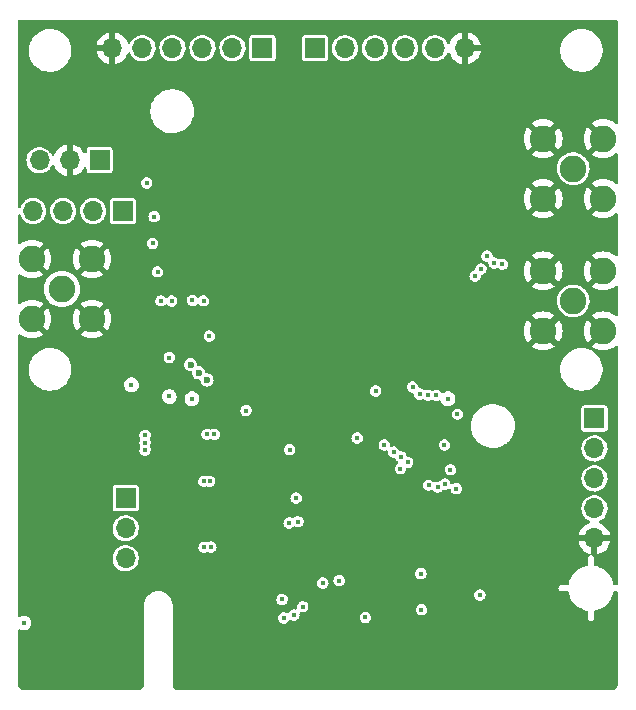
<source format=gbr>
G04 #@! TF.GenerationSoftware,KiCad,Pcbnew,(6.0.10)*
G04 #@! TF.CreationDate,2023-02-01T10:46:16+01:00*
G04 #@! TF.ProjectId,astropix_v3,61737472-6f70-4697-985f-76332e6b6963,1.0*
G04 #@! TF.SameCoordinates,Original*
G04 #@! TF.FileFunction,Copper,L2,Inr*
G04 #@! TF.FilePolarity,Positive*
%FSLAX46Y46*%
G04 Gerber Fmt 4.6, Leading zero omitted, Abs format (unit mm)*
G04 Created by KiCad (PCBNEW (6.0.10)) date 2023-02-01 10:46:16*
%MOMM*%
%LPD*%
G01*
G04 APERTURE LIST*
G04 #@! TA.AperFunction,ComponentPad*
%ADD10C,0.600000*%
G04 #@! TD*
G04 #@! TA.AperFunction,ComponentPad*
%ADD11R,1.700000X1.700000*%
G04 #@! TD*
G04 #@! TA.AperFunction,ComponentPad*
%ADD12O,1.700000X1.700000*%
G04 #@! TD*
G04 #@! TA.AperFunction,ComponentPad*
%ADD13C,2.250000*%
G04 #@! TD*
G04 #@! TA.AperFunction,ViaPad*
%ADD14C,0.450000*%
G04 #@! TD*
G04 APERTURE END LIST*
D10*
G04 #@! TO.N,VDDA*
G04 #@! TO.C,U5*
X120400000Y-81400000D03*
G04 #@! TO.N,VDD*
X121100000Y-82100000D03*
G04 #@! TO.N,VSSA*
X121800000Y-82700000D03*
G04 #@! TD*
D11*
G04 #@! TO.N,Net-(R6-Pad1)*
G04 #@! TO.C,J7*
X112700000Y-64100000D03*
D12*
G04 #@! TO.N,GND*
X110160000Y-64100000D03*
G04 #@! TO.N,Net-(R19-Pad2)*
X107620000Y-64100000D03*
G04 #@! TD*
D13*
G04 #@! TO.N,/HV_in_ext*
G04 #@! TO.C,J6*
X109520000Y-75000000D03*
G04 #@! TO.N,GND*
X106980000Y-72460000D03*
X112060000Y-77540000D03*
X106980000Y-77540000D03*
X112060000Y-72460000D03*
G04 #@! TD*
D11*
G04 #@! TO.N,/spi_left_mosi*
G04 #@! TO.C,J9*
X126492000Y-54610000D03*
D12*
G04 #@! TO.N,/spi_left_miso0*
X123952000Y-54610000D03*
G04 #@! TO.N,/spi_left_miso1*
X121412000Y-54610000D03*
G04 #@! TO.N,/spi_left_clk*
X118872000Y-54610000D03*
G04 #@! TO.N,/spi_left_csn*
X116332000Y-54610000D03*
G04 #@! TO.N,GND*
X113792000Y-54610000D03*
G04 #@! TD*
D11*
G04 #@! TO.N,/spi_right_clk*
G04 #@! TO.C,J10*
X130937000Y-54610000D03*
D12*
G04 #@! TO.N,/spi_right_miso1*
X133477000Y-54610000D03*
G04 #@! TO.N,/spi_right_miso0*
X136017000Y-54610000D03*
G04 #@! TO.N,/spi_right_csn*
X138557000Y-54610000D03*
G04 #@! TO.N,/spi_right_mosi*
X141097000Y-54610000D03*
G04 #@! TO.N,GND*
X143637000Y-54610000D03*
G04 #@! TD*
D11*
G04 #@! TO.N,/VDD18_in*
G04 #@! TO.C,JP1*
X114909600Y-92710000D03*
D12*
G04 #@! TO.N,VDD*
X114909600Y-95250000D03*
G04 #@! TO.N,/POW4_in*
X114909600Y-97790000D03*
G04 #@! TD*
D13*
G04 #@! TO.N,/sc_out*
G04 #@! TO.C,J5*
X152800000Y-64800000D03*
G04 #@! TO.N,GND*
X155340000Y-67340000D03*
X155340000Y-62260000D03*
X150260000Y-62260000D03*
X150260000Y-67340000D03*
G04 #@! TD*
G04 #@! TO.N,Net-(J4-Pad1)*
G04 #@! TO.C,J4*
X152800000Y-76000000D03*
G04 #@! TO.N,GND*
X150260000Y-78540000D03*
X155340000Y-73460000D03*
X150260000Y-73460000D03*
X155340000Y-78540000D03*
G04 #@! TD*
D11*
G04 #@! TO.N,/ring1*
G04 #@! TO.C,J2*
X114700000Y-68400000D03*
D12*
G04 #@! TO.N,/ring2*
X112160000Y-68400000D03*
G04 #@! TO.N,/ring3*
X109620000Y-68400000D03*
G04 #@! TO.N,/ring4*
X107080000Y-68400000D03*
G04 #@! TD*
D11*
G04 #@! TO.N,Net-(J3-Pad1)*
G04 #@! TO.C,J3*
X154600000Y-85960000D03*
D12*
G04 #@! TO.N,Net-(J3-Pad2)*
X154600000Y-88500000D03*
G04 #@! TO.N,Net-(J3-Pad3)*
X154600000Y-91040000D03*
G04 #@! TO.N,Net-(J3-Pad4)*
X154600000Y-93580000D03*
G04 #@! TO.N,GND*
X154600000Y-96120000D03*
G04 #@! TD*
D14*
G04 #@! TO.N,suba*
X118600000Y-84100000D03*
X120525279Y-84289388D03*
G04 #@! TO.N,VDD*
X122025400Y-91274600D03*
X121523700Y-91274600D03*
G04 #@! TO.N,VDDA*
X121551404Y-96863200D03*
X122123200Y-96850200D03*
G04 #@! TO.N,suba*
X142200000Y-84300000D03*
X115400000Y-83100000D03*
G04 #@! TO.N,Net-(J3-Pad1)*
X136800000Y-88200000D03*
X141900000Y-88200000D03*
G04 #@! TO.N,/res_n*
X129901386Y-101901386D03*
X128750000Y-94800000D03*
G04 #@! TO.N,Net-(J4-Pad1)*
X143000000Y-85600000D03*
X136085000Y-83635000D03*
G04 #@! TO.N,/Inj*
X135200000Y-102800000D03*
G04 #@! TO.N,/DAC_vminuspix*
X134508715Y-87608887D03*
X141312479Y-91777953D03*
G04 #@! TO.N,/DAC_ThPix*
X140561501Y-91609631D03*
X138175249Y-90216461D03*
G04 #@! TO.N,/timestamp_clk*
X128800000Y-88600000D03*
X128300000Y-102850000D03*
G04 #@! TO.N,/sr_ck2*
X129338489Y-92700000D03*
G04 #@! TO.N,/sr_ck1*
X129500000Y-94700000D03*
G04 #@! TO.N,GND*
X128547601Y-92809810D03*
X139088000Y-86200000D03*
X120777000Y-94742000D03*
X125347197Y-91920804D03*
X136657557Y-83538000D03*
X149411002Y-83757228D03*
X125385000Y-83585000D03*
X117500400Y-93421200D03*
X129338000Y-86300000D03*
X119150000Y-89450000D03*
X115824000Y-102717600D03*
X119176800Y-93421200D03*
X134611520Y-84750000D03*
X129700000Y-83300000D03*
X115214400Y-102743000D03*
X120800000Y-89450000D03*
X131750000Y-83000000D03*
X120751600Y-93421200D03*
X117550000Y-89450000D03*
X115824000Y-102108000D03*
X138350000Y-84900000D03*
X110642400Y-89814400D03*
X117500388Y-94691200D03*
X123797801Y-92835204D03*
X133350000Y-83250000D03*
X119151402Y-94691200D03*
X127600000Y-83600000D03*
X126439401Y-89253804D03*
X115214400Y-102108000D03*
X127400000Y-86300000D03*
X135412000Y-86100000D03*
X137550000Y-82850000D03*
X113944400Y-89814398D03*
G04 #@! TO.N,/interrupt*
X129150000Y-102600000D03*
X128152446Y-101285102D03*
G04 #@! TO.N,-HV*
X106297030Y-103276400D03*
G04 #@! TO.N,/spi_left_csn*
X117900000Y-76000000D03*
G04 #@! TO.N,/spi_left_clk*
X118807298Y-76007298D03*
G04 #@! TO.N,/spi_left_mosi*
X121991250Y-78991250D03*
G04 #@! TO.N,/spi_left_miso0*
X121500000Y-76000000D03*
G04 #@! TO.N,/spi_left_miso1*
X120552861Y-75952861D03*
G04 #@! TO.N,/spi_right_csn*
X146100000Y-72800000D03*
G04 #@! TO.N,/spi_right_clk*
X144500000Y-73900000D03*
G04 #@! TO.N,/spi_right_mosi*
X146800000Y-72900000D03*
G04 #@! TO.N,/spi_right_miso0*
X145500000Y-72200000D03*
G04 #@! TO.N,/spi_right_miso1*
X144997500Y-73300000D03*
G04 #@! TO.N,/sr_rb*
X132981510Y-99685838D03*
G04 #@! TO.N,/sr_out*
X131600000Y-99900000D03*
G04 #@! TO.N,/DigInj*
X139900000Y-99100000D03*
X144900000Y-100900000D03*
G04 #@! TO.N,/ring1*
X141200000Y-84000000D03*
X116694142Y-66014314D03*
G04 #@! TO.N,/ring2*
X140500000Y-84000000D03*
X117325000Y-68875000D03*
G04 #@! TO.N,/ring3*
X117193164Y-71138907D03*
X139808672Y-83891328D03*
G04 #@! TO.N,/ring4*
X139208672Y-83291328D03*
X117605164Y-73544836D03*
G04 #@! TO.N,Net-(J3-Pad2)*
X137600000Y-88800000D03*
X142400000Y-90300000D03*
G04 #@! TO.N,Net-(J3-Pad3)*
X138212281Y-89200000D03*
X142899244Y-91901275D03*
G04 #@! TO.N,Net-(J3-Pad4)*
X138788000Y-89673383D03*
X141932656Y-91517344D03*
G04 #@! TO.N,VSSA*
X116550000Y-88650000D03*
X122400000Y-87300000D03*
X116550000Y-87400000D03*
X116550000Y-88000000D03*
X121800000Y-87300000D03*
G04 #@! TO.N,/DAC_ThPMOS*
X139950000Y-102150000D03*
G04 #@! TO.N,Net-(R11-Pad2)*
X125100000Y-85300000D03*
X118600000Y-80800000D03*
G04 #@! TD*
G04 #@! TA.AperFunction,Conductor*
G04 #@! TO.N,GND*
G36*
X156532442Y-52217502D02*
G01*
X156578935Y-52271158D01*
X156590321Y-52323558D01*
X156586380Y-60700967D01*
X156586285Y-60903634D01*
X156566251Y-60971746D01*
X156512573Y-61018213D01*
X156442295Y-61028284D01*
X156378454Y-60999386D01*
X156306581Y-60938001D01*
X156298608Y-60932208D01*
X156087879Y-60803073D01*
X156079085Y-60798592D01*
X155850758Y-60704016D01*
X155841373Y-60700967D01*
X155601060Y-60643272D01*
X155591313Y-60641729D01*
X155344930Y-60622338D01*
X155335070Y-60622338D01*
X155088687Y-60641729D01*
X155078940Y-60643272D01*
X154838627Y-60700967D01*
X154829242Y-60704016D01*
X154600915Y-60798592D01*
X154592121Y-60803073D01*
X154386072Y-60929340D01*
X154380810Y-60937401D01*
X154386817Y-60947607D01*
X155610115Y-62170905D01*
X155644141Y-62233217D01*
X155639076Y-62304032D01*
X155610115Y-62349095D01*
X154388276Y-63570934D01*
X154380884Y-63584471D01*
X154384570Y-63589740D01*
X154592121Y-63716927D01*
X154600915Y-63721408D01*
X154829242Y-63815984D01*
X154838627Y-63819033D01*
X155078940Y-63876728D01*
X155088687Y-63878271D01*
X155335070Y-63897662D01*
X155344930Y-63897662D01*
X155591313Y-63878271D01*
X155601060Y-63876728D01*
X155841373Y-63819033D01*
X155850758Y-63815984D01*
X156079085Y-63721408D01*
X156087879Y-63716927D01*
X156298608Y-63587792D01*
X156306581Y-63582000D01*
X156377177Y-63521704D01*
X156441966Y-63492673D01*
X156512167Y-63503278D01*
X156565489Y-63550152D01*
X156585008Y-63617574D01*
X156583896Y-65981594D01*
X156563862Y-66049706D01*
X156510184Y-66096173D01*
X156439906Y-66106244D01*
X156376065Y-66077346D01*
X156306581Y-66018000D01*
X156298608Y-66012208D01*
X156087879Y-65883073D01*
X156079085Y-65878592D01*
X155850758Y-65784016D01*
X155841373Y-65780967D01*
X155601060Y-65723272D01*
X155591313Y-65721729D01*
X155344930Y-65702338D01*
X155335070Y-65702338D01*
X155088687Y-65721729D01*
X155078940Y-65723272D01*
X154838627Y-65780967D01*
X154829242Y-65784016D01*
X154600915Y-65878592D01*
X154592121Y-65883073D01*
X154386072Y-66009340D01*
X154380810Y-66017401D01*
X154386817Y-66027607D01*
X155610115Y-67250905D01*
X155644141Y-67313217D01*
X155639076Y-67384032D01*
X155610115Y-67429095D01*
X154388276Y-68650934D01*
X154380884Y-68664471D01*
X154384570Y-68669740D01*
X154592121Y-68796927D01*
X154600915Y-68801408D01*
X154829242Y-68895984D01*
X154838627Y-68899033D01*
X155078940Y-68956728D01*
X155088687Y-68958271D01*
X155335070Y-68977662D01*
X155344930Y-68977662D01*
X155591313Y-68958271D01*
X155601060Y-68956728D01*
X155841373Y-68899033D01*
X155850758Y-68895984D01*
X156079085Y-68801408D01*
X156087879Y-68796927D01*
X156298608Y-68667792D01*
X156306581Y-68661999D01*
X156374787Y-68603746D01*
X156439577Y-68574715D01*
X156509777Y-68585320D01*
X156563100Y-68632195D01*
X156582618Y-68699616D01*
X156581019Y-72099136D01*
X156560985Y-72167248D01*
X156507307Y-72213715D01*
X156437029Y-72223786D01*
X156373189Y-72194888D01*
X156306588Y-72138006D01*
X156298608Y-72132208D01*
X156087879Y-72003073D01*
X156079085Y-71998592D01*
X155850758Y-71904016D01*
X155841373Y-71900967D01*
X155601060Y-71843272D01*
X155591313Y-71841729D01*
X155344930Y-71822338D01*
X155335070Y-71822338D01*
X155088687Y-71841729D01*
X155078940Y-71843272D01*
X154838627Y-71900967D01*
X154829242Y-71904016D01*
X154600915Y-71998592D01*
X154592121Y-72003073D01*
X154386072Y-72129340D01*
X154380810Y-72137401D01*
X154386817Y-72147607D01*
X155610115Y-73370905D01*
X155644141Y-73433217D01*
X155639076Y-73504032D01*
X155610115Y-73549095D01*
X154388276Y-74770934D01*
X154380884Y-74784471D01*
X154384570Y-74789740D01*
X154592121Y-74916927D01*
X154600915Y-74921408D01*
X154829242Y-75015984D01*
X154838627Y-75019033D01*
X155078940Y-75076728D01*
X155088687Y-75078271D01*
X155335070Y-75097662D01*
X155344930Y-75097662D01*
X155591313Y-75078271D01*
X155601060Y-75076728D01*
X155841373Y-75019033D01*
X155850758Y-75015984D01*
X156079085Y-74921408D01*
X156087879Y-74916927D01*
X156298608Y-74787792D01*
X156306581Y-74782000D01*
X156371907Y-74726205D01*
X156436696Y-74697174D01*
X156506896Y-74707779D01*
X156560219Y-74754653D01*
X156579738Y-74822075D01*
X156578630Y-77177096D01*
X156558596Y-77245208D01*
X156504918Y-77291675D01*
X156434640Y-77301746D01*
X156370799Y-77272848D01*
X156306581Y-77218001D01*
X156298608Y-77212208D01*
X156087879Y-77083073D01*
X156079085Y-77078592D01*
X155850758Y-76984016D01*
X155841373Y-76980967D01*
X155601060Y-76923272D01*
X155591313Y-76921729D01*
X155344930Y-76902338D01*
X155335070Y-76902338D01*
X155088687Y-76921729D01*
X155078940Y-76923272D01*
X154838627Y-76980967D01*
X154829242Y-76984016D01*
X154600915Y-77078592D01*
X154592121Y-77083073D01*
X154386072Y-77209340D01*
X154380810Y-77217401D01*
X154386817Y-77227607D01*
X155610115Y-78450905D01*
X155644141Y-78513217D01*
X155639076Y-78584032D01*
X155610115Y-78629095D01*
X154388276Y-79850934D01*
X154380884Y-79864471D01*
X154384570Y-79869740D01*
X154592121Y-79996927D01*
X154600915Y-80001408D01*
X154829242Y-80095984D01*
X154838627Y-80099033D01*
X155078940Y-80156728D01*
X155088687Y-80158271D01*
X155335070Y-80177662D01*
X155344930Y-80177662D01*
X155591313Y-80158271D01*
X155601060Y-80156728D01*
X155841373Y-80099033D01*
X155850758Y-80095984D01*
X156079085Y-80001408D01*
X156087879Y-79996927D01*
X156298608Y-79867792D01*
X156306581Y-79861999D01*
X156369517Y-79808247D01*
X156434307Y-79779216D01*
X156504507Y-79789821D01*
X156557830Y-79836696D01*
X156577348Y-79904117D01*
X156574094Y-86820890D01*
X156567919Y-99949559D01*
X156547885Y-100017671D01*
X156494207Y-100064138D01*
X156441919Y-100075500D01*
X156317254Y-100075500D01*
X156249133Y-100055498D01*
X156202640Y-100001842D01*
X156194076Y-99976020D01*
X156191356Y-99963388D01*
X156154596Y-99792643D01*
X156066213Y-99553070D01*
X156061970Y-99541570D01*
X156060429Y-99537393D01*
X156057662Y-99532265D01*
X155933350Y-99301874D01*
X155931237Y-99297958D01*
X155928596Y-99294383D01*
X155928592Y-99294376D01*
X155772246Y-99082702D01*
X155772244Y-99082699D01*
X155769597Y-99079116D01*
X155578735Y-98885231D01*
X155558009Y-98869413D01*
X155390733Y-98741753D01*
X155362458Y-98720174D01*
X155327244Y-98700453D01*
X155128968Y-98589413D01*
X155128965Y-98589412D01*
X155125082Y-98587237D01*
X155120943Y-98585636D01*
X155120935Y-98585632D01*
X154914241Y-98505669D01*
X154871343Y-98489073D01*
X154867018Y-98488070D01*
X154867013Y-98488069D01*
X154657049Y-98439402D01*
X154595204Y-98404535D01*
X154562027Y-98341766D01*
X154559500Y-98316656D01*
X154559500Y-97804933D01*
X154544734Y-97730699D01*
X154488484Y-97646516D01*
X154404301Y-97590266D01*
X154405224Y-97588884D01*
X154361140Y-97553358D01*
X154338719Y-97485995D01*
X154346000Y-97439065D01*
X154346000Y-97438517D01*
X154854000Y-97438517D01*
X154858064Y-97452359D01*
X154871478Y-97454393D01*
X154878184Y-97453534D01*
X154888262Y-97451392D01*
X155092255Y-97390191D01*
X155101842Y-97386433D01*
X155293095Y-97292739D01*
X155301945Y-97287464D01*
X155475328Y-97163792D01*
X155483200Y-97157139D01*
X155634052Y-97006812D01*
X155640730Y-96998965D01*
X155765003Y-96826020D01*
X155770313Y-96817183D01*
X155864670Y-96626267D01*
X155868469Y-96616672D01*
X155930377Y-96412910D01*
X155932555Y-96402837D01*
X155933986Y-96391962D01*
X155931775Y-96377778D01*
X155918617Y-96374000D01*
X154872115Y-96374000D01*
X154856876Y-96378475D01*
X154855671Y-96379865D01*
X154854000Y-96387548D01*
X154854000Y-97438517D01*
X154346000Y-97438517D01*
X154346000Y-96392115D01*
X154341525Y-96376876D01*
X154340135Y-96375671D01*
X154332452Y-96374000D01*
X153283225Y-96374000D01*
X153269694Y-96377973D01*
X153268257Y-96387966D01*
X153298565Y-96522446D01*
X153301645Y-96532275D01*
X153381770Y-96729603D01*
X153386413Y-96738794D01*
X153497694Y-96920388D01*
X153503777Y-96928699D01*
X153643213Y-97089667D01*
X153650580Y-97096883D01*
X153814434Y-97232916D01*
X153822881Y-97238831D01*
X154006756Y-97346279D01*
X154016042Y-97350729D01*
X154137035Y-97396931D01*
X154193538Y-97439918D01*
X154217831Y-97506629D01*
X154202201Y-97575884D01*
X154162089Y-97619405D01*
X154131833Y-97639622D01*
X154121516Y-97646516D01*
X154065266Y-97730699D01*
X154050500Y-97804933D01*
X154050500Y-98318315D01*
X154030498Y-98386436D01*
X153976842Y-98432929D01*
X153949081Y-98441894D01*
X153887184Y-98454206D01*
X153796761Y-98472192D01*
X153792551Y-98473670D01*
X153792549Y-98473671D01*
X153701433Y-98505669D01*
X153540064Y-98562338D01*
X153536113Y-98564391D01*
X153536107Y-98564393D01*
X153422393Y-98623463D01*
X153298630Y-98687753D01*
X153223064Y-98741753D01*
X153080896Y-98843347D01*
X153080892Y-98843350D01*
X153077275Y-98845935D01*
X152880417Y-99033729D01*
X152877661Y-99037225D01*
X152877660Y-99037226D01*
X152744078Y-99206673D01*
X152711982Y-99247386D01*
X152700145Y-99267765D01*
X152577567Y-99478798D01*
X152577564Y-99478804D01*
X152575333Y-99482645D01*
X152573663Y-99486768D01*
X152474869Y-99730679D01*
X152474866Y-99730687D01*
X152473196Y-99734811D01*
X152412322Y-99979875D01*
X152376488Y-100041165D01*
X152313206Y-100073352D01*
X152290038Y-100075500D01*
X151779933Y-100075500D01*
X151705699Y-100090266D01*
X151621516Y-100146516D01*
X151565266Y-100230699D01*
X151545514Y-100330000D01*
X151565266Y-100429301D01*
X151621516Y-100513484D01*
X151705699Y-100569734D01*
X151779933Y-100584500D01*
X152293365Y-100584500D01*
X152361486Y-100604502D01*
X152407979Y-100658158D01*
X152417315Y-100687862D01*
X152430835Y-100761889D01*
X152439438Y-100808995D01*
X152495004Y-100975546D01*
X152518938Y-101047283D01*
X152525541Y-101067076D01*
X152527533Y-101071063D01*
X152527534Y-101071065D01*
X152636916Y-101289973D01*
X152647148Y-101310451D01*
X152801834Y-101534263D01*
X152837043Y-101572352D01*
X152978167Y-101725019D01*
X152986512Y-101734047D01*
X152989966Y-101736859D01*
X153194041Y-101903002D01*
X153194045Y-101903005D01*
X153197498Y-101905816D01*
X153430581Y-102046144D01*
X153434676Y-102047878D01*
X153434678Y-102047879D01*
X153677010Y-102150493D01*
X153677017Y-102150495D01*
X153681111Y-102152229D01*
X153944090Y-102221957D01*
X153948183Y-102222441D01*
X154011275Y-102254815D01*
X154046891Y-102316231D01*
X154050500Y-102346172D01*
X154050500Y-102855067D01*
X154065266Y-102929301D01*
X154121516Y-103013484D01*
X154205699Y-103069734D01*
X154305000Y-103089486D01*
X154404301Y-103069734D01*
X154488484Y-103013484D01*
X154544734Y-102929301D01*
X154559500Y-102855067D01*
X154559500Y-102342095D01*
X154579502Y-102273974D01*
X154633158Y-102227481D01*
X154664812Y-102217805D01*
X154754633Y-102202855D01*
X154758874Y-102201514D01*
X154758877Y-102201513D01*
X155009789Y-102122160D01*
X155009791Y-102122159D01*
X155014035Y-102120817D01*
X155018046Y-102118891D01*
X155018051Y-102118889D01*
X155255272Y-102004978D01*
X155255279Y-102004974D01*
X155259290Y-102003048D01*
X155401364Y-101908117D01*
X155481796Y-101854374D01*
X155481800Y-101854371D01*
X155485504Y-101851896D01*
X155488821Y-101848925D01*
X155488825Y-101848922D01*
X155684846Y-101673351D01*
X155684847Y-101673350D01*
X155688164Y-101670379D01*
X155863226Y-101462117D01*
X156007197Y-101231267D01*
X156117205Y-100982434D01*
X156124346Y-100957116D01*
X156166967Y-100805992D01*
X156191055Y-100720583D01*
X156194662Y-100693728D01*
X156223554Y-100628876D01*
X156282921Y-100589939D01*
X156319541Y-100584500D01*
X156441561Y-100584500D01*
X156509682Y-100604502D01*
X156556175Y-100658158D01*
X156567561Y-100710559D01*
X156567544Y-100747043D01*
X156567512Y-100815875D01*
X156567500Y-100815933D01*
X156567500Y-100840435D01*
X156567489Y-100864775D01*
X156567488Y-100865947D01*
X156567500Y-100866007D01*
X156567500Y-108583392D01*
X156547498Y-108651513D01*
X156530595Y-108672488D01*
X156253486Y-108949596D01*
X156191174Y-108983621D01*
X156164391Y-108986500D01*
X119279608Y-108986500D01*
X119211487Y-108966498D01*
X119190512Y-108949595D01*
X118913404Y-108672486D01*
X118879379Y-108610174D01*
X118876500Y-108583391D01*
X118876500Y-102844082D01*
X127815605Y-102844082D01*
X127816769Y-102852984D01*
X127816769Y-102852987D01*
X127819981Y-102877550D01*
X127833414Y-102980273D01*
X127888732Y-103105992D01*
X127894510Y-103112865D01*
X127894510Y-103112866D01*
X127901255Y-103120890D01*
X127977111Y-103211132D01*
X128091447Y-103287240D01*
X128222549Y-103328199D01*
X128359876Y-103330716D01*
X128369109Y-103328199D01*
X128483727Y-103296951D01*
X128492391Y-103294589D01*
X128609439Y-103222721D01*
X128671411Y-103154256D01*
X128695584Y-103127550D01*
X128695585Y-103127549D01*
X128701612Y-103120890D01*
X128727767Y-103066906D01*
X128775470Y-103014323D01*
X128844028Y-102995878D01*
X128910977Y-103016958D01*
X128941447Y-103037240D01*
X129072549Y-103078199D01*
X129209876Y-103080716D01*
X129219109Y-103078199D01*
X129333727Y-103046951D01*
X129342391Y-103044589D01*
X129440288Y-102984480D01*
X129451791Y-102977417D01*
X129459439Y-102972721D01*
X129475152Y-102955362D01*
X129545584Y-102877550D01*
X129545585Y-102877549D01*
X129551612Y-102870890D01*
X129556339Y-102861135D01*
X129588826Y-102794082D01*
X134715605Y-102794082D01*
X134716769Y-102802984D01*
X134716769Y-102802987D01*
X134718554Y-102816633D01*
X134733414Y-102930273D01*
X134746992Y-102961132D01*
X134783715Y-103044589D01*
X134788732Y-103055992D01*
X134794510Y-103062865D01*
X134794510Y-103062866D01*
X134871331Y-103154256D01*
X134877111Y-103161132D01*
X134991447Y-103237240D01*
X135122549Y-103278199D01*
X135259876Y-103280716D01*
X135269109Y-103278199D01*
X135383727Y-103246951D01*
X135392391Y-103244589D01*
X135509439Y-103172721D01*
X135550326Y-103127550D01*
X135595584Y-103077550D01*
X135595585Y-103077549D01*
X135601612Y-103070890D01*
X135613211Y-103046951D01*
X135657585Y-102955362D01*
X135657585Y-102955361D01*
X135661499Y-102947283D01*
X135684286Y-102811836D01*
X135684431Y-102800000D01*
X135683584Y-102794082D01*
X135666232Y-102672923D01*
X135666232Y-102672921D01*
X135664959Y-102664036D01*
X135659157Y-102651274D01*
X135638058Y-102604871D01*
X135608110Y-102539003D01*
X135518453Y-102434951D01*
X135403196Y-102360244D01*
X135271603Y-102320890D01*
X135262627Y-102320835D01*
X135262626Y-102320835D01*
X135205080Y-102320484D01*
X135134255Y-102320051D01*
X135002192Y-102357795D01*
X134994605Y-102362582D01*
X134994603Y-102362583D01*
X134938832Y-102397772D01*
X134886031Y-102431087D01*
X134795109Y-102534036D01*
X134736736Y-102658366D01*
X134730216Y-102700243D01*
X134716986Y-102785209D01*
X134716986Y-102785213D01*
X134715605Y-102794082D01*
X129588826Y-102794082D01*
X129607585Y-102755362D01*
X129607585Y-102755361D01*
X129611499Y-102747283D01*
X129634286Y-102611836D01*
X129634431Y-102600000D01*
X129633309Y-102592161D01*
X129626866Y-102547177D01*
X129620820Y-102504962D01*
X129630962Y-102434696D01*
X129677484Y-102381066D01*
X129745616Y-102361101D01*
X129783121Y-102366834D01*
X129815366Y-102376908D01*
X129823935Y-102379585D01*
X129961262Y-102382102D01*
X129970495Y-102379585D01*
X130085113Y-102348337D01*
X130093777Y-102345975D01*
X130210825Y-102274107D01*
X130245921Y-102235334D01*
X130296970Y-102178936D01*
X130296971Y-102178935D01*
X130302998Y-102172276D01*
X130307695Y-102162583D01*
X130316659Y-102144082D01*
X139465605Y-102144082D01*
X139466769Y-102152984D01*
X139466769Y-102152987D01*
X139473115Y-102201513D01*
X139483414Y-102280273D01*
X139538732Y-102405992D01*
X139627111Y-102511132D01*
X139741447Y-102587240D01*
X139872549Y-102628199D01*
X140009876Y-102630716D01*
X140019109Y-102628199D01*
X140133727Y-102596951D01*
X140142391Y-102594589D01*
X140259439Y-102522721D01*
X140276153Y-102504256D01*
X140345584Y-102427550D01*
X140345585Y-102427549D01*
X140351612Y-102420890D01*
X140357957Y-102407795D01*
X140407585Y-102305362D01*
X140407585Y-102305361D01*
X140411499Y-102297283D01*
X140434286Y-102161836D01*
X140434431Y-102150000D01*
X140433584Y-102144082D01*
X140416232Y-102022923D01*
X140416232Y-102022921D01*
X140414959Y-102014036D01*
X140358110Y-101889003D01*
X140268453Y-101784951D01*
X140153196Y-101710244D01*
X140021603Y-101670890D01*
X140012627Y-101670835D01*
X140012626Y-101670835D01*
X139955080Y-101670484D01*
X139884255Y-101670051D01*
X139752192Y-101707795D01*
X139744605Y-101712582D01*
X139744603Y-101712583D01*
X139717489Y-101729691D01*
X139636031Y-101781087D01*
X139630088Y-101787816D01*
X139594178Y-101828476D01*
X139545109Y-101884036D01*
X139541295Y-101892159D01*
X139541294Y-101892161D01*
X139539230Y-101896558D01*
X139486736Y-102008366D01*
X139481839Y-102039818D01*
X139466986Y-102135209D01*
X139466986Y-102135213D01*
X139465605Y-102144082D01*
X130316659Y-102144082D01*
X130358971Y-102056748D01*
X130358971Y-102056747D01*
X130362885Y-102048669D01*
X130385672Y-101913222D01*
X130385817Y-101901386D01*
X130384970Y-101895468D01*
X130367618Y-101774309D01*
X130367618Y-101774307D01*
X130366345Y-101765422D01*
X130309496Y-101640389D01*
X130219839Y-101536337D01*
X130104582Y-101461630D01*
X129972989Y-101422276D01*
X129964013Y-101422221D01*
X129964012Y-101422221D01*
X129906466Y-101421870D01*
X129835641Y-101421437D01*
X129703578Y-101459181D01*
X129695991Y-101463968D01*
X129695989Y-101463969D01*
X129670325Y-101480162D01*
X129587417Y-101532473D01*
X129581474Y-101539202D01*
X129560764Y-101562652D01*
X129496495Y-101635422D01*
X129492681Y-101643545D01*
X129492680Y-101643547D01*
X129479078Y-101672518D01*
X129438122Y-101759752D01*
X129431362Y-101803167D01*
X129418372Y-101886595D01*
X129418372Y-101886599D01*
X129416991Y-101895468D01*
X129418155Y-101904370D01*
X129418155Y-101904372D01*
X129430415Y-101998122D01*
X129419415Y-102068262D01*
X129372241Y-102121319D01*
X129303870Y-102140450D01*
X129269381Y-102135179D01*
X129221603Y-102120890D01*
X129212627Y-102120835D01*
X129212626Y-102120835D01*
X129155080Y-102120484D01*
X129084255Y-102120051D01*
X128952192Y-102157795D01*
X128944605Y-102162582D01*
X128944603Y-102162583D01*
X128929241Y-102172276D01*
X128836031Y-102231087D01*
X128745109Y-102334036D01*
X128741295Y-102342159D01*
X128741292Y-102342164D01*
X128722618Y-102381938D01*
X128675562Y-102435099D01*
X128607233Y-102454381D01*
X128540030Y-102434119D01*
X128510728Y-102415126D01*
X128503196Y-102410244D01*
X128371603Y-102370890D01*
X128362627Y-102370835D01*
X128362626Y-102370835D01*
X128305080Y-102370484D01*
X128234255Y-102370051D01*
X128102192Y-102407795D01*
X128094605Y-102412582D01*
X128094603Y-102412583D01*
X128048372Y-102441753D01*
X127986031Y-102481087D01*
X127895109Y-102584036D01*
X127891295Y-102592159D01*
X127891294Y-102592161D01*
X127863541Y-102651274D01*
X127836736Y-102708366D01*
X127828738Y-102759736D01*
X127816986Y-102835209D01*
X127816986Y-102835213D01*
X127815605Y-102844082D01*
X118876500Y-102844082D01*
X118876500Y-101828476D01*
X118878921Y-101803894D01*
X118879066Y-101803167D01*
X118879066Y-101803166D01*
X118881486Y-101791000D01*
X118880799Y-101787545D01*
X118862732Y-101581042D01*
X118860404Y-101572352D01*
X118809606Y-101382773D01*
X118809605Y-101382771D01*
X118808183Y-101377463D01*
X118775079Y-101306471D01*
X118762355Y-101279184D01*
X127668051Y-101279184D01*
X127669215Y-101288086D01*
X127669215Y-101288089D01*
X127672618Y-101314110D01*
X127685860Y-101415375D01*
X127741178Y-101541094D01*
X127746956Y-101547967D01*
X127746956Y-101547968D01*
X127823777Y-101639358D01*
X127829557Y-101646234D01*
X127943893Y-101722342D01*
X128074995Y-101763301D01*
X128212322Y-101765818D01*
X128221555Y-101763301D01*
X128278580Y-101747754D01*
X128344837Y-101729691D01*
X128461885Y-101657823D01*
X128472375Y-101646234D01*
X128548030Y-101562652D01*
X128548031Y-101562651D01*
X128554058Y-101555992D01*
X128560286Y-101543139D01*
X128610031Y-101440464D01*
X128610031Y-101440463D01*
X128613945Y-101432385D01*
X128636732Y-101296938D01*
X128636877Y-101285102D01*
X128636030Y-101279184D01*
X128618678Y-101158025D01*
X128618678Y-101158023D01*
X128617405Y-101149138D01*
X128560556Y-101024105D01*
X128470899Y-100920053D01*
X128430831Y-100894082D01*
X144415605Y-100894082D01*
X144416769Y-100902984D01*
X144416769Y-100902987D01*
X144423848Y-100957116D01*
X144433414Y-101030273D01*
X144488732Y-101155992D01*
X144494510Y-101162865D01*
X144494510Y-101162866D01*
X144563763Y-101245253D01*
X144577111Y-101261132D01*
X144594521Y-101272721D01*
X144682261Y-101331125D01*
X144691447Y-101337240D01*
X144755857Y-101357363D01*
X144804247Y-101372481D01*
X144822549Y-101378199D01*
X144959876Y-101380716D01*
X144969109Y-101378199D01*
X145083727Y-101346951D01*
X145092391Y-101344589D01*
X145177918Y-101292075D01*
X145201791Y-101277417D01*
X145209439Y-101272721D01*
X145226153Y-101254256D01*
X145295584Y-101177550D01*
X145295585Y-101177549D01*
X145301612Y-101170890D01*
X145310603Y-101152334D01*
X145357585Y-101055362D01*
X145357585Y-101055361D01*
X145361499Y-101047283D01*
X145384286Y-100911836D01*
X145384431Y-100900000D01*
X145383584Y-100894082D01*
X145366232Y-100772923D01*
X145366232Y-100772921D01*
X145364959Y-100764036D01*
X145308110Y-100639003D01*
X145218453Y-100534951D01*
X145103196Y-100460244D01*
X144971603Y-100420890D01*
X144962627Y-100420835D01*
X144962626Y-100420835D01*
X144905080Y-100420484D01*
X144834255Y-100420051D01*
X144702192Y-100457795D01*
X144694605Y-100462582D01*
X144694603Y-100462583D01*
X144632850Y-100501546D01*
X144586031Y-100531087D01*
X144580088Y-100537816D01*
X144534054Y-100589939D01*
X144495109Y-100634036D01*
X144491295Y-100642159D01*
X144491294Y-100642161D01*
X144479479Y-100667326D01*
X144436736Y-100758366D01*
X144429536Y-100804610D01*
X144416986Y-100885209D01*
X144416986Y-100885213D01*
X144415605Y-100894082D01*
X128430831Y-100894082D01*
X128355642Y-100845346D01*
X128224049Y-100805992D01*
X128215073Y-100805937D01*
X128215072Y-100805937D01*
X128157526Y-100805586D01*
X128086701Y-100805153D01*
X127954638Y-100842897D01*
X127947051Y-100847684D01*
X127947049Y-100847685D01*
X127924970Y-100861616D01*
X127838477Y-100916189D01*
X127832534Y-100922918D01*
X127779971Y-100982434D01*
X127747555Y-101019138D01*
X127743741Y-101027261D01*
X127743740Y-101027263D01*
X127725048Y-101067076D01*
X127689182Y-101143468D01*
X127683191Y-101181945D01*
X127669432Y-101270311D01*
X127669432Y-101270315D01*
X127668051Y-101279184D01*
X118762355Y-101279184D01*
X118721435Y-101191431D01*
X118721433Y-101191428D01*
X118719112Y-101186450D01*
X118598225Y-101013805D01*
X118449195Y-100864775D01*
X118444687Y-100861618D01*
X118444684Y-100861616D01*
X118318017Y-100772923D01*
X118276551Y-100743888D01*
X118271569Y-100741565D01*
X118271564Y-100741562D01*
X118090519Y-100657140D01*
X118090518Y-100657140D01*
X118085537Y-100654817D01*
X118080229Y-100653395D01*
X118080227Y-100653394D01*
X117887273Y-100601692D01*
X117887271Y-100601692D01*
X117881958Y-100600268D01*
X117672000Y-100581899D01*
X117462042Y-100600268D01*
X117456729Y-100601692D01*
X117456727Y-100601692D01*
X117263773Y-100653394D01*
X117263771Y-100653395D01*
X117258463Y-100654817D01*
X117253482Y-100657139D01*
X117253481Y-100657140D01*
X117072431Y-100741565D01*
X117072428Y-100741567D01*
X117067450Y-100743888D01*
X116894805Y-100864775D01*
X116745775Y-101013805D01*
X116624888Y-101186450D01*
X116622567Y-101191428D01*
X116622565Y-101191431D01*
X116568921Y-101306471D01*
X116535817Y-101377463D01*
X116534395Y-101382771D01*
X116534394Y-101382773D01*
X116483596Y-101572352D01*
X116481268Y-101581042D01*
X116463201Y-101787545D01*
X116462514Y-101791000D01*
X116464934Y-101803166D01*
X116464934Y-101803167D01*
X116465079Y-101803894D01*
X116467500Y-101828476D01*
X116467500Y-108583392D01*
X116447498Y-108651513D01*
X116430595Y-108672488D01*
X116153486Y-108949596D01*
X116091174Y-108983621D01*
X116064391Y-108986500D01*
X106179608Y-108986500D01*
X106111487Y-108966498D01*
X106090512Y-108949595D01*
X105813404Y-108672486D01*
X105779379Y-108610174D01*
X105776500Y-108583391D01*
X105776500Y-103917349D01*
X105796502Y-103849228D01*
X105850158Y-103802735D01*
X105920432Y-103792631D01*
X105962622Y-103806618D01*
X106058400Y-103858622D01*
X106058402Y-103858623D01*
X106065077Y-103862247D01*
X106072426Y-103864175D01*
X106204166Y-103898736D01*
X106204168Y-103898736D01*
X106211516Y-103900664D01*
X106291592Y-103901922D01*
X106355296Y-103902923D01*
X106355299Y-103902923D01*
X106362893Y-103903042D01*
X106510467Y-103869243D01*
X106577761Y-103835398D01*
X106638936Y-103804631D01*
X106638939Y-103804629D01*
X106645719Y-103801219D01*
X106760840Y-103702895D01*
X106849186Y-103579950D01*
X106905654Y-103439480D01*
X106926986Y-103289596D01*
X106927124Y-103276400D01*
X106923275Y-103244589D01*
X106915146Y-103177417D01*
X106908936Y-103126101D01*
X106894186Y-103087065D01*
X106858106Y-102991582D01*
X106858105Y-102991579D01*
X106855422Y-102984480D01*
X106809132Y-102917128D01*
X106773969Y-102865966D01*
X106769670Y-102859711D01*
X106656633Y-102758999D01*
X106649927Y-102755448D01*
X106649925Y-102755447D01*
X106561003Y-102708366D01*
X106522835Y-102688157D01*
X106376002Y-102651274D01*
X106368404Y-102651234D01*
X106368402Y-102651234D01*
X106303805Y-102650896D01*
X106224609Y-102650482D01*
X106217230Y-102652254D01*
X106217226Y-102652254D01*
X106084776Y-102684052D01*
X106084772Y-102684053D01*
X106077397Y-102685824D01*
X106070652Y-102689305D01*
X106070653Y-102689305D01*
X105960290Y-102746267D01*
X105890582Y-102759736D01*
X105824659Y-102733381D01*
X105783449Y-102675568D01*
X105776500Y-102634301D01*
X105776500Y-100840067D01*
X105776642Y-100378199D01*
X105776791Y-99894082D01*
X131115605Y-99894082D01*
X131116769Y-99902984D01*
X131116769Y-99902987D01*
X131118448Y-99915827D01*
X131133414Y-100030273D01*
X131188732Y-100155992D01*
X131194510Y-100162865D01*
X131194510Y-100162866D01*
X131261761Y-100242871D01*
X131277111Y-100261132D01*
X131391447Y-100337240D01*
X131522549Y-100378199D01*
X131659876Y-100380716D01*
X131669109Y-100378199D01*
X131783727Y-100346951D01*
X131792391Y-100344589D01*
X131909439Y-100272721D01*
X131936458Y-100242871D01*
X131995584Y-100177550D01*
X131995585Y-100177549D01*
X132001612Y-100170890D01*
X132006230Y-100161360D01*
X132057585Y-100055362D01*
X132057585Y-100055361D01*
X132061499Y-100047283D01*
X132084286Y-99911836D01*
X132084431Y-99900000D01*
X132083584Y-99894082D01*
X132066232Y-99772923D01*
X132066232Y-99772921D01*
X132064959Y-99764036D01*
X132026714Y-99679920D01*
X132497115Y-99679920D01*
X132498279Y-99688822D01*
X132498279Y-99688825D01*
X132500064Y-99702471D01*
X132514924Y-99816111D01*
X132526484Y-99842382D01*
X132565727Y-99931568D01*
X132570242Y-99941830D01*
X132576020Y-99948703D01*
X132576020Y-99948704D01*
X132602222Y-99979875D01*
X132658621Y-100046970D01*
X132772957Y-100123078D01*
X132904059Y-100164037D01*
X133041386Y-100166554D01*
X133050619Y-100164037D01*
X133165237Y-100132789D01*
X133173901Y-100130427D01*
X133290949Y-100058559D01*
X133327959Y-100017671D01*
X133377094Y-99963388D01*
X133377095Y-99963387D01*
X133383122Y-99956728D01*
X133402939Y-99915827D01*
X133439095Y-99841200D01*
X133439095Y-99841199D01*
X133443009Y-99833121D01*
X133465796Y-99697674D01*
X133465941Y-99685838D01*
X133465094Y-99679920D01*
X133447742Y-99558761D01*
X133447742Y-99558759D01*
X133446469Y-99549874D01*
X133442694Y-99541570D01*
X133413368Y-99477072D01*
X133389620Y-99424841D01*
X133299963Y-99320789D01*
X133184706Y-99246082D01*
X133053113Y-99206728D01*
X133044137Y-99206673D01*
X133044136Y-99206673D01*
X132986590Y-99206322D01*
X132915765Y-99205889D01*
X132783702Y-99243633D01*
X132776115Y-99248420D01*
X132776113Y-99248421D01*
X132714360Y-99287384D01*
X132667541Y-99316925D01*
X132661598Y-99323654D01*
X132582561Y-99413146D01*
X132576619Y-99419874D01*
X132572805Y-99427997D01*
X132572804Y-99427999D01*
X132548954Y-99478798D01*
X132518246Y-99544204D01*
X132512587Y-99580551D01*
X132498496Y-99671047D01*
X132498496Y-99671051D01*
X132497115Y-99679920D01*
X132026714Y-99679920D01*
X132008110Y-99639003D01*
X131918453Y-99534951D01*
X131803196Y-99460244D01*
X131671603Y-99420890D01*
X131662627Y-99420835D01*
X131662626Y-99420835D01*
X131605080Y-99420484D01*
X131534255Y-99420051D01*
X131402192Y-99457795D01*
X131394605Y-99462582D01*
X131394603Y-99462583D01*
X131371093Y-99477417D01*
X131286031Y-99531087D01*
X131280088Y-99537816D01*
X131276773Y-99541570D01*
X131195109Y-99634036D01*
X131191295Y-99642159D01*
X131191294Y-99642161D01*
X131168501Y-99690709D01*
X131136736Y-99758366D01*
X131132049Y-99788469D01*
X131116986Y-99885209D01*
X131116986Y-99885213D01*
X131115605Y-99894082D01*
X105776791Y-99894082D01*
X105777036Y-99094082D01*
X139415605Y-99094082D01*
X139416769Y-99102984D01*
X139416769Y-99102987D01*
X139423411Y-99153777D01*
X139433414Y-99230273D01*
X139488732Y-99355992D01*
X139577111Y-99461132D01*
X139691447Y-99537240D01*
X139822549Y-99578199D01*
X139959876Y-99580716D01*
X139969109Y-99578199D01*
X140083727Y-99546951D01*
X140092391Y-99544589D01*
X140209439Y-99472721D01*
X140216315Y-99465125D01*
X140295584Y-99377550D01*
X140295585Y-99377549D01*
X140301612Y-99370890D01*
X140361499Y-99247283D01*
X140384286Y-99111836D01*
X140384431Y-99100000D01*
X140383584Y-99094082D01*
X140366232Y-98972923D01*
X140366232Y-98972921D01*
X140364959Y-98964036D01*
X140308110Y-98839003D01*
X140218453Y-98734951D01*
X140103196Y-98660244D01*
X139971603Y-98620890D01*
X139962627Y-98620835D01*
X139962626Y-98620835D01*
X139905080Y-98620484D01*
X139834255Y-98620051D01*
X139702192Y-98657795D01*
X139694605Y-98662582D01*
X139694603Y-98662583D01*
X139634583Y-98700453D01*
X139586031Y-98731087D01*
X139495109Y-98834036D01*
X139491295Y-98842159D01*
X139491294Y-98842161D01*
X139471073Y-98885231D01*
X139436736Y-98958366D01*
X139431696Y-98990738D01*
X139416986Y-99085209D01*
X139416986Y-99085213D01*
X139415605Y-99094082D01*
X105777036Y-99094082D01*
X105777445Y-97760964D01*
X113800748Y-97760964D01*
X113814024Y-97963522D01*
X113815445Y-97969118D01*
X113815446Y-97969123D01*
X113835719Y-98048945D01*
X113863992Y-98160269D01*
X113866409Y-98165512D01*
X113903610Y-98246208D01*
X113948977Y-98344616D01*
X114066133Y-98510389D01*
X114211538Y-98652035D01*
X114216342Y-98655245D01*
X114264994Y-98687753D01*
X114380320Y-98764812D01*
X114385623Y-98767090D01*
X114385626Y-98767092D01*
X114560355Y-98842161D01*
X114566828Y-98844942D01*
X114639844Y-98861464D01*
X114759179Y-98888467D01*
X114759184Y-98888468D01*
X114764816Y-98889742D01*
X114770587Y-98889969D01*
X114770589Y-98889969D01*
X114830356Y-98892317D01*
X114967653Y-98897712D01*
X115072368Y-98882529D01*
X115162831Y-98869413D01*
X115162836Y-98869412D01*
X115168545Y-98868584D01*
X115174009Y-98866729D01*
X115174014Y-98866728D01*
X115355293Y-98805192D01*
X115355298Y-98805190D01*
X115360765Y-98803334D01*
X115537876Y-98704147D01*
X115590664Y-98660244D01*
X115689513Y-98578031D01*
X115693945Y-98574345D01*
X115763532Y-98490676D01*
X115820053Y-98422718D01*
X115820055Y-98422715D01*
X115823747Y-98418276D01*
X115922934Y-98241165D01*
X115924790Y-98235698D01*
X115924792Y-98235693D01*
X115986328Y-98054414D01*
X115986329Y-98054409D01*
X115988184Y-98048945D01*
X115989012Y-98043236D01*
X115989013Y-98043231D01*
X116016779Y-97851727D01*
X116017312Y-97848053D01*
X116018832Y-97790000D01*
X116005648Y-97646516D01*
X116000787Y-97593613D01*
X116000786Y-97593610D01*
X116000258Y-97587859D01*
X115995366Y-97570514D01*
X115946725Y-97398046D01*
X115946724Y-97398044D01*
X115945157Y-97392487D01*
X115934578Y-97371033D01*
X115857931Y-97215609D01*
X115855376Y-97210428D01*
X115733920Y-97047779D01*
X115584858Y-96909987D01*
X115579975Y-96906906D01*
X115579971Y-96906903D01*
X115501326Y-96857282D01*
X121067009Y-96857282D01*
X121068173Y-96866184D01*
X121068173Y-96866187D01*
X121071629Y-96892612D01*
X121084818Y-96993473D01*
X121140136Y-97119192D01*
X121145914Y-97126065D01*
X121145914Y-97126066D01*
X121221735Y-97216266D01*
X121228515Y-97224332D01*
X121235992Y-97229309D01*
X121334362Y-97294789D01*
X121342851Y-97300440D01*
X121473953Y-97341399D01*
X121611280Y-97343916D01*
X121620513Y-97341399D01*
X121735131Y-97310151D01*
X121743795Y-97307789D01*
X121751445Y-97303092D01*
X121751447Y-97303091D01*
X121780075Y-97285513D01*
X121848593Y-97266915D01*
X121900248Y-97279162D01*
X121907174Y-97282465D01*
X121914647Y-97287440D01*
X122045749Y-97328399D01*
X122183076Y-97330916D01*
X122192309Y-97328399D01*
X122306927Y-97297151D01*
X122315591Y-97294789D01*
X122432639Y-97222921D01*
X122524812Y-97121090D01*
X122536541Y-97096883D01*
X122580785Y-97005562D01*
X122580785Y-97005561D01*
X122584699Y-96997483D01*
X122607486Y-96862036D01*
X122607631Y-96850200D01*
X122602903Y-96817183D01*
X122589432Y-96723123D01*
X122589432Y-96723121D01*
X122588159Y-96714236D01*
X122531310Y-96589203D01*
X122441653Y-96485151D01*
X122326396Y-96410444D01*
X122194803Y-96371090D01*
X122185827Y-96371035D01*
X122185826Y-96371035D01*
X122128280Y-96370684D01*
X122057455Y-96370251D01*
X121925392Y-96407995D01*
X121917804Y-96412783D01*
X121917801Y-96412784D01*
X121894919Y-96427222D01*
X121826634Y-96446657D01*
X121771239Y-96430024D01*
X121770283Y-96432092D01*
X121762131Y-96428325D01*
X121754600Y-96423444D01*
X121623007Y-96384090D01*
X121614031Y-96384035D01*
X121614030Y-96384035D01*
X121556484Y-96383684D01*
X121485659Y-96383251D01*
X121353596Y-96420995D01*
X121346009Y-96425782D01*
X121346007Y-96425783D01*
X121336008Y-96432092D01*
X121237435Y-96494287D01*
X121146513Y-96597236D01*
X121088140Y-96721566D01*
X121086760Y-96730432D01*
X121068390Y-96848409D01*
X121068390Y-96848413D01*
X121067009Y-96857282D01*
X115501326Y-96857282D01*
X115418064Y-96804748D01*
X115413181Y-96801667D01*
X115224639Y-96726446D01*
X115218979Y-96725320D01*
X115218975Y-96725319D01*
X115031213Y-96687971D01*
X115031210Y-96687971D01*
X115025546Y-96686844D01*
X115019771Y-96686768D01*
X115019767Y-96686768D01*
X114918393Y-96685441D01*
X114822571Y-96684187D01*
X114816874Y-96685166D01*
X114816873Y-96685166D01*
X114695249Y-96706065D01*
X114622510Y-96718564D01*
X114432063Y-96788824D01*
X114257610Y-96892612D01*
X114253270Y-96896418D01*
X114253266Y-96896421D01*
X114128816Y-97005562D01*
X114104992Y-97026455D01*
X113979320Y-97185869D01*
X113976631Y-97190980D01*
X113976629Y-97190983D01*
X113963673Y-97215609D01*
X113884803Y-97365515D01*
X113824607Y-97559378D01*
X113800748Y-97760964D01*
X105777445Y-97760964D01*
X105778224Y-95220964D01*
X113800748Y-95220964D01*
X113814024Y-95423522D01*
X113815445Y-95429118D01*
X113815446Y-95429123D01*
X113835719Y-95508945D01*
X113863992Y-95620269D01*
X113866409Y-95625512D01*
X113903610Y-95706208D01*
X113948977Y-95804616D01*
X114066133Y-95970389D01*
X114211538Y-96112035D01*
X114380320Y-96224812D01*
X114385623Y-96227090D01*
X114385626Y-96227092D01*
X114474307Y-96265192D01*
X114566828Y-96304942D01*
X114639844Y-96321464D01*
X114759179Y-96348467D01*
X114759184Y-96348468D01*
X114764816Y-96349742D01*
X114770587Y-96349969D01*
X114770589Y-96349969D01*
X114830356Y-96352317D01*
X114967653Y-96357712D01*
X115068099Y-96343148D01*
X115162831Y-96329413D01*
X115162836Y-96329412D01*
X115168545Y-96328584D01*
X115174009Y-96326729D01*
X115174014Y-96326728D01*
X115355293Y-96265192D01*
X115355298Y-96265190D01*
X115360765Y-96263334D01*
X115537876Y-96164147D01*
X115600534Y-96112035D01*
X115689513Y-96038031D01*
X115693945Y-96034345D01*
X115823747Y-95878276D01*
X115837240Y-95854183D01*
X153264389Y-95854183D01*
X153265912Y-95862607D01*
X153278292Y-95866000D01*
X155918344Y-95866000D01*
X155931875Y-95862027D01*
X155933180Y-95852947D01*
X155891214Y-95685875D01*
X155887894Y-95676124D01*
X155802972Y-95480814D01*
X155798105Y-95471739D01*
X155682426Y-95292926D01*
X155676136Y-95284757D01*
X155532806Y-95127240D01*
X155525273Y-95120215D01*
X155358139Y-94988222D01*
X155349552Y-94982517D01*
X155163117Y-94879599D01*
X155153705Y-94875369D01*
X155039391Y-94834888D01*
X154981855Y-94793294D01*
X154955939Y-94727196D01*
X154969873Y-94657580D01*
X155019232Y-94606549D01*
X155040943Y-94596804D01*
X155051165Y-94593334D01*
X155087612Y-94572923D01*
X155169063Y-94527308D01*
X155228276Y-94494147D01*
X155290934Y-94442035D01*
X155379913Y-94368031D01*
X155384345Y-94364345D01*
X155466866Y-94265125D01*
X155510453Y-94212718D01*
X155510455Y-94212715D01*
X155514147Y-94208276D01*
X155613334Y-94031165D01*
X155615190Y-94025698D01*
X155615192Y-94025693D01*
X155676728Y-93844414D01*
X155676729Y-93844409D01*
X155678584Y-93838945D01*
X155679412Y-93833236D01*
X155679413Y-93833231D01*
X155707179Y-93641727D01*
X155707712Y-93638053D01*
X155709232Y-93580000D01*
X155690658Y-93377859D01*
X155689090Y-93372299D01*
X155637125Y-93188046D01*
X155637124Y-93188044D01*
X155635557Y-93182487D01*
X155632123Y-93175522D01*
X155548331Y-93005609D01*
X155545776Y-93000428D01*
X155424320Y-92837779D01*
X155349789Y-92768883D01*
X155279503Y-92703911D01*
X155275258Y-92699987D01*
X155270375Y-92696906D01*
X155270371Y-92696903D01*
X155108464Y-92594748D01*
X155103581Y-92591667D01*
X154915039Y-92516446D01*
X154909379Y-92515320D01*
X154909375Y-92515319D01*
X154721613Y-92477971D01*
X154721610Y-92477971D01*
X154715946Y-92476844D01*
X154710171Y-92476768D01*
X154710167Y-92476768D01*
X154608793Y-92475441D01*
X154512971Y-92474187D01*
X154507274Y-92475166D01*
X154507273Y-92475166D01*
X154318607Y-92507585D01*
X154312910Y-92508564D01*
X154122463Y-92578824D01*
X153948010Y-92682612D01*
X153943670Y-92686418D01*
X153943666Y-92686421D01*
X153799733Y-92812648D01*
X153795392Y-92816455D01*
X153669720Y-92975869D01*
X153667031Y-92980980D01*
X153667029Y-92980983D01*
X153654073Y-93005609D01*
X153575203Y-93155515D01*
X153515007Y-93349378D01*
X153491148Y-93550964D01*
X153504424Y-93753522D01*
X153505845Y-93759118D01*
X153505846Y-93759123D01*
X153526119Y-93838945D01*
X153554392Y-93950269D01*
X153556809Y-93955512D01*
X153594010Y-94036208D01*
X153639377Y-94134616D01*
X153642710Y-94139332D01*
X153731345Y-94264748D01*
X153756533Y-94300389D01*
X153760675Y-94304424D01*
X153822068Y-94364230D01*
X153901938Y-94442035D01*
X153906742Y-94445245D01*
X153920822Y-94454653D01*
X154070720Y-94554812D01*
X154076023Y-94557090D01*
X154076026Y-94557092D01*
X154172954Y-94598735D01*
X154227647Y-94644003D01*
X154249184Y-94711654D01*
X154230727Y-94780210D01*
X154178136Y-94827904D01*
X154162361Y-94834268D01*
X154076868Y-94862212D01*
X154067359Y-94866209D01*
X153878463Y-94964542D01*
X153869738Y-94970036D01*
X153699433Y-95097905D01*
X153691726Y-95104748D01*
X153544590Y-95258717D01*
X153538104Y-95266727D01*
X153418098Y-95442649D01*
X153413000Y-95451623D01*
X153323338Y-95644783D01*
X153319775Y-95654470D01*
X153264389Y-95854183D01*
X115837240Y-95854183D01*
X115922934Y-95701165D01*
X115924790Y-95695698D01*
X115924792Y-95695693D01*
X115986328Y-95514414D01*
X115986329Y-95514409D01*
X115988184Y-95508945D01*
X115989012Y-95503236D01*
X115989013Y-95503231D01*
X116016779Y-95311727D01*
X116017312Y-95308053D01*
X116018832Y-95250000D01*
X116002974Y-95077417D01*
X116000787Y-95053613D01*
X116000786Y-95053610D01*
X116000258Y-95047859D01*
X115998690Y-95042299D01*
X115946725Y-94858046D01*
X115946724Y-94858044D01*
X115945157Y-94852487D01*
X115936479Y-94834888D01*
X115916356Y-94794082D01*
X128265605Y-94794082D01*
X128266769Y-94802984D01*
X128266769Y-94802987D01*
X128270437Y-94831033D01*
X128283414Y-94930273D01*
X128338732Y-95055992D01*
X128344510Y-95062865D01*
X128344510Y-95062866D01*
X128407028Y-95137240D01*
X128427111Y-95161132D01*
X128541447Y-95237240D01*
X128672549Y-95278199D01*
X128809876Y-95280716D01*
X128819109Y-95278199D01*
X128933727Y-95246951D01*
X128942391Y-95244589D01*
X129059439Y-95172721D01*
X129093853Y-95134701D01*
X129154396Y-95097619D01*
X129225376Y-95099157D01*
X129257086Y-95114367D01*
X129291447Y-95137240D01*
X129422549Y-95178199D01*
X129559876Y-95180716D01*
X129569109Y-95178199D01*
X129683727Y-95146951D01*
X129692391Y-95144589D01*
X129809439Y-95072721D01*
X129815463Y-95066066D01*
X129895584Y-94977550D01*
X129895585Y-94977549D01*
X129901612Y-94970890D01*
X129917309Y-94938493D01*
X129957585Y-94855362D01*
X129957585Y-94855361D01*
X129961499Y-94847283D01*
X129984286Y-94711836D01*
X129984431Y-94700000D01*
X129982672Y-94687712D01*
X129966232Y-94572923D01*
X129966232Y-94572921D01*
X129964959Y-94564036D01*
X129908110Y-94439003D01*
X129818453Y-94334951D01*
X129703196Y-94260244D01*
X129571603Y-94220890D01*
X129562627Y-94220835D01*
X129562626Y-94220835D01*
X129505080Y-94220484D01*
X129434255Y-94220051D01*
X129302192Y-94257795D01*
X129294605Y-94262582D01*
X129294603Y-94262583D01*
X129242165Y-94295669D01*
X129186031Y-94331087D01*
X129167021Y-94352612D01*
X129156760Y-94364230D01*
X129096674Y-94402048D01*
X129025681Y-94401378D01*
X128993785Y-94386553D01*
X128960728Y-94365126D01*
X128953196Y-94360244D01*
X128821603Y-94320890D01*
X128812627Y-94320835D01*
X128812626Y-94320835D01*
X128755080Y-94320484D01*
X128684255Y-94320051D01*
X128552192Y-94357795D01*
X128544605Y-94362582D01*
X128544603Y-94362583D01*
X128506613Y-94386553D01*
X128436031Y-94431087D01*
X128345109Y-94534036D01*
X128341295Y-94542159D01*
X128341294Y-94542161D01*
X128318594Y-94590510D01*
X128286736Y-94658366D01*
X128280254Y-94700000D01*
X128266986Y-94785209D01*
X128266986Y-94785213D01*
X128265605Y-94794082D01*
X115916356Y-94794082D01*
X115857931Y-94675609D01*
X115855376Y-94670428D01*
X115835644Y-94644003D01*
X115801840Y-94598735D01*
X115733920Y-94507779D01*
X115619541Y-94402048D01*
X115589103Y-94373911D01*
X115584858Y-94369987D01*
X115579975Y-94366906D01*
X115579971Y-94366903D01*
X115418064Y-94264748D01*
X115413181Y-94261667D01*
X115224639Y-94186446D01*
X115218979Y-94185320D01*
X115218975Y-94185319D01*
X115031213Y-94147971D01*
X115031210Y-94147971D01*
X115025546Y-94146844D01*
X115019771Y-94146768D01*
X115019767Y-94146768D01*
X114918393Y-94145441D01*
X114822571Y-94144187D01*
X114816874Y-94145166D01*
X114816873Y-94145166D01*
X114628207Y-94177585D01*
X114622510Y-94178564D01*
X114432063Y-94248824D01*
X114257610Y-94352612D01*
X114253270Y-94356418D01*
X114253266Y-94356421D01*
X114164764Y-94434036D01*
X114104992Y-94486455D01*
X113979320Y-94645869D01*
X113976631Y-94650980D01*
X113976629Y-94650983D01*
X113944613Y-94711836D01*
X113884803Y-94825515D01*
X113824607Y-95019378D01*
X113800748Y-95220964D01*
X105778224Y-95220964D01*
X105779263Y-91834933D01*
X113805100Y-91834933D01*
X113805101Y-93585066D01*
X113812212Y-93620818D01*
X113816371Y-93641727D01*
X113819866Y-93659301D01*
X113876116Y-93743484D01*
X113960299Y-93799734D01*
X114034533Y-93814500D01*
X114909458Y-93814500D01*
X115784666Y-93814499D01*
X115820418Y-93807388D01*
X115846726Y-93802156D01*
X115846728Y-93802155D01*
X115858901Y-93799734D01*
X115869221Y-93792839D01*
X115869222Y-93792838D01*
X115932768Y-93750377D01*
X115943084Y-93743484D01*
X115999334Y-93659301D01*
X116014100Y-93585067D01*
X116014099Y-92694082D01*
X128854094Y-92694082D01*
X128855258Y-92702984D01*
X128855258Y-92702987D01*
X128857043Y-92716633D01*
X128871903Y-92830273D01*
X128927221Y-92955992D01*
X128932999Y-92962865D01*
X128932999Y-92962866D01*
X128943929Y-92975869D01*
X129015600Y-93061132D01*
X129129936Y-93137240D01*
X129261038Y-93178199D01*
X129398365Y-93180716D01*
X129407598Y-93178199D01*
X129522216Y-93146951D01*
X129530880Y-93144589D01*
X129647928Y-93072721D01*
X129708675Y-93005609D01*
X129734073Y-92977550D01*
X129734074Y-92977549D01*
X129740101Y-92970890D01*
X129799988Y-92847283D01*
X129822775Y-92711836D01*
X129822920Y-92700000D01*
X129822073Y-92694082D01*
X129804721Y-92572923D01*
X129804721Y-92572921D01*
X129803448Y-92564036D01*
X129746599Y-92439003D01*
X129656942Y-92334951D01*
X129541685Y-92260244D01*
X129410092Y-92220890D01*
X129401116Y-92220835D01*
X129401115Y-92220835D01*
X129343569Y-92220484D01*
X129272744Y-92220051D01*
X129140681Y-92257795D01*
X129133094Y-92262582D01*
X129133092Y-92262583D01*
X129125551Y-92267341D01*
X129024520Y-92331087D01*
X129018577Y-92337816D01*
X129015100Y-92341753D01*
X128933598Y-92434036D01*
X128929784Y-92442159D01*
X128929783Y-92442161D01*
X128912970Y-92477971D01*
X128875225Y-92558366D01*
X128865516Y-92620724D01*
X128855475Y-92685209D01*
X128855475Y-92685213D01*
X128854094Y-92694082D01*
X116014099Y-92694082D01*
X116014099Y-91834934D01*
X115999334Y-91760699D01*
X115968459Y-91714491D01*
X115949977Y-91686832D01*
X115943084Y-91676516D01*
X115858901Y-91620266D01*
X115784667Y-91605500D01*
X114909742Y-91605500D01*
X114034534Y-91605501D01*
X113998782Y-91612612D01*
X113972474Y-91617844D01*
X113972472Y-91617845D01*
X113960299Y-91620266D01*
X113949979Y-91627161D01*
X113949978Y-91627162D01*
X113929704Y-91640709D01*
X113876116Y-91676516D01*
X113819866Y-91760699D01*
X113805100Y-91834933D01*
X105779263Y-91834933D01*
X105779437Y-91268682D01*
X121039305Y-91268682D01*
X121040469Y-91277584D01*
X121040469Y-91277587D01*
X121042254Y-91291233D01*
X121057114Y-91404873D01*
X121112432Y-91530592D01*
X121118210Y-91537465D01*
X121118210Y-91537466D01*
X121193606Y-91627161D01*
X121200811Y-91635732D01*
X121315147Y-91711840D01*
X121446249Y-91752799D01*
X121583576Y-91755316D01*
X121592809Y-91752799D01*
X121649833Y-91737253D01*
X121716091Y-91719189D01*
X121723743Y-91714491D01*
X121724447Y-91714186D01*
X121794909Y-91705490D01*
X121816696Y-91712323D01*
X121816847Y-91711840D01*
X121906675Y-91739904D01*
X121947949Y-91752799D01*
X122085276Y-91755316D01*
X122094509Y-91752799D01*
X122151533Y-91737253D01*
X122217791Y-91719189D01*
X122334839Y-91647321D01*
X122359328Y-91620266D01*
X122374311Y-91603713D01*
X140077106Y-91603713D01*
X140078270Y-91612615D01*
X140078270Y-91612618D01*
X140080998Y-91633475D01*
X140094915Y-91739904D01*
X140150233Y-91865623D01*
X140156011Y-91872496D01*
X140156011Y-91872497D01*
X140232832Y-91963887D01*
X140238612Y-91970763D01*
X140352948Y-92046871D01*
X140484050Y-92087830D01*
X140621377Y-92090347D01*
X140630610Y-92087830D01*
X140745228Y-92056582D01*
X140753892Y-92054220D01*
X140769781Y-92044464D01*
X140838298Y-92025866D01*
X140905994Y-92047263D01*
X140932159Y-92070762D01*
X140989590Y-92139085D01*
X141103926Y-92215193D01*
X141235028Y-92256152D01*
X141372355Y-92258669D01*
X141381588Y-92256152D01*
X141496206Y-92224904D01*
X141504870Y-92222542D01*
X141621918Y-92150674D01*
X141650214Y-92119413D01*
X141708063Y-92055503D01*
X141708064Y-92055502D01*
X141714091Y-92048843D01*
X141716277Y-92044331D01*
X141769415Y-92000316D01*
X141839343Y-91991685D01*
X141846638Y-91992866D01*
X141855205Y-91995543D01*
X141992532Y-91998060D01*
X142001765Y-91995543D01*
X142116383Y-91964295D01*
X142125047Y-91961933D01*
X142235709Y-91893986D01*
X142304227Y-91875388D01*
X142371922Y-91896785D01*
X142417303Y-91951384D01*
X142426574Y-91985023D01*
X142432658Y-92031548D01*
X142487976Y-92157267D01*
X142493754Y-92164140D01*
X142493754Y-92164141D01*
X142568847Y-92253475D01*
X142576355Y-92262407D01*
X142690691Y-92338515D01*
X142821793Y-92379474D01*
X142959120Y-92381991D01*
X142968353Y-92379474D01*
X143082971Y-92348226D01*
X143091635Y-92345864D01*
X143208683Y-92273996D01*
X143221131Y-92260244D01*
X143294828Y-92178825D01*
X143294829Y-92178824D01*
X143300856Y-92172165D01*
X143311269Y-92150674D01*
X143356829Y-92056637D01*
X143356829Y-92056636D01*
X143360743Y-92048558D01*
X143383530Y-91913111D01*
X143383675Y-91901275D01*
X143382828Y-91895357D01*
X143365476Y-91774198D01*
X143365476Y-91774196D01*
X143364203Y-91765311D01*
X143307354Y-91640278D01*
X143217697Y-91536226D01*
X143102440Y-91461519D01*
X142970847Y-91422165D01*
X142961871Y-91422110D01*
X142961870Y-91422110D01*
X142904324Y-91421759D01*
X142833499Y-91421326D01*
X142701436Y-91459070D01*
X142693849Y-91463857D01*
X142693847Y-91463858D01*
X142597401Y-91524711D01*
X142529116Y-91544145D01*
X142461165Y-91523576D01*
X142415120Y-91469535D01*
X142405439Y-91436012D01*
X142398888Y-91390267D01*
X142398888Y-91390265D01*
X142397615Y-91381380D01*
X142340766Y-91256347D01*
X142251109Y-91152295D01*
X142135852Y-91077588D01*
X142004259Y-91038234D01*
X141995283Y-91038179D01*
X141995282Y-91038179D01*
X141937736Y-91037828D01*
X141866911Y-91037395D01*
X141734848Y-91075139D01*
X141727261Y-91079926D01*
X141727259Y-91079927D01*
X141704410Y-91094344D01*
X141618687Y-91148431D01*
X141527765Y-91251380D01*
X141527604Y-91251723D01*
X141476779Y-91294877D01*
X141406407Y-91304274D01*
X141395782Y-91301879D01*
X141392687Y-91301416D01*
X141384082Y-91298843D01*
X141375105Y-91298788D01*
X141375104Y-91298788D01*
X141318693Y-91298444D01*
X141246734Y-91298004D01*
X141114671Y-91335748D01*
X141107080Y-91340538D01*
X141107079Y-91340538D01*
X141105324Y-91341645D01*
X141103344Y-91342209D01*
X141098885Y-91344203D01*
X141098597Y-91343559D01*
X141037039Y-91361078D01*
X140969088Y-91340507D01*
X140942638Y-91317330D01*
X140885815Y-91251384D01*
X140879954Y-91244582D01*
X140764697Y-91169875D01*
X140633104Y-91130521D01*
X140624128Y-91130466D01*
X140624127Y-91130466D01*
X140566581Y-91130115D01*
X140495756Y-91129682D01*
X140363693Y-91167426D01*
X140356106Y-91172213D01*
X140356104Y-91172214D01*
X140299775Y-91207755D01*
X140247532Y-91240718D01*
X140241589Y-91247447D01*
X140238112Y-91251384D01*
X140156610Y-91343667D01*
X140152796Y-91351790D01*
X140152795Y-91351792D01*
X140142740Y-91373209D01*
X140098237Y-91467997D01*
X140096857Y-91476863D01*
X140078487Y-91594840D01*
X140078487Y-91594844D01*
X140077106Y-91603713D01*
X122374311Y-91603713D01*
X122420984Y-91552150D01*
X122420985Y-91552149D01*
X122427012Y-91545490D01*
X122431501Y-91536226D01*
X122482985Y-91429962D01*
X122482985Y-91429961D01*
X122486899Y-91421883D01*
X122509686Y-91286436D01*
X122509831Y-91274600D01*
X122508984Y-91268682D01*
X122491632Y-91147523D01*
X122491632Y-91147521D01*
X122490359Y-91138636D01*
X122433510Y-91013603D01*
X122431236Y-91010964D01*
X153491148Y-91010964D01*
X153504424Y-91213522D01*
X153505845Y-91219118D01*
X153505846Y-91219123D01*
X153541899Y-91361078D01*
X153554392Y-91410269D01*
X153556809Y-91415512D01*
X153615595Y-91543028D01*
X153639377Y-91594616D01*
X153655793Y-91617844D01*
X153722564Y-91712323D01*
X153756533Y-91760389D01*
X153760675Y-91764424D01*
X153856122Y-91857403D01*
X153901938Y-91902035D01*
X153906742Y-91905245D01*
X153974400Y-91950453D01*
X154070720Y-92014812D01*
X154076023Y-92017090D01*
X154076026Y-92017092D01*
X154200952Y-92070764D01*
X154257228Y-92094942D01*
X154330244Y-92111464D01*
X154449579Y-92138467D01*
X154449584Y-92138468D01*
X154455216Y-92139742D01*
X154460987Y-92139969D01*
X154460989Y-92139969D01*
X154520756Y-92142317D01*
X154658053Y-92147712D01*
X154764975Y-92132209D01*
X154853231Y-92119413D01*
X154853236Y-92119412D01*
X154858945Y-92118584D01*
X154864409Y-92116729D01*
X154864414Y-92116728D01*
X155045693Y-92055192D01*
X155045698Y-92055190D01*
X155051165Y-92053334D01*
X155057926Y-92049548D01*
X155210155Y-91964295D01*
X155228276Y-91954147D01*
X155271849Y-91917908D01*
X155379913Y-91828031D01*
X155384345Y-91824345D01*
X155441756Y-91755316D01*
X155510453Y-91672718D01*
X155510455Y-91672715D01*
X155514147Y-91668276D01*
X155613334Y-91491165D01*
X155615190Y-91485698D01*
X155615192Y-91485693D01*
X155676728Y-91304414D01*
X155676729Y-91304409D01*
X155678584Y-91298945D01*
X155679412Y-91293236D01*
X155679413Y-91293231D01*
X155699847Y-91152295D01*
X155707712Y-91098053D01*
X155709232Y-91040000D01*
X155697246Y-90909551D01*
X155691187Y-90843613D01*
X155691186Y-90843610D01*
X155690658Y-90837859D01*
X155689082Y-90832271D01*
X155637125Y-90648046D01*
X155637124Y-90648044D01*
X155635557Y-90642487D01*
X155624978Y-90621033D01*
X155548331Y-90465609D01*
X155545776Y-90460428D01*
X155424320Y-90297779D01*
X155275258Y-90159987D01*
X155270375Y-90156906D01*
X155270371Y-90156903D01*
X155108464Y-90054748D01*
X155103581Y-90051667D01*
X154915039Y-89976446D01*
X154909379Y-89975320D01*
X154909375Y-89975319D01*
X154721613Y-89937971D01*
X154721610Y-89937971D01*
X154715946Y-89936844D01*
X154710171Y-89936768D01*
X154710167Y-89936768D01*
X154608793Y-89935441D01*
X154512971Y-89934187D01*
X154507274Y-89935166D01*
X154507273Y-89935166D01*
X154318607Y-89967585D01*
X154312910Y-89968564D01*
X154122463Y-90038824D01*
X153948010Y-90142612D01*
X153943670Y-90146418D01*
X153943666Y-90146421D01*
X153850305Y-90228297D01*
X153795392Y-90276455D01*
X153791817Y-90280990D01*
X153791816Y-90280991D01*
X153767500Y-90311836D01*
X153669720Y-90435869D01*
X153667031Y-90440980D01*
X153667029Y-90440983D01*
X153654797Y-90464233D01*
X153575203Y-90615515D01*
X153515007Y-90809378D01*
X153491148Y-91010964D01*
X122431236Y-91010964D01*
X122343853Y-90909551D01*
X122228596Y-90834844D01*
X122097003Y-90795490D01*
X122088027Y-90795435D01*
X122088026Y-90795435D01*
X122030480Y-90795084D01*
X121959655Y-90794651D01*
X121827592Y-90832395D01*
X121823788Y-90834795D01*
X121755671Y-90844049D01*
X121728518Y-90835896D01*
X121726896Y-90834844D01*
X121718294Y-90832272D01*
X121718293Y-90832271D01*
X121623294Y-90803861D01*
X121595303Y-90795490D01*
X121586327Y-90795435D01*
X121586326Y-90795435D01*
X121528780Y-90795084D01*
X121457955Y-90794651D01*
X121325892Y-90832395D01*
X121318305Y-90837182D01*
X121318303Y-90837183D01*
X121307421Y-90844049D01*
X121209731Y-90905687D01*
X121118809Y-91008636D01*
X121114995Y-91016759D01*
X121114994Y-91016761D01*
X121088744Y-91072673D01*
X121060436Y-91132966D01*
X121055455Y-91164960D01*
X121040686Y-91259809D01*
X121040686Y-91259813D01*
X121039305Y-91268682D01*
X105779437Y-91268682D01*
X105780242Y-88644082D01*
X116065605Y-88644082D01*
X116066769Y-88652984D01*
X116066769Y-88652987D01*
X116070187Y-88679123D01*
X116083414Y-88780273D01*
X116138732Y-88905992D01*
X116144510Y-88912865D01*
X116144510Y-88912866D01*
X116172104Y-88945693D01*
X116227111Y-89011132D01*
X116341447Y-89087240D01*
X116472549Y-89128199D01*
X116609876Y-89130716D01*
X116619109Y-89128199D01*
X116733727Y-89096951D01*
X116742391Y-89094589D01*
X116859439Y-89022721D01*
X116921411Y-88954256D01*
X116945584Y-88927550D01*
X116945585Y-88927549D01*
X116951612Y-88920890D01*
X116973598Y-88875512D01*
X117007585Y-88805362D01*
X117007585Y-88805361D01*
X117011499Y-88797283D01*
X117034286Y-88661836D01*
X117034431Y-88650000D01*
X117033657Y-88644589D01*
X117026423Y-88594082D01*
X128315605Y-88594082D01*
X128316769Y-88602984D01*
X128316769Y-88602987D01*
X128322286Y-88645172D01*
X128333414Y-88730273D01*
X128388732Y-88855992D01*
X128394510Y-88862865D01*
X128394510Y-88862866D01*
X128451171Y-88930273D01*
X128477111Y-88961132D01*
X128591447Y-89037240D01*
X128673471Y-89062866D01*
X128705662Y-89072923D01*
X128722549Y-89078199D01*
X128859876Y-89080716D01*
X128869109Y-89078199D01*
X128983727Y-89046951D01*
X128992391Y-89044589D01*
X129109439Y-88972721D01*
X129128951Y-88951165D01*
X129195584Y-88877550D01*
X129195585Y-88877549D01*
X129201612Y-88870890D01*
X129219025Y-88834951D01*
X129257585Y-88755362D01*
X129257585Y-88755361D01*
X129261499Y-88747283D01*
X129284286Y-88611836D01*
X129284431Y-88600000D01*
X129283584Y-88594082D01*
X129266232Y-88472923D01*
X129266232Y-88472921D01*
X129264959Y-88464036D01*
X129258786Y-88450458D01*
X129238120Y-88405007D01*
X129208110Y-88339003D01*
X129118453Y-88234951D01*
X129055401Y-88194082D01*
X136315605Y-88194082D01*
X136316769Y-88202984D01*
X136316769Y-88202987D01*
X136320444Y-88231087D01*
X136333414Y-88330273D01*
X136388732Y-88455992D01*
X136394510Y-88462865D01*
X136394510Y-88462866D01*
X136458510Y-88539003D01*
X136477111Y-88561132D01*
X136591447Y-88637240D01*
X136670174Y-88661836D01*
X136707579Y-88673522D01*
X136722549Y-88678199D01*
X136859876Y-88680716D01*
X136957955Y-88653977D01*
X137028936Y-88655357D01*
X137087905Y-88694894D01*
X137116137Y-88760036D01*
X137117086Y-88777079D01*
X137116987Y-88785207D01*
X137115605Y-88794082D01*
X137133414Y-88930273D01*
X137137031Y-88938493D01*
X137183715Y-89044589D01*
X137188732Y-89055992D01*
X137194510Y-89062865D01*
X137194510Y-89062866D01*
X137271331Y-89154256D01*
X137277111Y-89161132D01*
X137391447Y-89237240D01*
X137522549Y-89278199D01*
X137643843Y-89280422D01*
X137711586Y-89301669D01*
X137756863Y-89355654D01*
X137801013Y-89455992D01*
X137806791Y-89462865D01*
X137806791Y-89462866D01*
X137882272Y-89552662D01*
X137889392Y-89561132D01*
X137896869Y-89566109D01*
X137934788Y-89591350D01*
X137980411Y-89645747D01*
X137989382Y-89716174D01*
X137958853Y-89780272D01*
X137932207Y-89802797D01*
X137861280Y-89847548D01*
X137770358Y-89950497D01*
X137766544Y-89958620D01*
X137766543Y-89958622D01*
X137760936Y-89970565D01*
X137711985Y-90074827D01*
X137710605Y-90083693D01*
X137692235Y-90201670D01*
X137692235Y-90201674D01*
X137690854Y-90210543D01*
X137692018Y-90219445D01*
X137692018Y-90219448D01*
X137697053Y-90257950D01*
X137708663Y-90346734D01*
X137763981Y-90472453D01*
X137769759Y-90479326D01*
X137769759Y-90479327D01*
X137839930Y-90562806D01*
X137852360Y-90577593D01*
X137859837Y-90582570D01*
X137958201Y-90648046D01*
X137966696Y-90653701D01*
X138097798Y-90694660D01*
X138235125Y-90697177D01*
X138244358Y-90694660D01*
X138358976Y-90663412D01*
X138367640Y-90661050D01*
X138484688Y-90589182D01*
X138508508Y-90562866D01*
X138570833Y-90494011D01*
X138570834Y-90494010D01*
X138576861Y-90487351D01*
X138600533Y-90438493D01*
X138632834Y-90371823D01*
X138632834Y-90371822D01*
X138636748Y-90363744D01*
X138648467Y-90294082D01*
X141915605Y-90294082D01*
X141916769Y-90302984D01*
X141916769Y-90302987D01*
X141922490Y-90346734D01*
X141933414Y-90430273D01*
X141988732Y-90555992D01*
X141994510Y-90562865D01*
X141994510Y-90562866D01*
X142071331Y-90654256D01*
X142077111Y-90661132D01*
X142191447Y-90737240D01*
X142322549Y-90778199D01*
X142459876Y-90780716D01*
X142469109Y-90778199D01*
X142583727Y-90746951D01*
X142592391Y-90744589D01*
X142709439Y-90672721D01*
X142756225Y-90621033D01*
X142795584Y-90577550D01*
X142795585Y-90577549D01*
X142801612Y-90570890D01*
X142842087Y-90487351D01*
X142857585Y-90455362D01*
X142857585Y-90455361D01*
X142861499Y-90447283D01*
X142884286Y-90311836D01*
X142884431Y-90300000D01*
X142883584Y-90294082D01*
X142866232Y-90172923D01*
X142866232Y-90172921D01*
X142864959Y-90164036D01*
X142859885Y-90152875D01*
X142824398Y-90074827D01*
X142808110Y-90039003D01*
X142718453Y-89934951D01*
X142603196Y-89860244D01*
X142471603Y-89820890D01*
X142462627Y-89820835D01*
X142462626Y-89820835D01*
X142405080Y-89820484D01*
X142334255Y-89820051D01*
X142202192Y-89857795D01*
X142194605Y-89862582D01*
X142194603Y-89862583D01*
X142132850Y-89901546D01*
X142086031Y-89931087D01*
X142080088Y-89937816D01*
X142061713Y-89958622D01*
X141995109Y-90034036D01*
X141991295Y-90042159D01*
X141991294Y-90042161D01*
X141971795Y-90083693D01*
X141936736Y-90158366D01*
X141929994Y-90201670D01*
X141916986Y-90285209D01*
X141916986Y-90285213D01*
X141915605Y-90294082D01*
X138648467Y-90294082D01*
X138654546Y-90257949D01*
X138685572Y-90194092D01*
X138746198Y-90157145D01*
X138781107Y-90152875D01*
X138847876Y-90154099D01*
X138857109Y-90151582D01*
X138971727Y-90120334D01*
X138980391Y-90117972D01*
X139097439Y-90046104D01*
X139105837Y-90036826D01*
X139183584Y-89950933D01*
X139183585Y-89950932D01*
X139189612Y-89944273D01*
X139194025Y-89935166D01*
X139245585Y-89828745D01*
X139245585Y-89828744D01*
X139249499Y-89820666D01*
X139272286Y-89685219D01*
X139272431Y-89673383D01*
X139268474Y-89645747D01*
X139254232Y-89546306D01*
X139254232Y-89546304D01*
X139252959Y-89537419D01*
X139196110Y-89412386D01*
X139106453Y-89308334D01*
X138991196Y-89233627D01*
X138859603Y-89194273D01*
X138850627Y-89194218D01*
X138850626Y-89194218D01*
X138804314Y-89193935D01*
X138736317Y-89173517D01*
X138690153Y-89119578D01*
X138680357Y-89085800D01*
X138678513Y-89072923D01*
X138678513Y-89072921D01*
X138677240Y-89064036D01*
X138620391Y-88939003D01*
X138530734Y-88834951D01*
X138415477Y-88760244D01*
X138283884Y-88720890D01*
X138274908Y-88720835D01*
X138274907Y-88720835D01*
X138248073Y-88720671D01*
X138170849Y-88720200D01*
X138102853Y-88699782D01*
X138056919Y-88646353D01*
X138038058Y-88604871D01*
X138008110Y-88539003D01*
X137918453Y-88434951D01*
X137803196Y-88360244D01*
X137671603Y-88320890D01*
X137662627Y-88320835D01*
X137662626Y-88320835D01*
X137605080Y-88320484D01*
X137534255Y-88320051D01*
X137525625Y-88322517D01*
X137525621Y-88322518D01*
X137443883Y-88345879D01*
X137372889Y-88345367D01*
X137313441Y-88306553D01*
X137284415Y-88241761D01*
X137283793Y-88214768D01*
X137284286Y-88211836D01*
X137284431Y-88200000D01*
X137283584Y-88194082D01*
X141415605Y-88194082D01*
X141416769Y-88202984D01*
X141416769Y-88202987D01*
X141420444Y-88231087D01*
X141433414Y-88330273D01*
X141488732Y-88455992D01*
X141494510Y-88462865D01*
X141494510Y-88462866D01*
X141558510Y-88539003D01*
X141577111Y-88561132D01*
X141691447Y-88637240D01*
X141770174Y-88661836D01*
X141807579Y-88673522D01*
X141822549Y-88678199D01*
X141959876Y-88680716D01*
X141969109Y-88678199D01*
X142029128Y-88661836D01*
X142092391Y-88644589D01*
X142209439Y-88572721D01*
X142226153Y-88554256D01*
X142295584Y-88477550D01*
X142295585Y-88477549D01*
X142301545Y-88470964D01*
X153491148Y-88470964D01*
X153504424Y-88673522D01*
X153505845Y-88679118D01*
X153505846Y-88679123D01*
X153544182Y-88830067D01*
X153554392Y-88870269D01*
X153556809Y-88875512D01*
X153593110Y-88954256D01*
X153639377Y-89054616D01*
X153646034Y-89064036D01*
X153742124Y-89200000D01*
X153756533Y-89220389D01*
X153760675Y-89224424D01*
X153817637Y-89279913D01*
X153901938Y-89362035D01*
X154070720Y-89474812D01*
X154076023Y-89477090D01*
X154076026Y-89477092D01*
X154164707Y-89515192D01*
X154257228Y-89554942D01*
X154330244Y-89571464D01*
X154449579Y-89598467D01*
X154449584Y-89598468D01*
X154455216Y-89599742D01*
X154460987Y-89599969D01*
X154460989Y-89599969D01*
X154520756Y-89602317D01*
X154658053Y-89607712D01*
X154770900Y-89591350D01*
X154853231Y-89579413D01*
X154853236Y-89579412D01*
X154858945Y-89578584D01*
X154864409Y-89576729D01*
X154864414Y-89576728D01*
X155045693Y-89515192D01*
X155045698Y-89515190D01*
X155051165Y-89513334D01*
X155228276Y-89414147D01*
X155290934Y-89362035D01*
X155379913Y-89288031D01*
X155384345Y-89284345D01*
X155421296Y-89239917D01*
X155510453Y-89132718D01*
X155510455Y-89132715D01*
X155514147Y-89128276D01*
X155613334Y-88951165D01*
X155615190Y-88945698D01*
X155615192Y-88945693D01*
X155676728Y-88764414D01*
X155676729Y-88764409D01*
X155678584Y-88758945D01*
X155679412Y-88753236D01*
X155679413Y-88753231D01*
X155702488Y-88594082D01*
X155707712Y-88558053D01*
X155709232Y-88500000D01*
X155695942Y-88355362D01*
X155691187Y-88303613D01*
X155691186Y-88303610D01*
X155690658Y-88297859D01*
X155686862Y-88284398D01*
X155637125Y-88108046D01*
X155637124Y-88108044D01*
X155635557Y-88102487D01*
X155629204Y-88089603D01*
X155548331Y-87925609D01*
X155545776Y-87920428D01*
X155424320Y-87757779D01*
X155275258Y-87619987D01*
X155270375Y-87616906D01*
X155270371Y-87616903D01*
X155108464Y-87514748D01*
X155103581Y-87511667D01*
X154915039Y-87436446D01*
X154909379Y-87435320D01*
X154909375Y-87435319D01*
X154721613Y-87397971D01*
X154721610Y-87397971D01*
X154715946Y-87396844D01*
X154710171Y-87396768D01*
X154710167Y-87396768D01*
X154608793Y-87395441D01*
X154512971Y-87394187D01*
X154507274Y-87395166D01*
X154507273Y-87395166D01*
X154354788Y-87421368D01*
X154312910Y-87428564D01*
X154122463Y-87498824D01*
X153948010Y-87602612D01*
X153943670Y-87606418D01*
X153943666Y-87606421D01*
X153862633Y-87677486D01*
X153795392Y-87736455D01*
X153791817Y-87740990D01*
X153791816Y-87740991D01*
X153786779Y-87747380D01*
X153669720Y-87895869D01*
X153667031Y-87900980D01*
X153667029Y-87900983D01*
X153620513Y-87989395D01*
X153575203Y-88075515D01*
X153515007Y-88269378D01*
X153491148Y-88470964D01*
X142301545Y-88470964D01*
X142301612Y-88470890D01*
X142311512Y-88450458D01*
X142357585Y-88355362D01*
X142357585Y-88355361D01*
X142361499Y-88347283D01*
X142384286Y-88211836D01*
X142384431Y-88200000D01*
X142383584Y-88194082D01*
X142366232Y-88072923D01*
X142366232Y-88072921D01*
X142364959Y-88064036D01*
X142358034Y-88048804D01*
X142337202Y-88002987D01*
X142308110Y-87939003D01*
X142218453Y-87834951D01*
X142103196Y-87760244D01*
X141971603Y-87720890D01*
X141962627Y-87720835D01*
X141962626Y-87720835D01*
X141905080Y-87720484D01*
X141834255Y-87720051D01*
X141702192Y-87757795D01*
X141694605Y-87762582D01*
X141694603Y-87762583D01*
X141666126Y-87780551D01*
X141586031Y-87831087D01*
X141580088Y-87837816D01*
X141554109Y-87867232D01*
X141495109Y-87934036D01*
X141436736Y-88058366D01*
X141429001Y-88108046D01*
X141416986Y-88185209D01*
X141416986Y-88185213D01*
X141415605Y-88194082D01*
X137283584Y-88194082D01*
X137266232Y-88072923D01*
X137266232Y-88072921D01*
X137264959Y-88064036D01*
X137258034Y-88048804D01*
X137237202Y-88002987D01*
X137208110Y-87939003D01*
X137118453Y-87834951D01*
X137003196Y-87760244D01*
X136871603Y-87720890D01*
X136862627Y-87720835D01*
X136862626Y-87720835D01*
X136805080Y-87720484D01*
X136734255Y-87720051D01*
X136602192Y-87757795D01*
X136594605Y-87762582D01*
X136594603Y-87762583D01*
X136566126Y-87780551D01*
X136486031Y-87831087D01*
X136480088Y-87837816D01*
X136454109Y-87867232D01*
X136395109Y-87934036D01*
X136336736Y-88058366D01*
X136329001Y-88108046D01*
X136316986Y-88185209D01*
X136316986Y-88185213D01*
X136315605Y-88194082D01*
X129055401Y-88194082D01*
X129003196Y-88160244D01*
X128871603Y-88120890D01*
X128862627Y-88120835D01*
X128862626Y-88120835D01*
X128805080Y-88120484D01*
X128734255Y-88120051D01*
X128602192Y-88157795D01*
X128594605Y-88162582D01*
X128594603Y-88162583D01*
X128558743Y-88185209D01*
X128486031Y-88231087D01*
X128480088Y-88237816D01*
X128438948Y-88284398D01*
X128395109Y-88334036D01*
X128391295Y-88342159D01*
X128391294Y-88342161D01*
X128385096Y-88355362D01*
X128336736Y-88458366D01*
X128328951Y-88508366D01*
X128316986Y-88585209D01*
X128316986Y-88585213D01*
X128315605Y-88594082D01*
X117026423Y-88594082D01*
X117016232Y-88522923D01*
X117016232Y-88522921D01*
X117014959Y-88514036D01*
X116958110Y-88389003D01*
X116957953Y-88388821D01*
X116939330Y-88324879D01*
X116951938Y-88270217D01*
X116952345Y-88269378D01*
X116982576Y-88206980D01*
X117007585Y-88155362D01*
X117007585Y-88155361D01*
X117011499Y-88147283D01*
X117034286Y-88011836D01*
X117034431Y-88000000D01*
X117033584Y-87994082D01*
X117016232Y-87872923D01*
X117016232Y-87872921D01*
X117014959Y-87864036D01*
X116963472Y-87750795D01*
X116953486Y-87680507D01*
X116964779Y-87643713D01*
X117011499Y-87547283D01*
X117034286Y-87411836D01*
X117034431Y-87400000D01*
X117033610Y-87394263D01*
X117019262Y-87294082D01*
X121315605Y-87294082D01*
X121316769Y-87302984D01*
X121316769Y-87302987D01*
X121321992Y-87342923D01*
X121333414Y-87430273D01*
X121388732Y-87555992D01*
X121394510Y-87562865D01*
X121394510Y-87562866D01*
X121447176Y-87625520D01*
X121477111Y-87661132D01*
X121484588Y-87666109D01*
X121580954Y-87730255D01*
X121591447Y-87737240D01*
X121722549Y-87778199D01*
X121859876Y-87780716D01*
X121869109Y-87778199D01*
X121944398Y-87757673D01*
X121992391Y-87744589D01*
X122005639Y-87736455D01*
X122033011Y-87719649D01*
X122101528Y-87701051D01*
X122168757Y-87722136D01*
X122191447Y-87737240D01*
X122200019Y-87739918D01*
X122280702Y-87765125D01*
X122322549Y-87778199D01*
X122459876Y-87780716D01*
X122469109Y-87778199D01*
X122544398Y-87757673D01*
X122592391Y-87744589D01*
X122696758Y-87680507D01*
X122701791Y-87677417D01*
X122709439Y-87672721D01*
X122723871Y-87656777D01*
X122772576Y-87602969D01*
X134024320Y-87602969D01*
X134025484Y-87611871D01*
X134025484Y-87611874D01*
X134031356Y-87656777D01*
X134042129Y-87739160D01*
X134097447Y-87864879D01*
X134103225Y-87871752D01*
X134103225Y-87871753D01*
X134148496Y-87925609D01*
X134185826Y-87970019D01*
X134300162Y-88046127D01*
X134431264Y-88087086D01*
X134568591Y-88089603D01*
X134577824Y-88087086D01*
X134692442Y-88055838D01*
X134701106Y-88053476D01*
X134818154Y-87981608D01*
X134834868Y-87963143D01*
X134904299Y-87886437D01*
X134904300Y-87886436D01*
X134910327Y-87879777D01*
X134917954Y-87864036D01*
X134966300Y-87764249D01*
X134966300Y-87764248D01*
X134970214Y-87756170D01*
X134993001Y-87620723D01*
X134993146Y-87608887D01*
X134992299Y-87602969D01*
X134974947Y-87481810D01*
X134974947Y-87481808D01*
X134973674Y-87472923D01*
X134916825Y-87347890D01*
X134827168Y-87243838D01*
X134711911Y-87169131D01*
X134580318Y-87129777D01*
X134571342Y-87129722D01*
X134571341Y-87129722D01*
X134513795Y-87129371D01*
X134442970Y-87128938D01*
X134310907Y-87166682D01*
X134303320Y-87171469D01*
X134303318Y-87171470D01*
X134241565Y-87210433D01*
X134194746Y-87239974D01*
X134188803Y-87246703D01*
X134139094Y-87302987D01*
X134103824Y-87342923D01*
X134100010Y-87351046D01*
X134100009Y-87351048D01*
X134079720Y-87394263D01*
X134045451Y-87467253D01*
X134040076Y-87501776D01*
X134025701Y-87594096D01*
X134025701Y-87594100D01*
X134024320Y-87602969D01*
X122772576Y-87602969D01*
X122795584Y-87577550D01*
X122795585Y-87577549D01*
X122801612Y-87570890D01*
X122813050Y-87547283D01*
X122857585Y-87455362D01*
X122857585Y-87455361D01*
X122861499Y-87447283D01*
X122884286Y-87311836D01*
X122884431Y-87300000D01*
X122883584Y-87294082D01*
X122866232Y-87172923D01*
X122866232Y-87172921D01*
X122864959Y-87164036D01*
X122808110Y-87039003D01*
X122718453Y-86934951D01*
X122603196Y-86860244D01*
X122471603Y-86820890D01*
X122462627Y-86820835D01*
X122462626Y-86820835D01*
X122405080Y-86820484D01*
X122334255Y-86820051D01*
X122268223Y-86838923D01*
X122210823Y-86855328D01*
X122210822Y-86855329D01*
X122202192Y-86857795D01*
X122194604Y-86862583D01*
X122194602Y-86862584D01*
X122167589Y-86879628D01*
X122099304Y-86899062D01*
X122031819Y-86878797D01*
X122003196Y-86860244D01*
X121871603Y-86820890D01*
X121862627Y-86820835D01*
X121862626Y-86820835D01*
X121805080Y-86820484D01*
X121734255Y-86820051D01*
X121602192Y-86857795D01*
X121594605Y-86862582D01*
X121594603Y-86862583D01*
X121539856Y-86897126D01*
X121486031Y-86931087D01*
X121480088Y-86937816D01*
X121424836Y-87000377D01*
X121395109Y-87034036D01*
X121391295Y-87042159D01*
X121391294Y-87042161D01*
X121380806Y-87064500D01*
X121336736Y-87158366D01*
X121327027Y-87220724D01*
X121316986Y-87285209D01*
X121316986Y-87285213D01*
X121315605Y-87294082D01*
X117019262Y-87294082D01*
X117016232Y-87272923D01*
X117016232Y-87272921D01*
X117014959Y-87264036D01*
X116958110Y-87139003D01*
X116868453Y-87034951D01*
X116753196Y-86960244D01*
X116621603Y-86920890D01*
X116612627Y-86920835D01*
X116612626Y-86920835D01*
X116555080Y-86920484D01*
X116484255Y-86920051D01*
X116352192Y-86957795D01*
X116344605Y-86962582D01*
X116344603Y-86962583D01*
X116311978Y-86983168D01*
X116236031Y-87031087D01*
X116145109Y-87134036D01*
X116141295Y-87142159D01*
X116141294Y-87142161D01*
X116126340Y-87174012D01*
X116086736Y-87258366D01*
X116080254Y-87300000D01*
X116066986Y-87385209D01*
X116066986Y-87385213D01*
X116065605Y-87394082D01*
X116066769Y-87402984D01*
X116066769Y-87402987D01*
X116072562Y-87447283D01*
X116083414Y-87530273D01*
X116136471Y-87650854D01*
X116145599Y-87721260D01*
X116135197Y-87755147D01*
X116086736Y-87858366D01*
X116081603Y-87891332D01*
X116066986Y-87985209D01*
X116066986Y-87985213D01*
X116065605Y-87994082D01*
X116066769Y-88002984D01*
X116066769Y-88002987D01*
X116073684Y-88055865D01*
X116083414Y-88130273D01*
X116094704Y-88155931D01*
X116132467Y-88241753D01*
X116138732Y-88255992D01*
X116142175Y-88260088D01*
X116160703Y-88326732D01*
X116143363Y-88383216D01*
X116145109Y-88384036D01*
X116086736Y-88508366D01*
X116083025Y-88532200D01*
X116066986Y-88635209D01*
X116066986Y-88635213D01*
X116065605Y-88644082D01*
X105780242Y-88644082D01*
X105780856Y-86642186D01*
X144141018Y-86642186D01*
X144166579Y-86910100D01*
X144167664Y-86914534D01*
X144167665Y-86914540D01*
X144204064Y-87063291D01*
X144230547Y-87171518D01*
X144331583Y-87420963D01*
X144467569Y-87653210D01*
X144542830Y-87747319D01*
X144629639Y-87855868D01*
X144635658Y-87863395D01*
X144832327Y-88047113D01*
X145053457Y-88200516D01*
X145294416Y-88320391D01*
X145298750Y-88321812D01*
X145298753Y-88321813D01*
X145545823Y-88402807D01*
X145545829Y-88402808D01*
X145550156Y-88404227D01*
X145554647Y-88405007D01*
X145554648Y-88405007D01*
X145811538Y-88449611D01*
X145811546Y-88449612D01*
X145815319Y-88450267D01*
X145819156Y-88450458D01*
X145898777Y-88454422D01*
X145898785Y-88454422D01*
X145900348Y-88454500D01*
X146068374Y-88454500D01*
X146070642Y-88454335D01*
X146070654Y-88454335D01*
X146201457Y-88444844D01*
X146268425Y-88439985D01*
X146272880Y-88439001D01*
X146272883Y-88439001D01*
X146526770Y-88382947D01*
X146526772Y-88382946D01*
X146531226Y-88381963D01*
X146782900Y-88286613D01*
X146803601Y-88275115D01*
X147014179Y-88158149D01*
X147014180Y-88158148D01*
X147018172Y-88155931D01*
X147094988Y-88097307D01*
X147228491Y-87995421D01*
X147228495Y-87995417D01*
X147232116Y-87992654D01*
X147302722Y-87920428D01*
X147417063Y-87803462D01*
X147420249Y-87800203D01*
X147466650Y-87736455D01*
X147575942Y-87586304D01*
X147575947Y-87586297D01*
X147578630Y-87582610D01*
X147703941Y-87344433D01*
X147793557Y-87090662D01*
X147826512Y-86923463D01*
X147844720Y-86831083D01*
X147844721Y-86831077D01*
X147845601Y-86826611D01*
X147854782Y-86642186D01*
X147858755Y-86562383D01*
X147858755Y-86562377D01*
X147858982Y-86557814D01*
X147833421Y-86289900D01*
X147782235Y-86080716D01*
X147770539Y-86032920D01*
X147769453Y-86028482D01*
X147668417Y-85779037D01*
X147532431Y-85546790D01*
X147364342Y-85336605D01*
X147167673Y-85152887D01*
X147069717Y-85084933D01*
X153495500Y-85084933D01*
X153495501Y-86835066D01*
X153510266Y-86909301D01*
X153517161Y-86919620D01*
X153517162Y-86919622D01*
X153542669Y-86957795D01*
X153566516Y-86993484D01*
X153650699Y-87049734D01*
X153724933Y-87064500D01*
X154599858Y-87064500D01*
X155475066Y-87064499D01*
X155510818Y-87057388D01*
X155537126Y-87052156D01*
X155537128Y-87052155D01*
X155549301Y-87049734D01*
X155559621Y-87042839D01*
X155559622Y-87042838D01*
X155623168Y-87000377D01*
X155633484Y-86993484D01*
X155675858Y-86930067D01*
X155682839Y-86919620D01*
X155689734Y-86909301D01*
X155704500Y-86835067D01*
X155704499Y-85084934D01*
X155696989Y-85047177D01*
X155692156Y-85022874D01*
X155692155Y-85022872D01*
X155689734Y-85010699D01*
X155682241Y-84999484D01*
X155640377Y-84936832D01*
X155633484Y-84926516D01*
X155549301Y-84870266D01*
X155475067Y-84855500D01*
X154600142Y-84855500D01*
X153724934Y-84855501D01*
X153689327Y-84862583D01*
X153662874Y-84867844D01*
X153662872Y-84867845D01*
X153650699Y-84870266D01*
X153640379Y-84877161D01*
X153640378Y-84877162D01*
X153588585Y-84911770D01*
X153566516Y-84926516D01*
X153510266Y-85010699D01*
X153495500Y-85084933D01*
X147069717Y-85084933D01*
X146946543Y-84999484D01*
X146705584Y-84879609D01*
X146701250Y-84878188D01*
X146701247Y-84878187D01*
X146454177Y-84797193D01*
X146454171Y-84797192D01*
X146449844Y-84795773D01*
X146445352Y-84794993D01*
X146188462Y-84750389D01*
X146188454Y-84750388D01*
X146184681Y-84749733D01*
X146174718Y-84749237D01*
X146101223Y-84745578D01*
X146101215Y-84745578D01*
X146099652Y-84745500D01*
X145931626Y-84745500D01*
X145929358Y-84745665D01*
X145929346Y-84745665D01*
X145798543Y-84755156D01*
X145731575Y-84760015D01*
X145727120Y-84760999D01*
X145727117Y-84760999D01*
X145473230Y-84817053D01*
X145473228Y-84817054D01*
X145468774Y-84818037D01*
X145217100Y-84913387D01*
X145213114Y-84915601D01*
X145213112Y-84915602D01*
X144985821Y-85041851D01*
X144981828Y-85044069D01*
X144978196Y-85046841D01*
X144771509Y-85204579D01*
X144771505Y-85204583D01*
X144767884Y-85207346D01*
X144579751Y-85399797D01*
X144577066Y-85403486D01*
X144424058Y-85613696D01*
X144424053Y-85613703D01*
X144421370Y-85617390D01*
X144296059Y-85855567D01*
X144206443Y-86109338D01*
X144205560Y-86113820D01*
X144170855Y-86289900D01*
X144154399Y-86373389D01*
X144154172Y-86377942D01*
X144154172Y-86377945D01*
X144144991Y-86562383D01*
X144141018Y-86642186D01*
X105780856Y-86642186D01*
X105781270Y-85294082D01*
X124615605Y-85294082D01*
X124616769Y-85302984D01*
X124616769Y-85302987D01*
X124621479Y-85339003D01*
X124633414Y-85430273D01*
X124688732Y-85555992D01*
X124694510Y-85562865D01*
X124694510Y-85562866D01*
X124737237Y-85613696D01*
X124777111Y-85661132D01*
X124784588Y-85666109D01*
X124880981Y-85730273D01*
X124891447Y-85737240D01*
X125022549Y-85778199D01*
X125159876Y-85780716D01*
X125169109Y-85778199D01*
X125283727Y-85746951D01*
X125292391Y-85744589D01*
X125409439Y-85672721D01*
X125459522Y-85617390D01*
X125480620Y-85594082D01*
X142515605Y-85594082D01*
X142516769Y-85602984D01*
X142516769Y-85602987D01*
X142523474Y-85654256D01*
X142533414Y-85730273D01*
X142588732Y-85855992D01*
X142677111Y-85961132D01*
X142791447Y-86037240D01*
X142922549Y-86078199D01*
X143059876Y-86080716D01*
X143069109Y-86078199D01*
X143183727Y-86046951D01*
X143192391Y-86044589D01*
X143309439Y-85972721D01*
X143401612Y-85870890D01*
X143410996Y-85851523D01*
X143457585Y-85755362D01*
X143457585Y-85755361D01*
X143461499Y-85747283D01*
X143484286Y-85611836D01*
X143484431Y-85600000D01*
X143483584Y-85594082D01*
X143466232Y-85472923D01*
X143466232Y-85472921D01*
X143464959Y-85464036D01*
X143408110Y-85339003D01*
X143318453Y-85234951D01*
X143203196Y-85160244D01*
X143071603Y-85120890D01*
X143062627Y-85120835D01*
X143062626Y-85120835D01*
X143005080Y-85120484D01*
X142934255Y-85120051D01*
X142802192Y-85157795D01*
X142794605Y-85162582D01*
X142794603Y-85162583D01*
X142732850Y-85201546D01*
X142686031Y-85231087D01*
X142595109Y-85334036D01*
X142536736Y-85458366D01*
X142527027Y-85520724D01*
X142516986Y-85585209D01*
X142516986Y-85585213D01*
X142515605Y-85594082D01*
X125480620Y-85594082D01*
X125495584Y-85577550D01*
X125495585Y-85577549D01*
X125501612Y-85570890D01*
X125513289Y-85546790D01*
X125557585Y-85455362D01*
X125557585Y-85455361D01*
X125561499Y-85447283D01*
X125584286Y-85311836D01*
X125584431Y-85300000D01*
X125583584Y-85294082D01*
X125566232Y-85172923D01*
X125566232Y-85172921D01*
X125564959Y-85164036D01*
X125508110Y-85039003D01*
X125418453Y-84934951D01*
X125303196Y-84860244D01*
X125171603Y-84820890D01*
X125162627Y-84820835D01*
X125162626Y-84820835D01*
X125105080Y-84820484D01*
X125034255Y-84820051D01*
X124902192Y-84857795D01*
X124894605Y-84862582D01*
X124894603Y-84862583D01*
X124867619Y-84879609D01*
X124786031Y-84931087D01*
X124695109Y-85034036D01*
X124691295Y-85042159D01*
X124691294Y-85042161D01*
X124689097Y-85046841D01*
X124636736Y-85158366D01*
X124629541Y-85204579D01*
X124616986Y-85285209D01*
X124616986Y-85285213D01*
X124615605Y-85294082D01*
X105781270Y-85294082D01*
X105781638Y-84093402D01*
X117969941Y-84093402D01*
X117986554Y-84243883D01*
X118038582Y-84386057D01*
X118042819Y-84392363D01*
X118042821Y-84392366D01*
X118074775Y-84439917D01*
X118123022Y-84511716D01*
X118234998Y-84613607D01*
X118241675Y-84617232D01*
X118241676Y-84617233D01*
X118361370Y-84682222D01*
X118361372Y-84682223D01*
X118368047Y-84685847D01*
X118375396Y-84687775D01*
X118507136Y-84722336D01*
X118507138Y-84722336D01*
X118514486Y-84724264D01*
X118594562Y-84725522D01*
X118658266Y-84726523D01*
X118658269Y-84726523D01*
X118665863Y-84726642D01*
X118813437Y-84692843D01*
X118880731Y-84658998D01*
X118941906Y-84628231D01*
X118941909Y-84628229D01*
X118948689Y-84624819D01*
X119063810Y-84526495D01*
X119152156Y-84403550D01*
X119200701Y-84282790D01*
X119895220Y-84282790D01*
X119911833Y-84433271D01*
X119963861Y-84575445D01*
X119968098Y-84581751D01*
X119968100Y-84581754D01*
X119993726Y-84619888D01*
X120048301Y-84701104D01*
X120160277Y-84802995D01*
X120166954Y-84806620D01*
X120166955Y-84806621D01*
X120286649Y-84871610D01*
X120286651Y-84871611D01*
X120293326Y-84875235D01*
X120300675Y-84877163D01*
X120432415Y-84911724D01*
X120432417Y-84911724D01*
X120439765Y-84913652D01*
X120519841Y-84914910D01*
X120583545Y-84915911D01*
X120583548Y-84915911D01*
X120591142Y-84916030D01*
X120738716Y-84882231D01*
X120806010Y-84848386D01*
X120867185Y-84817619D01*
X120867188Y-84817617D01*
X120873968Y-84814207D01*
X120989089Y-84715883D01*
X121065377Y-84609718D01*
X121073003Y-84599106D01*
X121073004Y-84599105D01*
X121077435Y-84592938D01*
X121133903Y-84452468D01*
X121155235Y-84302584D01*
X121155373Y-84289388D01*
X121152190Y-84263080D01*
X121147960Y-84228126D01*
X121137185Y-84139089D01*
X121127401Y-84113196D01*
X121086355Y-84004570D01*
X121086354Y-84004567D01*
X121083671Y-83997468D01*
X121006655Y-83885410D01*
X121002218Y-83878954D01*
X120997919Y-83872699D01*
X120884882Y-83771987D01*
X120878176Y-83768436D01*
X120878174Y-83768435D01*
X120799015Y-83726523D01*
X120751084Y-83701145D01*
X120604251Y-83664262D01*
X120596653Y-83664222D01*
X120596651Y-83664222D01*
X120532054Y-83663884D01*
X120452858Y-83663470D01*
X120445479Y-83665242D01*
X120445475Y-83665242D01*
X120313025Y-83697040D01*
X120313021Y-83697041D01*
X120305646Y-83698812D01*
X120278341Y-83712905D01*
X120183212Y-83762005D01*
X120171114Y-83768249D01*
X120165392Y-83773241D01*
X120165390Y-83773242D01*
X120062753Y-83862778D01*
X120062750Y-83862781D01*
X120057028Y-83867773D01*
X119969975Y-83991637D01*
X119914981Y-84132690D01*
X119912150Y-84154194D01*
X119897815Y-84263080D01*
X119895220Y-84282790D01*
X119200701Y-84282790D01*
X119208624Y-84263080D01*
X119229956Y-84113196D01*
X119230094Y-84100000D01*
X119211906Y-83949701D01*
X119187613Y-83885410D01*
X119161076Y-83815182D01*
X119161075Y-83815179D01*
X119158392Y-83808080D01*
X119072640Y-83683311D01*
X119011774Y-83629082D01*
X135600605Y-83629082D01*
X135601769Y-83637984D01*
X135601769Y-83637987D01*
X135606588Y-83674834D01*
X135618414Y-83765273D01*
X135673732Y-83890992D01*
X135762111Y-83996132D01*
X135876447Y-84072240D01*
X136007549Y-84113199D01*
X136144876Y-84115716D01*
X136154109Y-84113199D01*
X136268727Y-84081951D01*
X136277391Y-84079589D01*
X136382288Y-84015182D01*
X136386791Y-84012417D01*
X136394439Y-84007721D01*
X136408998Y-83991637D01*
X136480584Y-83912550D01*
X136480585Y-83912549D01*
X136486612Y-83905890D01*
X136496443Y-83885600D01*
X136542585Y-83790362D01*
X136542585Y-83790361D01*
X136546499Y-83782283D01*
X136569286Y-83646836D01*
X136569349Y-83641753D01*
X136569371Y-83639871D01*
X136569431Y-83635000D01*
X136568584Y-83629082D01*
X136551232Y-83507923D01*
X136551232Y-83507921D01*
X136549959Y-83499036D01*
X136493110Y-83374003D01*
X136416773Y-83285410D01*
X138724277Y-83285410D01*
X138725441Y-83294312D01*
X138725441Y-83294315D01*
X138731086Y-83337481D01*
X138742086Y-83421601D01*
X138797404Y-83547320D01*
X138803182Y-83554193D01*
X138803182Y-83554194D01*
X138867817Y-83631087D01*
X138885783Y-83652460D01*
X139000119Y-83728568D01*
X139072406Y-83751152D01*
X139117605Y-83765273D01*
X139131221Y-83769527D01*
X139196838Y-83770730D01*
X139201710Y-83770819D01*
X139269453Y-83792066D01*
X139314955Y-83846565D01*
X139322826Y-83885600D01*
X139324277Y-83885410D01*
X139342086Y-84021601D01*
X139345703Y-84029821D01*
X139382459Y-84113354D01*
X139397404Y-84147320D01*
X139485783Y-84252460D01*
X139493260Y-84257437D01*
X139563997Y-84304523D01*
X139600119Y-84328568D01*
X139696302Y-84358618D01*
X139720281Y-84366109D01*
X139731221Y-84369527D01*
X139868548Y-84372044D01*
X139877781Y-84369527D01*
X139992399Y-84338279D01*
X140001063Y-84335917D01*
X140008716Y-84331218D01*
X140010679Y-84330013D01*
X140012886Y-84329414D01*
X140016953Y-84327654D01*
X140017207Y-84328241D01*
X140079196Y-84311414D01*
X140146892Y-84332810D01*
X140164407Y-84348542D01*
X140164644Y-84348277D01*
X140171331Y-84354256D01*
X140177111Y-84361132D01*
X140291447Y-84437240D01*
X140422549Y-84478199D01*
X140559876Y-84480716D01*
X140569109Y-84478199D01*
X140683727Y-84446951D01*
X140692391Y-84444589D01*
X140704360Y-84437240D01*
X140785029Y-84387710D01*
X140853546Y-84369112D01*
X140920775Y-84390197D01*
X140991447Y-84437240D01*
X141122549Y-84478199D01*
X141259876Y-84480716D01*
X141269109Y-84478199D01*
X141383727Y-84446951D01*
X141392391Y-84444589D01*
X141419837Y-84427737D01*
X141488354Y-84409138D01*
X141556050Y-84430534D01*
X141604092Y-84491809D01*
X141638582Y-84586057D01*
X141642819Y-84592363D01*
X141642821Y-84592366D01*
X141664629Y-84624819D01*
X141723022Y-84711716D01*
X141834998Y-84813607D01*
X141841675Y-84817232D01*
X141841676Y-84817233D01*
X141961370Y-84882222D01*
X141961372Y-84882223D01*
X141968047Y-84885847D01*
X141975396Y-84887775D01*
X142107136Y-84922336D01*
X142107138Y-84922336D01*
X142114486Y-84924264D01*
X142194562Y-84925522D01*
X142258266Y-84926523D01*
X142258269Y-84926523D01*
X142265863Y-84926642D01*
X142413437Y-84892843D01*
X142488026Y-84855329D01*
X142541906Y-84828231D01*
X142541909Y-84828229D01*
X142548689Y-84824819D01*
X142663810Y-84726495D01*
X142734421Y-84628231D01*
X142747724Y-84609718D01*
X142747725Y-84609717D01*
X142752156Y-84603550D01*
X142808624Y-84463080D01*
X142829956Y-84313196D01*
X142830094Y-84300000D01*
X142828012Y-84282790D01*
X142812818Y-84157241D01*
X142811906Y-84149701D01*
X142791579Y-84095907D01*
X142761076Y-84015182D01*
X142761075Y-84015179D01*
X142758392Y-84008080D01*
X142672640Y-83883311D01*
X142606789Y-83824640D01*
X142565270Y-83787648D01*
X142565269Y-83787648D01*
X142559603Y-83782599D01*
X142552897Y-83779048D01*
X142552895Y-83779047D01*
X142464415Y-83732200D01*
X142425805Y-83711757D01*
X142278972Y-83674874D01*
X142271374Y-83674834D01*
X142271372Y-83674834D01*
X142206775Y-83674496D01*
X142127579Y-83674082D01*
X142120200Y-83675854D01*
X142120196Y-83675854D01*
X141987746Y-83707652D01*
X141987742Y-83707653D01*
X141980367Y-83709424D01*
X141936239Y-83732200D01*
X141856354Y-83773432D01*
X141845835Y-83778861D01*
X141840113Y-83783853D01*
X141840111Y-83783854D01*
X141816098Y-83804802D01*
X141751616Y-83834510D01*
X141681308Y-83824640D01*
X141627498Y-83778326D01*
X141618568Y-83762005D01*
X141616005Y-83756368D01*
X141608110Y-83739003D01*
X141518453Y-83634951D01*
X141403196Y-83560244D01*
X141271603Y-83520890D01*
X141262627Y-83520835D01*
X141262626Y-83520835D01*
X141205080Y-83520484D01*
X141134255Y-83520051D01*
X141002192Y-83557795D01*
X140994602Y-83562584D01*
X140916915Y-83611600D01*
X140848630Y-83631034D01*
X140781147Y-83610770D01*
X140747022Y-83588651D01*
X140703196Y-83560244D01*
X140571603Y-83520890D01*
X140562627Y-83520835D01*
X140562626Y-83520835D01*
X140505080Y-83520484D01*
X140434255Y-83520051D01*
X140394119Y-83531522D01*
X140310823Y-83555328D01*
X140310822Y-83555329D01*
X140302192Y-83557795D01*
X140294602Y-83562584D01*
X140286404Y-83566251D01*
X140285381Y-83563965D01*
X140229903Y-83579752D01*
X140161952Y-83559181D01*
X140135501Y-83536000D01*
X140132986Y-83533081D01*
X140127125Y-83526279D01*
X140011868Y-83451572D01*
X139880275Y-83412218D01*
X139871299Y-83412163D01*
X139871298Y-83412163D01*
X139848747Y-83412025D01*
X139817866Y-83411837D01*
X139749869Y-83391419D01*
X139703705Y-83337481D01*
X139693062Y-83294673D01*
X139693103Y-83291328D01*
X139692256Y-83285410D01*
X139674904Y-83164251D01*
X139674904Y-83164249D01*
X139673631Y-83155364D01*
X139616782Y-83030331D01*
X139527125Y-82926279D01*
X139411868Y-82851572D01*
X139280275Y-82812218D01*
X139271299Y-82812163D01*
X139271298Y-82812163D01*
X139213752Y-82811812D01*
X139142927Y-82811379D01*
X139010864Y-82849123D01*
X139003277Y-82853910D01*
X139003275Y-82853911D01*
X138941522Y-82892874D01*
X138894703Y-82922415D01*
X138888760Y-82929144D01*
X138838376Y-82986193D01*
X138803781Y-83025364D01*
X138745408Y-83149694D01*
X138739519Y-83187515D01*
X138725658Y-83276537D01*
X138725658Y-83276541D01*
X138724277Y-83285410D01*
X136416773Y-83285410D01*
X136403453Y-83269951D01*
X136288196Y-83195244D01*
X136156603Y-83155890D01*
X136147627Y-83155835D01*
X136147626Y-83155835D01*
X136090080Y-83155484D01*
X136019255Y-83155051D01*
X135887192Y-83192795D01*
X135879605Y-83197582D01*
X135879603Y-83197583D01*
X135818187Y-83236334D01*
X135771031Y-83266087D01*
X135765088Y-83272816D01*
X135707978Y-83337481D01*
X135680109Y-83369036D01*
X135676295Y-83377159D01*
X135676294Y-83377161D01*
X135658933Y-83414140D01*
X135621736Y-83493366D01*
X135615098Y-83536000D01*
X135601986Y-83620209D01*
X135601986Y-83620213D01*
X135600605Y-83629082D01*
X119011774Y-83629082D01*
X118999619Y-83618252D01*
X118965270Y-83587648D01*
X118965269Y-83587648D01*
X118959603Y-83582599D01*
X118952897Y-83579048D01*
X118952895Y-83579047D01*
X118862959Y-83531429D01*
X118825805Y-83511757D01*
X118678972Y-83474874D01*
X118671374Y-83474834D01*
X118671372Y-83474834D01*
X118606775Y-83474496D01*
X118527579Y-83474082D01*
X118520200Y-83475854D01*
X118520196Y-83475854D01*
X118387746Y-83507652D01*
X118387742Y-83507653D01*
X118380367Y-83509424D01*
X118337733Y-83531429D01*
X118274696Y-83563965D01*
X118245835Y-83578861D01*
X118240113Y-83583853D01*
X118240111Y-83583854D01*
X118137474Y-83673390D01*
X118137471Y-83673393D01*
X118131749Y-83678385D01*
X118109594Y-83709908D01*
X118051853Y-83792066D01*
X118044696Y-83802249D01*
X117989702Y-83943302D01*
X117988711Y-83950831D01*
X117971449Y-84081951D01*
X117969941Y-84093402D01*
X105781638Y-84093402D01*
X105782307Y-81910471D01*
X106693815Y-81910471D01*
X106729983Y-82176229D01*
X106805035Y-82433721D01*
X106917323Y-82677292D01*
X107064380Y-82901590D01*
X107067489Y-82905073D01*
X107067491Y-82905076D01*
X107186580Y-83038505D01*
X107242974Y-83101689D01*
X107449183Y-83273191D01*
X107678477Y-83412330D01*
X107682791Y-83414139D01*
X107682793Y-83414140D01*
X107921503Y-83514240D01*
X107921508Y-83514242D01*
X107925818Y-83516049D01*
X107930350Y-83517200D01*
X107930353Y-83517201D01*
X108048948Y-83547320D01*
X108185773Y-83582069D01*
X108408537Y-83604500D01*
X108568092Y-83604500D01*
X108570415Y-83604327D01*
X108570425Y-83604327D01*
X108762805Y-83590031D01*
X108762810Y-83590030D01*
X108767470Y-83589684D01*
X108772034Y-83588651D01*
X108772036Y-83588651D01*
X108954691Y-83547320D01*
X109029064Y-83530491D01*
X109039340Y-83526495D01*
X109274683Y-83434975D01*
X109274685Y-83434974D01*
X109279036Y-83433282D01*
X109285092Y-83429821D01*
X109377227Y-83377161D01*
X109511893Y-83300193D01*
X109722521Y-83134148D01*
X109760851Y-83093402D01*
X114769941Y-83093402D01*
X114786554Y-83243883D01*
X114838582Y-83386057D01*
X114842819Y-83392363D01*
X114842821Y-83392366D01*
X114870316Y-83433282D01*
X114923022Y-83511716D01*
X115034998Y-83613607D01*
X115041675Y-83617232D01*
X115041676Y-83617233D01*
X115161370Y-83682222D01*
X115161372Y-83682223D01*
X115168047Y-83685847D01*
X115175396Y-83687775D01*
X115307136Y-83722336D01*
X115307138Y-83722336D01*
X115314486Y-83724264D01*
X115394562Y-83725522D01*
X115458266Y-83726523D01*
X115458269Y-83726523D01*
X115465863Y-83726642D01*
X115613437Y-83692843D01*
X115683835Y-83657437D01*
X115741906Y-83628231D01*
X115741909Y-83628229D01*
X115748689Y-83624819D01*
X115863810Y-83526495D01*
X115939185Y-83421601D01*
X115947724Y-83409718D01*
X115947725Y-83409717D01*
X115952156Y-83403550D01*
X116008624Y-83263080D01*
X116029956Y-83113196D01*
X116030094Y-83100000D01*
X116029547Y-83095474D01*
X116012818Y-82957241D01*
X116011906Y-82949701D01*
X115995044Y-82905076D01*
X115961076Y-82815182D01*
X115961075Y-82815179D01*
X115958392Y-82808080D01*
X115872640Y-82683311D01*
X115759603Y-82582599D01*
X115752897Y-82579048D01*
X115752895Y-82579047D01*
X115692704Y-82547178D01*
X115625805Y-82511757D01*
X115478972Y-82474874D01*
X115471374Y-82474834D01*
X115471372Y-82474834D01*
X115406775Y-82474496D01*
X115327579Y-82474082D01*
X115320200Y-82475854D01*
X115320196Y-82475854D01*
X115187746Y-82507652D01*
X115187742Y-82507653D01*
X115180367Y-82509424D01*
X115045835Y-82578861D01*
X115040113Y-82583853D01*
X115040111Y-82583854D01*
X114937474Y-82673390D01*
X114937471Y-82673393D01*
X114931749Y-82678385D01*
X114916558Y-82700000D01*
X114869687Y-82766691D01*
X114844696Y-82802249D01*
X114789702Y-82943302D01*
X114788711Y-82950831D01*
X114777829Y-83033489D01*
X114769941Y-83093402D01*
X109760851Y-83093402D01*
X109906292Y-82938793D01*
X110059170Y-82718421D01*
X110061238Y-82714228D01*
X110175730Y-82482061D01*
X110175731Y-82482058D01*
X110177795Y-82477873D01*
X110190567Y-82437975D01*
X110258139Y-82226878D01*
X110259562Y-82222433D01*
X110302674Y-81957714D01*
X110306185Y-81689529D01*
X110270017Y-81423771D01*
X110263088Y-81400000D01*
X119840715Y-81400000D01*
X119859772Y-81544754D01*
X119915645Y-81679642D01*
X120004526Y-81795474D01*
X120011076Y-81800500D01*
X120011079Y-81800503D01*
X120113804Y-81879327D01*
X120120357Y-81884355D01*
X120255246Y-81940228D01*
X120400000Y-81959285D01*
X120408188Y-81958207D01*
X120415793Y-81958207D01*
X120483914Y-81978209D01*
X120530407Y-82031865D01*
X120541793Y-82084207D01*
X120541793Y-82091812D01*
X120540715Y-82100000D01*
X120541793Y-82108188D01*
X120557419Y-82226878D01*
X120559772Y-82244754D01*
X120562931Y-82252380D01*
X120582448Y-82299497D01*
X120615645Y-82379642D01*
X120652741Y-82427986D01*
X120687610Y-82473428D01*
X120704526Y-82495474D01*
X120711076Y-82500500D01*
X120711079Y-82500503D01*
X120813804Y-82579327D01*
X120820357Y-82584355D01*
X120955246Y-82640228D01*
X121100000Y-82659285D01*
X121108188Y-82658207D01*
X121116446Y-82658207D01*
X121116446Y-82659512D01*
X121178275Y-82669154D01*
X121231374Y-82716282D01*
X121249495Y-82766691D01*
X121255489Y-82812218D01*
X121259772Y-82844754D01*
X121262931Y-82852380D01*
X121298725Y-82938793D01*
X121315645Y-82979642D01*
X121404526Y-83095474D01*
X121411076Y-83100500D01*
X121411079Y-83100503D01*
X121494157Y-83164251D01*
X121520357Y-83184355D01*
X121655246Y-83240228D01*
X121800000Y-83259285D01*
X121808188Y-83258207D01*
X121936566Y-83241306D01*
X121944754Y-83240228D01*
X122079643Y-83184355D01*
X122105843Y-83164251D01*
X122188921Y-83100503D01*
X122188924Y-83100500D01*
X122195474Y-83095474D01*
X122284355Y-82979642D01*
X122301276Y-82938793D01*
X122337069Y-82852380D01*
X122340228Y-82844754D01*
X122344512Y-82812218D01*
X122358207Y-82708188D01*
X122359285Y-82700000D01*
X122344060Y-82584355D01*
X122341306Y-82563432D01*
X122341305Y-82563430D01*
X122340228Y-82555246D01*
X122320422Y-82507430D01*
X122287515Y-82427986D01*
X122287514Y-82427984D01*
X122284355Y-82420358D01*
X122195474Y-82304526D01*
X122188924Y-82299500D01*
X122188921Y-82299497D01*
X122086196Y-82220673D01*
X122086194Y-82220672D01*
X122079643Y-82215645D01*
X121944754Y-82159772D01*
X121800000Y-82140715D01*
X121791812Y-82141793D01*
X121783554Y-82141793D01*
X121783554Y-82140488D01*
X121721725Y-82130846D01*
X121668626Y-82083718D01*
X121650505Y-82033309D01*
X121641306Y-81963432D01*
X121641305Y-81963430D01*
X121640228Y-81955246D01*
X121621681Y-81910471D01*
X151693815Y-81910471D01*
X151729983Y-82176229D01*
X151805035Y-82433721D01*
X151917323Y-82677292D01*
X152064380Y-82901590D01*
X152067489Y-82905073D01*
X152067491Y-82905076D01*
X152186580Y-83038505D01*
X152242974Y-83101689D01*
X152449183Y-83273191D01*
X152678477Y-83412330D01*
X152682791Y-83414139D01*
X152682793Y-83414140D01*
X152921503Y-83514240D01*
X152921508Y-83514242D01*
X152925818Y-83516049D01*
X152930350Y-83517200D01*
X152930353Y-83517201D01*
X153048948Y-83547320D01*
X153185773Y-83582069D01*
X153408537Y-83604500D01*
X153568092Y-83604500D01*
X153570415Y-83604327D01*
X153570425Y-83604327D01*
X153762805Y-83590031D01*
X153762810Y-83590030D01*
X153767470Y-83589684D01*
X153772034Y-83588651D01*
X153772036Y-83588651D01*
X153954691Y-83547320D01*
X154029064Y-83530491D01*
X154039340Y-83526495D01*
X154274683Y-83434975D01*
X154274685Y-83434974D01*
X154279036Y-83433282D01*
X154285092Y-83429821D01*
X154377227Y-83377161D01*
X154511893Y-83300193D01*
X154722521Y-83134148D01*
X154906292Y-82938793D01*
X155059170Y-82718421D01*
X155061238Y-82714228D01*
X155175730Y-82482061D01*
X155175731Y-82482058D01*
X155177795Y-82477873D01*
X155190567Y-82437975D01*
X155258139Y-82226878D01*
X155259562Y-82222433D01*
X155302674Y-81957714D01*
X155306185Y-81689529D01*
X155270017Y-81423771D01*
X155194965Y-81166279D01*
X155082677Y-80922708D01*
X154935620Y-80698410D01*
X154904941Y-80664036D01*
X154760132Y-80501791D01*
X154757026Y-80498311D01*
X154550817Y-80326809D01*
X154321523Y-80187670D01*
X154297657Y-80177662D01*
X154078497Y-80085760D01*
X154078492Y-80085758D01*
X154074182Y-80083951D01*
X154069650Y-80082800D01*
X154069647Y-80082799D01*
X153940250Y-80049937D01*
X153814227Y-80017931D01*
X153591463Y-79995500D01*
X153431908Y-79995500D01*
X153429585Y-79995673D01*
X153429575Y-79995673D01*
X153237195Y-80009969D01*
X153237190Y-80009970D01*
X153232530Y-80010316D01*
X153227966Y-80011349D01*
X153227964Y-80011349D01*
X153193781Y-80019084D01*
X152970936Y-80069509D01*
X152966584Y-80071201D01*
X152966582Y-80071202D01*
X152725317Y-80165025D01*
X152725315Y-80165026D01*
X152720964Y-80166718D01*
X152716910Y-80169035D01*
X152716908Y-80169036D01*
X152634198Y-80216309D01*
X152488107Y-80299807D01*
X152277479Y-80465852D01*
X152093708Y-80661207D01*
X152001529Y-80794082D01*
X151953767Y-80862931D01*
X151940830Y-80881579D01*
X151938763Y-80885769D01*
X151938762Y-80885772D01*
X151876969Y-81011077D01*
X151822205Y-81122127D01*
X151820783Y-81126570D01*
X151820782Y-81126572D01*
X151786950Y-81232265D01*
X151740438Y-81377567D01*
X151697326Y-81642286D01*
X151695570Y-81776379D01*
X151694116Y-81887515D01*
X151693815Y-81910471D01*
X121621681Y-81910471D01*
X121584355Y-81820358D01*
X121495474Y-81704526D01*
X121488924Y-81699500D01*
X121488921Y-81699497D01*
X121386196Y-81620673D01*
X121386194Y-81620672D01*
X121379643Y-81615645D01*
X121244754Y-81559772D01*
X121100000Y-81540715D01*
X121091812Y-81541793D01*
X121084207Y-81541793D01*
X121016086Y-81521791D01*
X120969593Y-81468135D01*
X120958207Y-81415793D01*
X120958207Y-81408188D01*
X120959285Y-81400000D01*
X120943581Y-81280716D01*
X120941306Y-81263432D01*
X120941305Y-81263430D01*
X120940228Y-81255246D01*
X120901614Y-81162025D01*
X120887515Y-81127986D01*
X120887514Y-81127984D01*
X120884355Y-81120358D01*
X120795474Y-81004526D01*
X120788924Y-80999500D01*
X120788921Y-80999497D01*
X120686196Y-80920673D01*
X120686194Y-80920672D01*
X120679643Y-80915645D01*
X120544754Y-80859772D01*
X120400000Y-80840715D01*
X120391812Y-80841793D01*
X120263432Y-80858694D01*
X120263430Y-80858695D01*
X120255246Y-80859772D01*
X120211875Y-80877737D01*
X120127986Y-80912485D01*
X120127984Y-80912486D01*
X120120358Y-80915645D01*
X120004526Y-81004526D01*
X119915645Y-81120358D01*
X119912486Y-81127984D01*
X119912485Y-81127986D01*
X119898386Y-81162025D01*
X119859772Y-81255246D01*
X119858695Y-81263430D01*
X119858694Y-81263432D01*
X119856419Y-81280716D01*
X119840715Y-81400000D01*
X110263088Y-81400000D01*
X110194965Y-81166279D01*
X110082677Y-80922708D01*
X109998346Y-80794082D01*
X118115605Y-80794082D01*
X118116769Y-80802984D01*
X118116769Y-80802987D01*
X118118554Y-80816633D01*
X118133414Y-80930273D01*
X118188732Y-81055992D01*
X118194510Y-81062865D01*
X118194510Y-81062866D01*
X118242837Y-81120358D01*
X118277111Y-81161132D01*
X118391447Y-81237240D01*
X118522549Y-81278199D01*
X118659876Y-81280716D01*
X118669109Y-81278199D01*
X118783727Y-81246951D01*
X118792391Y-81244589D01*
X118909439Y-81172721D01*
X118951211Y-81126572D01*
X118995584Y-81077550D01*
X118995585Y-81077549D01*
X119001612Y-81070890D01*
X119061499Y-80947283D01*
X119084286Y-80811836D01*
X119084431Y-80800000D01*
X119083584Y-80794082D01*
X119066232Y-80672923D01*
X119066232Y-80672921D01*
X119064959Y-80664036D01*
X119008110Y-80539003D01*
X118918453Y-80434951D01*
X118803196Y-80360244D01*
X118671603Y-80320890D01*
X118662627Y-80320835D01*
X118662626Y-80320835D01*
X118605080Y-80320484D01*
X118534255Y-80320051D01*
X118402192Y-80357795D01*
X118394605Y-80362582D01*
X118394603Y-80362583D01*
X118332850Y-80401546D01*
X118286031Y-80431087D01*
X118195109Y-80534036D01*
X118136736Y-80658366D01*
X118131044Y-80694924D01*
X118116986Y-80785209D01*
X118116986Y-80785213D01*
X118115605Y-80794082D01*
X109998346Y-80794082D01*
X109935620Y-80698410D01*
X109904941Y-80664036D01*
X109760132Y-80501791D01*
X109757026Y-80498311D01*
X109550817Y-80326809D01*
X109321523Y-80187670D01*
X109297657Y-80177662D01*
X109078497Y-80085760D01*
X109078492Y-80085758D01*
X109074182Y-80083951D01*
X109069650Y-80082800D01*
X109069647Y-80082799D01*
X108940250Y-80049937D01*
X108814227Y-80017931D01*
X108591463Y-79995500D01*
X108431908Y-79995500D01*
X108429585Y-79995673D01*
X108429575Y-79995673D01*
X108237195Y-80009969D01*
X108237190Y-80009970D01*
X108232530Y-80010316D01*
X108227966Y-80011349D01*
X108227964Y-80011349D01*
X108193781Y-80019084D01*
X107970936Y-80069509D01*
X107966584Y-80071201D01*
X107966582Y-80071202D01*
X107725317Y-80165025D01*
X107725315Y-80165026D01*
X107720964Y-80166718D01*
X107716910Y-80169035D01*
X107716908Y-80169036D01*
X107634198Y-80216309D01*
X107488107Y-80299807D01*
X107277479Y-80465852D01*
X107093708Y-80661207D01*
X107001529Y-80794082D01*
X106953767Y-80862931D01*
X106940830Y-80881579D01*
X106938763Y-80885769D01*
X106938762Y-80885772D01*
X106876969Y-81011077D01*
X106822205Y-81122127D01*
X106820783Y-81126570D01*
X106820782Y-81126572D01*
X106786950Y-81232265D01*
X106740438Y-81377567D01*
X106697326Y-81642286D01*
X106695570Y-81776379D01*
X106694116Y-81887515D01*
X106693815Y-81910471D01*
X105782307Y-81910471D01*
X105782935Y-79864471D01*
X149300884Y-79864471D01*
X149304570Y-79869740D01*
X149512121Y-79996927D01*
X149520915Y-80001408D01*
X149749242Y-80095984D01*
X149758627Y-80099033D01*
X149998940Y-80156728D01*
X150008687Y-80158271D01*
X150255070Y-80177662D01*
X150264930Y-80177662D01*
X150511313Y-80158271D01*
X150521060Y-80156728D01*
X150761373Y-80099033D01*
X150770758Y-80095984D01*
X150999085Y-80001408D01*
X151007879Y-79996927D01*
X151213928Y-79870660D01*
X151219190Y-79862599D01*
X151213183Y-79852393D01*
X150272812Y-78912022D01*
X150258868Y-78904408D01*
X150257035Y-78904539D01*
X150250420Y-78908790D01*
X149308276Y-79850934D01*
X149300884Y-79864471D01*
X105782935Y-79864471D01*
X105783219Y-78938664D01*
X105803241Y-78870552D01*
X105856911Y-78824075D01*
X105927188Y-78813993D01*
X105991048Y-78842893D01*
X106013420Y-78862000D01*
X106021392Y-78867792D01*
X106232121Y-78996927D01*
X106240915Y-79001408D01*
X106469242Y-79095984D01*
X106478627Y-79099033D01*
X106718940Y-79156728D01*
X106728687Y-79158271D01*
X106975070Y-79177662D01*
X106984930Y-79177662D01*
X107231313Y-79158271D01*
X107241060Y-79156728D01*
X107481373Y-79099033D01*
X107490758Y-79095984D01*
X107719085Y-79001408D01*
X107727879Y-78996927D01*
X107933928Y-78870660D01*
X107937968Y-78864471D01*
X111100884Y-78864471D01*
X111104570Y-78869740D01*
X111312121Y-78996927D01*
X111320915Y-79001408D01*
X111549242Y-79095984D01*
X111558627Y-79099033D01*
X111798940Y-79156728D01*
X111808687Y-79158271D01*
X112055070Y-79177662D01*
X112064930Y-79177662D01*
X112311313Y-79158271D01*
X112321060Y-79156728D01*
X112561373Y-79099033D01*
X112570758Y-79095984D01*
X112799085Y-79001408D01*
X112807879Y-78996927D01*
X112826800Y-78985332D01*
X121506855Y-78985332D01*
X121508019Y-78994234D01*
X121508019Y-78994237D01*
X121509804Y-79007883D01*
X121524664Y-79121523D01*
X121579982Y-79247242D01*
X121668361Y-79352382D01*
X121782697Y-79428490D01*
X121913799Y-79469449D01*
X122051126Y-79471966D01*
X122060359Y-79469449D01*
X122174977Y-79438201D01*
X122183641Y-79435839D01*
X122300689Y-79363971D01*
X122392862Y-79262140D01*
X122452749Y-79138533D01*
X122475536Y-79003086D01*
X122475681Y-78991250D01*
X122474834Y-78985332D01*
X122457482Y-78864173D01*
X122457482Y-78864171D01*
X122456209Y-78855286D01*
X122399360Y-78730253D01*
X122309703Y-78626201D01*
X122194446Y-78551494D01*
X122172497Y-78544930D01*
X148622338Y-78544930D01*
X148641729Y-78791313D01*
X148643272Y-78801060D01*
X148700967Y-79041373D01*
X148704016Y-79050758D01*
X148798592Y-79279085D01*
X148803073Y-79287879D01*
X148929340Y-79493928D01*
X148937401Y-79499190D01*
X148947607Y-79493183D01*
X149887978Y-78552812D01*
X149894356Y-78541132D01*
X150624408Y-78541132D01*
X150624539Y-78542965D01*
X150628790Y-78549580D01*
X151570934Y-79491724D01*
X151584471Y-79499116D01*
X151589740Y-79495430D01*
X151716927Y-79287879D01*
X151721408Y-79279085D01*
X151815984Y-79050758D01*
X151819033Y-79041373D01*
X151876728Y-78801060D01*
X151878271Y-78791313D01*
X151897662Y-78544930D01*
X153702338Y-78544930D01*
X153721729Y-78791313D01*
X153723272Y-78801060D01*
X153780967Y-79041373D01*
X153784016Y-79050758D01*
X153878592Y-79279085D01*
X153883073Y-79287879D01*
X154009340Y-79493928D01*
X154017401Y-79499190D01*
X154027607Y-79493183D01*
X154967978Y-78552812D01*
X154975592Y-78538868D01*
X154975461Y-78537035D01*
X154971210Y-78530420D01*
X154029066Y-77588276D01*
X154015529Y-77580884D01*
X154010260Y-77584570D01*
X153883073Y-77792121D01*
X153878592Y-77800915D01*
X153784016Y-78029242D01*
X153780967Y-78038627D01*
X153723272Y-78278940D01*
X153721729Y-78288687D01*
X153702338Y-78535070D01*
X153702338Y-78544930D01*
X151897662Y-78544930D01*
X151897662Y-78535070D01*
X151878271Y-78288687D01*
X151876728Y-78278940D01*
X151819033Y-78038627D01*
X151815984Y-78029242D01*
X151721408Y-77800915D01*
X151716927Y-77792121D01*
X151590660Y-77586072D01*
X151582599Y-77580810D01*
X151572393Y-77586817D01*
X150632022Y-78527188D01*
X150624408Y-78541132D01*
X149894356Y-78541132D01*
X149895592Y-78538868D01*
X149895461Y-78537035D01*
X149891210Y-78530420D01*
X148949066Y-77588276D01*
X148935529Y-77580884D01*
X148930260Y-77584570D01*
X148803073Y-77792121D01*
X148798592Y-77800915D01*
X148704016Y-78029242D01*
X148700967Y-78038627D01*
X148643272Y-78278940D01*
X148641729Y-78288687D01*
X148622338Y-78535070D01*
X148622338Y-78544930D01*
X122172497Y-78544930D01*
X122062853Y-78512140D01*
X122053877Y-78512085D01*
X122053876Y-78512085D01*
X121996330Y-78511734D01*
X121925505Y-78511301D01*
X121793442Y-78549045D01*
X121785855Y-78553832D01*
X121785853Y-78553833D01*
X121737991Y-78584032D01*
X121677281Y-78622337D01*
X121671338Y-78629066D01*
X121667861Y-78633003D01*
X121586359Y-78725286D01*
X121527986Y-78849616D01*
X121518773Y-78908790D01*
X121508236Y-78976459D01*
X121508236Y-78976463D01*
X121506855Y-78985332D01*
X112826800Y-78985332D01*
X113013928Y-78870660D01*
X113019190Y-78862599D01*
X113013183Y-78852393D01*
X112072812Y-77912022D01*
X112058868Y-77904408D01*
X112057035Y-77904539D01*
X112050420Y-77908790D01*
X111108276Y-78850934D01*
X111100884Y-78864471D01*
X107937968Y-78864471D01*
X107939190Y-78862599D01*
X107933183Y-78852393D01*
X106709885Y-77629095D01*
X106675859Y-77566783D01*
X106677694Y-77541132D01*
X107344408Y-77541132D01*
X107344539Y-77542965D01*
X107348790Y-77549580D01*
X108290934Y-78491724D01*
X108304471Y-78499116D01*
X108309740Y-78495430D01*
X108436927Y-78287879D01*
X108441408Y-78279085D01*
X108535984Y-78050758D01*
X108539033Y-78041373D01*
X108596728Y-77801060D01*
X108598271Y-77791313D01*
X108617662Y-77544930D01*
X110422338Y-77544930D01*
X110441729Y-77791313D01*
X110443272Y-77801060D01*
X110500967Y-78041373D01*
X110504016Y-78050758D01*
X110598592Y-78279085D01*
X110603073Y-78287879D01*
X110729340Y-78493928D01*
X110737401Y-78499190D01*
X110747607Y-78493183D01*
X111687978Y-77552812D01*
X111694356Y-77541132D01*
X112424408Y-77541132D01*
X112424539Y-77542965D01*
X112428790Y-77549580D01*
X113370934Y-78491724D01*
X113384471Y-78499116D01*
X113389740Y-78495430D01*
X113516927Y-78287879D01*
X113521408Y-78279085D01*
X113615984Y-78050758D01*
X113619033Y-78041373D01*
X113676728Y-77801060D01*
X113678271Y-77791313D01*
X113697662Y-77544930D01*
X113697662Y-77535070D01*
X113678271Y-77288687D01*
X113676728Y-77278940D01*
X113661954Y-77217401D01*
X149300810Y-77217401D01*
X149306817Y-77227607D01*
X150247188Y-78167978D01*
X150261132Y-78175592D01*
X150262965Y-78175461D01*
X150269580Y-78171210D01*
X151211724Y-77229066D01*
X151219116Y-77215529D01*
X151215430Y-77210260D01*
X151007879Y-77083073D01*
X150999085Y-77078592D01*
X150770758Y-76984016D01*
X150761373Y-76980967D01*
X150521060Y-76923272D01*
X150511313Y-76921729D01*
X150264930Y-76902338D01*
X150255070Y-76902338D01*
X150008687Y-76921729D01*
X149998940Y-76923272D01*
X149758627Y-76980967D01*
X149749242Y-76984016D01*
X149520915Y-77078592D01*
X149512121Y-77083073D01*
X149306072Y-77209340D01*
X149300810Y-77217401D01*
X113661954Y-77217401D01*
X113619033Y-77038627D01*
X113615984Y-77029242D01*
X113521408Y-76800915D01*
X113516927Y-76792121D01*
X113390660Y-76586072D01*
X113382599Y-76580810D01*
X113372393Y-76586817D01*
X112432022Y-77527188D01*
X112424408Y-77541132D01*
X111694356Y-77541132D01*
X111695592Y-77538868D01*
X111695461Y-77537035D01*
X111691210Y-77530420D01*
X110749066Y-76588276D01*
X110735529Y-76580884D01*
X110730260Y-76584570D01*
X110603073Y-76792121D01*
X110598592Y-76800915D01*
X110504016Y-77029242D01*
X110500967Y-77038627D01*
X110443272Y-77278940D01*
X110441729Y-77288687D01*
X110422338Y-77535070D01*
X110422338Y-77544930D01*
X108617662Y-77544930D01*
X108617662Y-77535070D01*
X108598271Y-77288687D01*
X108596728Y-77278940D01*
X108539033Y-77038627D01*
X108535984Y-77029242D01*
X108441408Y-76800915D01*
X108436927Y-76792121D01*
X108310660Y-76586072D01*
X108302599Y-76580810D01*
X108292393Y-76586817D01*
X107352022Y-77527188D01*
X107344408Y-77541132D01*
X106677694Y-77541132D01*
X106680924Y-77495968D01*
X106709885Y-77450905D01*
X107931724Y-76229066D01*
X107939116Y-76215529D01*
X107935430Y-76210260D01*
X107727879Y-76083073D01*
X107719085Y-76078592D01*
X107490758Y-75984016D01*
X107481373Y-75980967D01*
X107241060Y-75923272D01*
X107231313Y-75921729D01*
X106984930Y-75902338D01*
X106975070Y-75902338D01*
X106728687Y-75921729D01*
X106718940Y-75923272D01*
X106478627Y-75980967D01*
X106469242Y-75984016D01*
X106240915Y-76078592D01*
X106232121Y-76083073D01*
X106021392Y-76212208D01*
X106013411Y-76218006D01*
X105991908Y-76236372D01*
X105927119Y-76265404D01*
X105856919Y-76254799D01*
X105803596Y-76207925D01*
X105784077Y-76140523D01*
X105784427Y-75000000D01*
X107989783Y-75000000D01*
X108008623Y-75239379D01*
X108009777Y-75244186D01*
X108009778Y-75244192D01*
X108027083Y-75316272D01*
X108064677Y-75472863D01*
X108066570Y-75477434D01*
X108066571Y-75477436D01*
X108152468Y-75684807D01*
X108156567Y-75694704D01*
X108282028Y-75899439D01*
X108285239Y-75903199D01*
X108285243Y-75903204D01*
X108380104Y-76014271D01*
X108437973Y-76082027D01*
X108441735Y-76085240D01*
X108616796Y-76234757D01*
X108616801Y-76234761D01*
X108620561Y-76237972D01*
X108825296Y-76363433D01*
X108829866Y-76365326D01*
X108829870Y-76365328D01*
X109042564Y-76453429D01*
X109042566Y-76453430D01*
X109047137Y-76455323D01*
X109127340Y-76474578D01*
X109275808Y-76510222D01*
X109275814Y-76510223D01*
X109280621Y-76511377D01*
X109520000Y-76530217D01*
X109759379Y-76511377D01*
X109764186Y-76510223D01*
X109764192Y-76510222D01*
X109912660Y-76474578D01*
X109992863Y-76455323D01*
X109997434Y-76453430D01*
X109997436Y-76453429D01*
X110210130Y-76365328D01*
X110210134Y-76365326D01*
X110214704Y-76363433D01*
X110419439Y-76237972D01*
X110423199Y-76234761D01*
X110423204Y-76234757D01*
X110443525Y-76217401D01*
X111100810Y-76217401D01*
X111106817Y-76227607D01*
X112047188Y-77167978D01*
X112061132Y-77175592D01*
X112062965Y-77175461D01*
X112069580Y-77171210D01*
X113011724Y-76229066D01*
X113019116Y-76215529D01*
X113015430Y-76210260D01*
X112807879Y-76083073D01*
X112799085Y-76078592D01*
X112595060Y-75994082D01*
X117415605Y-75994082D01*
X117416769Y-76002984D01*
X117416769Y-76002987D01*
X117417970Y-76012169D01*
X117433414Y-76130273D01*
X117447665Y-76162660D01*
X117474546Y-76223751D01*
X117488732Y-76255992D01*
X117494510Y-76262865D01*
X117494510Y-76262866D01*
X117571331Y-76354256D01*
X117577111Y-76361132D01*
X117691447Y-76437240D01*
X117822549Y-76478199D01*
X117959876Y-76480716D01*
X117969109Y-76478199D01*
X118083727Y-76446951D01*
X118092391Y-76444589D01*
X118209439Y-76372721D01*
X118256953Y-76320228D01*
X118317496Y-76283148D01*
X118388476Y-76284686D01*
X118446818Y-76323710D01*
X118472495Y-76354256D01*
X118484409Y-76368430D01*
X118491886Y-76373407D01*
X118582031Y-76433412D01*
X118598745Y-76444538D01*
X118694928Y-76474588D01*
X118714016Y-76480551D01*
X118729847Y-76485497D01*
X118867174Y-76488014D01*
X118876407Y-76485497D01*
X118991025Y-76454249D01*
X118999689Y-76451887D01*
X119100317Y-76390101D01*
X119109089Y-76384715D01*
X119116737Y-76380019D01*
X119140057Y-76354256D01*
X119202882Y-76284848D01*
X119202883Y-76284847D01*
X119208910Y-76278188D01*
X119216334Y-76262866D01*
X119264883Y-76162660D01*
X119264883Y-76162659D01*
X119268797Y-76154581D01*
X119291584Y-76019134D01*
X119291729Y-76007298D01*
X119290204Y-75996646D01*
X119283086Y-75946943D01*
X120068466Y-75946943D01*
X120069630Y-75955845D01*
X120069630Y-75955848D01*
X120075844Y-76003364D01*
X120086275Y-76083134D01*
X120141593Y-76208853D01*
X120147371Y-76215726D01*
X120147371Y-76215727D01*
X120199875Y-76278188D01*
X120229972Y-76313993D01*
X120237449Y-76318970D01*
X120308201Y-76366066D01*
X120344308Y-76390101D01*
X120475410Y-76431060D01*
X120612737Y-76433577D01*
X120621970Y-76431060D01*
X120736588Y-76399812D01*
X120745252Y-76397450D01*
X120862300Y-76325582D01*
X120913107Y-76269451D01*
X120973650Y-76232371D01*
X121044630Y-76233909D01*
X121102972Y-76272933D01*
X121171331Y-76354256D01*
X121177111Y-76361132D01*
X121291447Y-76437240D01*
X121422549Y-76478199D01*
X121559876Y-76480716D01*
X121569109Y-76478199D01*
X121683727Y-76446951D01*
X121692391Y-76444589D01*
X121809439Y-76372721D01*
X121853802Y-76323710D01*
X121895584Y-76277550D01*
X121895585Y-76277549D01*
X121901612Y-76270890D01*
X121919119Y-76234757D01*
X121957585Y-76155362D01*
X121957585Y-76155361D01*
X121961499Y-76147283D01*
X121984286Y-76011836D01*
X121984431Y-76000000D01*
X121983584Y-75994082D01*
X121979588Y-75966180D01*
X151416185Y-75966180D01*
X151416482Y-75971332D01*
X151416482Y-75971336D01*
X151426238Y-76140523D01*
X151429243Y-76192647D01*
X151430380Y-76197693D01*
X151430381Y-76197699D01*
X151449638Y-76283148D01*
X151479114Y-76413941D01*
X151481056Y-76418723D01*
X151481057Y-76418727D01*
X151549009Y-76586072D01*
X151564458Y-76624117D01*
X151621456Y-76717130D01*
X151672800Y-76800915D01*
X151682983Y-76817533D01*
X151831506Y-76988993D01*
X152006039Y-77133893D01*
X152201895Y-77248342D01*
X152206715Y-77250182D01*
X152206720Y-77250185D01*
X152341747Y-77301746D01*
X152413813Y-77329265D01*
X152418881Y-77330296D01*
X152418884Y-77330297D01*
X152527980Y-77352493D01*
X152636102Y-77374491D01*
X152641275Y-77374681D01*
X152641278Y-77374681D01*
X152857629Y-77382614D01*
X152857633Y-77382614D01*
X152862793Y-77382803D01*
X152867913Y-77382147D01*
X152867915Y-77382147D01*
X152939143Y-77373022D01*
X153087797Y-77353979D01*
X153092746Y-77352494D01*
X153092752Y-77352493D01*
X153261901Y-77301746D01*
X153305073Y-77288794D01*
X153508784Y-77188996D01*
X153512988Y-77185998D01*
X153512992Y-77185995D01*
X153657283Y-77083073D01*
X153693461Y-77057268D01*
X153854143Y-76897146D01*
X153911351Y-76817533D01*
X153983497Y-76717130D01*
X153986515Y-76712930D01*
X154049213Y-76586072D01*
X154084729Y-76514210D01*
X154084730Y-76514208D01*
X154087023Y-76509568D01*
X154152966Y-76292522D01*
X154155814Y-76270890D01*
X154182138Y-76070941D01*
X154182139Y-76070935D01*
X154182575Y-76067619D01*
X154183760Y-76019134D01*
X154184146Y-76003364D01*
X154184146Y-76003360D01*
X154184228Y-76000000D01*
X154165641Y-75773920D01*
X154110378Y-75553911D01*
X154019925Y-75345882D01*
X153896710Y-75155420D01*
X153869158Y-75125140D01*
X153747519Y-74991462D01*
X153747518Y-74991461D01*
X153744041Y-74987640D01*
X153739990Y-74984441D01*
X153739986Y-74984437D01*
X153570075Y-74850249D01*
X153570071Y-74850247D01*
X153566020Y-74847047D01*
X153367427Y-74737418D01*
X153362558Y-74735694D01*
X153362554Y-74735692D01*
X153158470Y-74663422D01*
X153158466Y-74663421D01*
X153153595Y-74661696D01*
X153148502Y-74660789D01*
X153148499Y-74660788D01*
X152935356Y-74622821D01*
X152935350Y-74622820D01*
X152930267Y-74621915D01*
X152856724Y-74621017D01*
X152708611Y-74619207D01*
X152708609Y-74619207D01*
X152703441Y-74619144D01*
X152479208Y-74653456D01*
X152345453Y-74697174D01*
X152268509Y-74722323D01*
X152268507Y-74722324D01*
X152263590Y-74723931D01*
X152259004Y-74726318D01*
X152259000Y-74726320D01*
X152075058Y-74822075D01*
X152062378Y-74828676D01*
X152058236Y-74831786D01*
X151944839Y-74916927D01*
X151880975Y-74964877D01*
X151724253Y-75128877D01*
X151721339Y-75133149D01*
X151721338Y-75133150D01*
X151599340Y-75311992D01*
X151599337Y-75311997D01*
X151596421Y-75316272D01*
X151594242Y-75320967D01*
X151503969Y-75515444D01*
X151500912Y-75522029D01*
X151440290Y-75740622D01*
X151416185Y-75966180D01*
X121979588Y-75966180D01*
X121966232Y-75872923D01*
X121966232Y-75872921D01*
X121964959Y-75864036D01*
X121908110Y-75739003D01*
X121818453Y-75634951D01*
X121703196Y-75560244D01*
X121571603Y-75520890D01*
X121562627Y-75520835D01*
X121562626Y-75520835D01*
X121505080Y-75520484D01*
X121434255Y-75520051D01*
X121302192Y-75557795D01*
X121294605Y-75562582D01*
X121294603Y-75562583D01*
X121260742Y-75583948D01*
X121186031Y-75631087D01*
X121180089Y-75637815D01*
X121141218Y-75681828D01*
X121081132Y-75719646D01*
X121010139Y-75718976D01*
X120951324Y-75680668D01*
X120877175Y-75594614D01*
X120871314Y-75587812D01*
X120756057Y-75513105D01*
X120624464Y-75473751D01*
X120615488Y-75473696D01*
X120615487Y-75473696D01*
X120557941Y-75473345D01*
X120487116Y-75472912D01*
X120355053Y-75510656D01*
X120347466Y-75515443D01*
X120347464Y-75515444D01*
X120327266Y-75528188D01*
X120238892Y-75583948D01*
X120147970Y-75686897D01*
X120144156Y-75695020D01*
X120144155Y-75695022D01*
X120116242Y-75754475D01*
X120089597Y-75811227D01*
X120081511Y-75863163D01*
X120069847Y-75938070D01*
X120069847Y-75938074D01*
X120068466Y-75946943D01*
X119283086Y-75946943D01*
X119273530Y-75880221D01*
X119273530Y-75880219D01*
X119272257Y-75871334D01*
X119215408Y-75746301D01*
X119125751Y-75642249D01*
X119010494Y-75567542D01*
X118878901Y-75528188D01*
X118869925Y-75528133D01*
X118869924Y-75528133D01*
X118812378Y-75527782D01*
X118741553Y-75527349D01*
X118609490Y-75565093D01*
X118601903Y-75569880D01*
X118601901Y-75569881D01*
X118573482Y-75587812D01*
X118493329Y-75638385D01*
X118456427Y-75680169D01*
X118451306Y-75685967D01*
X118391220Y-75723785D01*
X118320227Y-75723115D01*
X118261412Y-75684807D01*
X118224314Y-75641753D01*
X118218453Y-75634951D01*
X118103196Y-75560244D01*
X117971603Y-75520890D01*
X117962627Y-75520835D01*
X117962626Y-75520835D01*
X117905080Y-75520484D01*
X117834255Y-75520051D01*
X117702192Y-75557795D01*
X117694605Y-75562582D01*
X117694603Y-75562583D01*
X117660742Y-75583948D01*
X117586031Y-75631087D01*
X117580089Y-75637815D01*
X117580088Y-75637816D01*
X117570166Y-75649051D01*
X117495109Y-75734036D01*
X117491295Y-75742159D01*
X117491294Y-75742161D01*
X117488939Y-75747177D01*
X117436736Y-75858366D01*
X117429890Y-75902338D01*
X117416986Y-75985209D01*
X117416986Y-75985213D01*
X117415605Y-75994082D01*
X112595060Y-75994082D01*
X112570758Y-75984016D01*
X112561373Y-75980967D01*
X112321060Y-75923272D01*
X112311313Y-75921729D01*
X112064930Y-75902338D01*
X112055070Y-75902338D01*
X111808687Y-75921729D01*
X111798940Y-75923272D01*
X111558627Y-75980967D01*
X111549242Y-75984016D01*
X111320915Y-76078592D01*
X111312121Y-76083073D01*
X111106072Y-76209340D01*
X111100810Y-76217401D01*
X110443525Y-76217401D01*
X110598265Y-76085240D01*
X110602027Y-76082027D01*
X110659896Y-76014271D01*
X110754757Y-75903204D01*
X110754761Y-75903199D01*
X110757972Y-75899439D01*
X110883433Y-75694704D01*
X110887533Y-75684807D01*
X110973429Y-75477436D01*
X110973430Y-75477434D01*
X110975323Y-75472863D01*
X111012917Y-75316272D01*
X111030222Y-75244192D01*
X111030223Y-75244186D01*
X111031377Y-75239379D01*
X111050217Y-75000000D01*
X111033254Y-74784471D01*
X149300884Y-74784471D01*
X149304570Y-74789740D01*
X149512121Y-74916927D01*
X149520915Y-74921408D01*
X149749242Y-75015984D01*
X149758627Y-75019033D01*
X149998940Y-75076728D01*
X150008687Y-75078271D01*
X150255070Y-75097662D01*
X150264930Y-75097662D01*
X150511313Y-75078271D01*
X150521060Y-75076728D01*
X150761373Y-75019033D01*
X150770758Y-75015984D01*
X150999085Y-74921408D01*
X151007879Y-74916927D01*
X151213928Y-74790660D01*
X151219190Y-74782599D01*
X151213183Y-74772393D01*
X150272812Y-73832022D01*
X150258868Y-73824408D01*
X150257035Y-73824539D01*
X150250420Y-73828790D01*
X149308276Y-74770934D01*
X149300884Y-74784471D01*
X111033254Y-74784471D01*
X111031377Y-74760621D01*
X111029945Y-74754653D01*
X110976478Y-74531949D01*
X110975323Y-74527137D01*
X110930579Y-74419116D01*
X110885328Y-74309870D01*
X110885326Y-74309866D01*
X110883433Y-74305296D01*
X110757972Y-74100561D01*
X110754761Y-74096801D01*
X110754757Y-74096796D01*
X110605240Y-73921735D01*
X110602027Y-73917973D01*
X110505864Y-73835842D01*
X110445717Y-73784471D01*
X111100884Y-73784471D01*
X111104570Y-73789740D01*
X111312121Y-73916927D01*
X111320915Y-73921408D01*
X111549242Y-74015984D01*
X111558627Y-74019033D01*
X111798940Y-74076728D01*
X111808687Y-74078271D01*
X112055070Y-74097662D01*
X112064930Y-74097662D01*
X112311313Y-74078271D01*
X112321060Y-74076728D01*
X112561373Y-74019033D01*
X112570758Y-74015984D01*
X112799085Y-73921408D01*
X112807879Y-73916927D01*
X113013928Y-73790660D01*
X113019190Y-73782599D01*
X113013183Y-73772393D01*
X112779708Y-73538918D01*
X117120769Y-73538918D01*
X117121933Y-73547820D01*
X117121933Y-73547823D01*
X117129673Y-73607013D01*
X117138578Y-73675109D01*
X117154508Y-73711313D01*
X117175687Y-73759444D01*
X117193896Y-73800828D01*
X117199674Y-73807701D01*
X117199674Y-73807702D01*
X117264825Y-73885209D01*
X117282275Y-73905968D01*
X117396611Y-73982076D01*
X117527713Y-74023035D01*
X117665040Y-74025552D01*
X117674273Y-74023035D01*
X117788891Y-73991787D01*
X117797555Y-73989425D01*
X117914603Y-73917557D01*
X117935852Y-73894082D01*
X144015605Y-73894082D01*
X144016769Y-73902984D01*
X144016769Y-73902987D01*
X144024404Y-73961373D01*
X144033414Y-74030273D01*
X144088732Y-74155992D01*
X144177111Y-74261132D01*
X144291447Y-74337240D01*
X144422549Y-74378199D01*
X144559876Y-74380716D01*
X144569109Y-74378199D01*
X144683727Y-74346951D01*
X144692391Y-74344589D01*
X144809439Y-74272721D01*
X144901612Y-74170890D01*
X144946486Y-74078271D01*
X144957585Y-74055362D01*
X144957585Y-74055361D01*
X144961499Y-74047283D01*
X144976734Y-73956722D01*
X144983479Y-73916633D01*
X144984286Y-73911836D01*
X144984395Y-73902987D01*
X144984431Y-73900000D01*
X144985533Y-73900013D01*
X144999923Y-73835842D01*
X145050446Y-73785962D01*
X145076980Y-73775372D01*
X145189891Y-73744589D01*
X145306939Y-73672721D01*
X145334601Y-73642161D01*
X145393084Y-73577550D01*
X145393085Y-73577549D01*
X145399112Y-73570890D01*
X145403677Y-73561469D01*
X145450449Y-73464930D01*
X148622338Y-73464930D01*
X148641729Y-73711313D01*
X148643272Y-73721060D01*
X148700967Y-73961373D01*
X148704016Y-73970758D01*
X148798592Y-74199085D01*
X148803073Y-74207879D01*
X148929340Y-74413928D01*
X148937401Y-74419190D01*
X148947607Y-74413183D01*
X149887978Y-73472812D01*
X149894356Y-73461132D01*
X150624408Y-73461132D01*
X150624539Y-73462965D01*
X150628790Y-73469580D01*
X151570934Y-74411724D01*
X151584471Y-74419116D01*
X151589740Y-74415430D01*
X151716927Y-74207879D01*
X151721408Y-74199085D01*
X151815984Y-73970758D01*
X151819033Y-73961373D01*
X151876728Y-73721060D01*
X151878271Y-73711313D01*
X151897662Y-73464930D01*
X153702338Y-73464930D01*
X153721729Y-73711313D01*
X153723272Y-73721060D01*
X153780967Y-73961373D01*
X153784016Y-73970758D01*
X153878592Y-74199085D01*
X153883073Y-74207879D01*
X154009340Y-74413928D01*
X154017401Y-74419190D01*
X154027607Y-74413183D01*
X154967978Y-73472812D01*
X154975592Y-73458868D01*
X154975461Y-73457035D01*
X154971210Y-73450420D01*
X154029066Y-72508276D01*
X154015529Y-72500884D01*
X154010260Y-72504570D01*
X153883073Y-72712121D01*
X153878592Y-72720915D01*
X153784016Y-72949242D01*
X153780967Y-72958627D01*
X153723272Y-73198940D01*
X153721729Y-73208687D01*
X153702338Y-73455070D01*
X153702338Y-73464930D01*
X151897662Y-73464930D01*
X151897662Y-73455070D01*
X151878271Y-73208687D01*
X151876728Y-73198940D01*
X151819033Y-72958627D01*
X151815984Y-72949242D01*
X151721408Y-72720915D01*
X151716927Y-72712121D01*
X151590660Y-72506072D01*
X151582599Y-72500810D01*
X151572393Y-72506817D01*
X150632022Y-73447188D01*
X150624408Y-73461132D01*
X149894356Y-73461132D01*
X149895592Y-73458868D01*
X149895461Y-73457035D01*
X149891210Y-73450420D01*
X148949066Y-72508276D01*
X148935529Y-72500884D01*
X148930260Y-72504570D01*
X148803073Y-72712121D01*
X148798592Y-72720915D01*
X148704016Y-72949242D01*
X148700967Y-72958627D01*
X148643272Y-73198940D01*
X148641729Y-73208687D01*
X148622338Y-73455070D01*
X148622338Y-73464930D01*
X145450449Y-73464930D01*
X145455085Y-73455362D01*
X145455085Y-73455361D01*
X145458999Y-73447283D01*
X145481786Y-73311836D01*
X145481931Y-73300000D01*
X145481084Y-73294082D01*
X145463732Y-73172925D01*
X145462459Y-73164036D01*
X145458743Y-73155863D01*
X145456714Y-73148924D01*
X145456762Y-73106008D01*
X145434514Y-73091269D01*
X145416174Y-73062237D01*
X145409328Y-73047179D01*
X145409326Y-73047176D01*
X145405610Y-73039003D01*
X145315953Y-72934951D01*
X145287692Y-72916633D01*
X145223905Y-72875287D01*
X145202396Y-72850268D01*
X145166059Y-72849885D01*
X145077708Y-72823463D01*
X145077705Y-72823463D01*
X145069103Y-72820890D01*
X145060127Y-72820835D01*
X145060126Y-72820835D01*
X145002580Y-72820484D01*
X144931755Y-72820051D01*
X144799692Y-72857795D01*
X144792105Y-72862582D01*
X144792103Y-72862583D01*
X144740453Y-72895172D01*
X144683531Y-72931087D01*
X144677588Y-72937816D01*
X144604921Y-73020095D01*
X144592609Y-73034036D01*
X144588795Y-73042159D01*
X144588794Y-73042161D01*
X144567283Y-73087978D01*
X144534236Y-73158366D01*
X144531249Y-73177550D01*
X144514486Y-73285209D01*
X144514486Y-73285213D01*
X144513105Y-73294082D01*
X144514270Y-73302987D01*
X144514261Y-73303686D01*
X144493429Y-73371558D01*
X144439210Y-73417393D01*
X144422899Y-73423297D01*
X144302192Y-73457795D01*
X144294605Y-73462582D01*
X144294603Y-73462583D01*
X144283192Y-73469783D01*
X144186031Y-73531087D01*
X144180088Y-73537816D01*
X144150878Y-73570890D01*
X144095109Y-73634036D01*
X144091295Y-73642159D01*
X144091294Y-73642161D01*
X144071966Y-73683329D01*
X144036736Y-73758366D01*
X144031405Y-73792608D01*
X144016986Y-73885209D01*
X144016986Y-73885213D01*
X144015605Y-73894082D01*
X117935852Y-73894082D01*
X117998799Y-73824539D01*
X118000748Y-73822386D01*
X118000749Y-73822385D01*
X118006776Y-73815726D01*
X118018921Y-73790660D01*
X118062749Y-73700198D01*
X118062749Y-73700197D01*
X118066663Y-73692119D01*
X118089450Y-73556672D01*
X118089595Y-73544836D01*
X118088748Y-73538918D01*
X118071396Y-73417759D01*
X118071396Y-73417757D01*
X118070123Y-73408872D01*
X118013274Y-73283839D01*
X117923617Y-73179787D01*
X117808360Y-73105080D01*
X117676767Y-73065726D01*
X117667791Y-73065671D01*
X117667790Y-73065671D01*
X117610244Y-73065320D01*
X117539419Y-73064887D01*
X117407356Y-73102631D01*
X117399769Y-73107418D01*
X117399767Y-73107419D01*
X117338014Y-73146382D01*
X117291195Y-73175923D01*
X117200273Y-73278872D01*
X117196459Y-73286995D01*
X117196458Y-73286997D01*
X117184796Y-73311836D01*
X117141900Y-73403202D01*
X117135037Y-73447283D01*
X117122150Y-73530045D01*
X117122150Y-73530049D01*
X117120769Y-73538918D01*
X112779708Y-73538918D01*
X112072812Y-72832022D01*
X112058868Y-72824408D01*
X112057035Y-72824539D01*
X112050420Y-72828790D01*
X111108276Y-73770934D01*
X111100884Y-73784471D01*
X110445717Y-73784471D01*
X110423204Y-73765243D01*
X110423199Y-73765239D01*
X110419439Y-73762028D01*
X110214704Y-73636567D01*
X110210134Y-73634674D01*
X110210130Y-73634672D01*
X109997436Y-73546571D01*
X109997434Y-73546570D01*
X109992863Y-73544677D01*
X109912660Y-73525422D01*
X109764192Y-73489778D01*
X109764186Y-73489777D01*
X109759379Y-73488623D01*
X109520000Y-73469783D01*
X109280621Y-73488623D01*
X109275814Y-73489777D01*
X109275808Y-73489778D01*
X109127340Y-73525422D01*
X109047137Y-73544677D01*
X109042566Y-73546570D01*
X109042564Y-73546571D01*
X108829870Y-73634672D01*
X108829866Y-73634674D01*
X108825296Y-73636567D01*
X108620561Y-73762028D01*
X108616801Y-73765239D01*
X108616796Y-73765243D01*
X108534136Y-73835842D01*
X108437973Y-73917973D01*
X108434760Y-73921735D01*
X108285243Y-74096796D01*
X108285239Y-74096801D01*
X108282028Y-74100561D01*
X108156567Y-74305296D01*
X108154674Y-74309866D01*
X108154672Y-74309870D01*
X108109421Y-74419116D01*
X108064677Y-74527137D01*
X108063522Y-74531949D01*
X108010056Y-74754653D01*
X108008623Y-74760621D01*
X107989783Y-75000000D01*
X105784427Y-75000000D01*
X105784777Y-73859997D01*
X105804800Y-73791883D01*
X105858470Y-73745406D01*
X105928747Y-73735324D01*
X105992608Y-73764225D01*
X106013419Y-73782000D01*
X106021392Y-73787792D01*
X106232121Y-73916927D01*
X106240915Y-73921408D01*
X106469242Y-74015984D01*
X106478627Y-74019033D01*
X106718940Y-74076728D01*
X106728687Y-74078271D01*
X106975070Y-74097662D01*
X106984930Y-74097662D01*
X107231313Y-74078271D01*
X107241060Y-74076728D01*
X107481373Y-74019033D01*
X107490758Y-74015984D01*
X107719085Y-73921408D01*
X107727879Y-73916927D01*
X107933928Y-73790660D01*
X107939190Y-73782599D01*
X107933183Y-73772393D01*
X106709885Y-72549095D01*
X106675859Y-72486783D01*
X106677694Y-72461132D01*
X107344408Y-72461132D01*
X107344539Y-72462965D01*
X107348790Y-72469580D01*
X108290934Y-73411724D01*
X108304471Y-73419116D01*
X108309740Y-73415430D01*
X108436927Y-73207879D01*
X108441408Y-73199085D01*
X108535984Y-72970758D01*
X108539033Y-72961373D01*
X108596728Y-72721060D01*
X108598271Y-72711313D01*
X108617662Y-72464930D01*
X110422338Y-72464930D01*
X110441729Y-72711313D01*
X110443272Y-72721060D01*
X110500967Y-72961373D01*
X110504016Y-72970758D01*
X110598592Y-73199085D01*
X110603073Y-73207879D01*
X110729340Y-73413928D01*
X110737401Y-73419190D01*
X110747607Y-73413183D01*
X111687978Y-72472812D01*
X111694356Y-72461132D01*
X112424408Y-72461132D01*
X112424539Y-72462965D01*
X112428790Y-72469580D01*
X113370934Y-73411724D01*
X113384471Y-73419116D01*
X113389740Y-73415430D01*
X113516927Y-73207879D01*
X113521408Y-73199085D01*
X113615984Y-72970758D01*
X113619033Y-72961373D01*
X113676728Y-72721060D01*
X113678271Y-72711313D01*
X113697662Y-72464930D01*
X113697662Y-72455070D01*
X113678271Y-72208687D01*
X113676728Y-72198940D01*
X113675562Y-72194082D01*
X145015605Y-72194082D01*
X145016769Y-72202984D01*
X145016769Y-72202987D01*
X145018172Y-72213715D01*
X145033414Y-72330273D01*
X145088732Y-72455992D01*
X145094510Y-72462865D01*
X145094510Y-72462866D01*
X145114251Y-72486351D01*
X145177111Y-72561132D01*
X145184587Y-72566109D01*
X145184590Y-72566111D01*
X145271978Y-72624281D01*
X145292620Y-72648893D01*
X145330010Y-72649288D01*
X145422549Y-72678199D01*
X145488166Y-72679402D01*
X145493038Y-72679491D01*
X145560781Y-72700738D01*
X145606283Y-72755237D01*
X145614154Y-72794272D01*
X145615605Y-72794082D01*
X145633414Y-72930273D01*
X145641761Y-72949242D01*
X145646205Y-72959342D01*
X145654080Y-73020095D01*
X145684621Y-73046978D01*
X145685115Y-73047771D01*
X145688732Y-73055992D01*
X145777111Y-73161132D01*
X145797799Y-73174903D01*
X145883906Y-73232220D01*
X145891447Y-73237240D01*
X146022549Y-73278199D01*
X146159876Y-73280716D01*
X146169109Y-73278199D01*
X146283727Y-73246951D01*
X146292391Y-73244589D01*
X146300046Y-73239889D01*
X146312537Y-73232220D01*
X146381054Y-73213622D01*
X146448749Y-73235019D01*
X146464138Y-73248842D01*
X146464644Y-73248277D01*
X146471331Y-73254256D01*
X146477111Y-73261132D01*
X146591447Y-73337240D01*
X146722549Y-73378199D01*
X146859876Y-73380716D01*
X146869109Y-73378199D01*
X146983727Y-73346951D01*
X146992391Y-73344589D01*
X147109439Y-73272721D01*
X147176091Y-73199085D01*
X147195584Y-73177550D01*
X147195585Y-73177549D01*
X147201612Y-73170890D01*
X147211616Y-73150243D01*
X147257585Y-73055362D01*
X147257585Y-73055361D01*
X147261499Y-73047283D01*
X147284286Y-72911836D01*
X147284431Y-72900000D01*
X147279073Y-72862583D01*
X147266232Y-72772923D01*
X147266232Y-72772921D01*
X147264959Y-72764036D01*
X147208110Y-72639003D01*
X147118453Y-72534951D01*
X147003196Y-72460244D01*
X146871603Y-72420890D01*
X146862627Y-72420835D01*
X146862626Y-72420835D01*
X146805080Y-72420484D01*
X146734255Y-72420051D01*
X146602192Y-72457795D01*
X146590884Y-72464930D01*
X146587733Y-72466918D01*
X146519447Y-72486351D01*
X146451496Y-72465781D01*
X146425046Y-72442603D01*
X146418453Y-72434951D01*
X146303196Y-72360244D01*
X146171603Y-72320890D01*
X146162627Y-72320835D01*
X146162626Y-72320835D01*
X146140075Y-72320697D01*
X146109194Y-72320509D01*
X146041197Y-72300091D01*
X145995033Y-72246153D01*
X145984390Y-72203345D01*
X145984431Y-72200000D01*
X145983584Y-72194082D01*
X145975466Y-72137401D01*
X149300810Y-72137401D01*
X149306817Y-72147607D01*
X150247188Y-73087978D01*
X150261132Y-73095592D01*
X150262965Y-73095461D01*
X150269580Y-73091210D01*
X151211724Y-72149066D01*
X151219116Y-72135529D01*
X151215430Y-72130260D01*
X151007879Y-72003073D01*
X150999085Y-71998592D01*
X150770758Y-71904016D01*
X150761373Y-71900967D01*
X150521060Y-71843272D01*
X150511313Y-71841729D01*
X150264930Y-71822338D01*
X150255070Y-71822338D01*
X150008687Y-71841729D01*
X149998940Y-71843272D01*
X149758627Y-71900967D01*
X149749242Y-71904016D01*
X149520915Y-71998592D01*
X149512121Y-72003073D01*
X149306072Y-72129340D01*
X149300810Y-72137401D01*
X145975466Y-72137401D01*
X145966232Y-72072923D01*
X145966232Y-72072921D01*
X145964959Y-72064036D01*
X145908110Y-71939003D01*
X145818453Y-71834951D01*
X145703196Y-71760244D01*
X145571603Y-71720890D01*
X145562627Y-71720835D01*
X145562626Y-71720835D01*
X145505080Y-71720484D01*
X145434255Y-71720051D01*
X145302192Y-71757795D01*
X145294605Y-71762582D01*
X145294603Y-71762583D01*
X145232850Y-71801546D01*
X145186031Y-71831087D01*
X145180088Y-71837816D01*
X145124315Y-71900967D01*
X145095109Y-71934036D01*
X145091295Y-71942159D01*
X145091294Y-71942161D01*
X145064800Y-71998592D01*
X145036736Y-72058366D01*
X145030940Y-72095592D01*
X145016986Y-72185209D01*
X145016986Y-72185213D01*
X145015605Y-72194082D01*
X113675562Y-72194082D01*
X113619033Y-71958627D01*
X113615984Y-71949242D01*
X113521408Y-71720915D01*
X113516927Y-71712121D01*
X113390660Y-71506072D01*
X113382599Y-71500810D01*
X113372393Y-71506817D01*
X112432022Y-72447188D01*
X112424408Y-72461132D01*
X111694356Y-72461132D01*
X111695592Y-72458868D01*
X111695461Y-72457035D01*
X111691210Y-72450420D01*
X110749066Y-71508276D01*
X110735529Y-71500884D01*
X110730260Y-71504570D01*
X110603073Y-71712121D01*
X110598592Y-71720915D01*
X110504016Y-71949242D01*
X110500967Y-71958627D01*
X110443272Y-72198940D01*
X110441729Y-72208687D01*
X110422338Y-72455070D01*
X110422338Y-72464930D01*
X108617662Y-72464930D01*
X108617662Y-72455070D01*
X108598271Y-72208687D01*
X108596728Y-72198940D01*
X108539033Y-71958627D01*
X108535984Y-71949242D01*
X108441408Y-71720915D01*
X108436927Y-71712121D01*
X108310660Y-71506072D01*
X108302599Y-71500810D01*
X108292393Y-71506817D01*
X107352022Y-72447188D01*
X107344408Y-72461132D01*
X106677694Y-72461132D01*
X106680924Y-72415968D01*
X106709885Y-72370905D01*
X107931724Y-71149066D01*
X107938094Y-71137401D01*
X111100810Y-71137401D01*
X111106817Y-71147607D01*
X112047188Y-72087978D01*
X112061132Y-72095592D01*
X112062965Y-72095461D01*
X112069580Y-72091210D01*
X113011724Y-71149066D01*
X113019116Y-71135529D01*
X113017339Y-71132989D01*
X116708769Y-71132989D01*
X116709933Y-71141891D01*
X116709933Y-71141894D01*
X116711718Y-71155540D01*
X116726578Y-71269180D01*
X116781896Y-71394899D01*
X116870275Y-71500039D01*
X116984611Y-71576147D01*
X117115713Y-71617106D01*
X117253040Y-71619623D01*
X117262273Y-71617106D01*
X117376891Y-71585858D01*
X117385555Y-71583496D01*
X117502603Y-71511628D01*
X117594776Y-71409797D01*
X117654663Y-71286190D01*
X117677450Y-71150743D01*
X117677595Y-71138907D01*
X117676748Y-71132989D01*
X117659396Y-71011830D01*
X117659396Y-71011828D01*
X117658123Y-71002943D01*
X117601274Y-70877910D01*
X117511617Y-70773858D01*
X117396360Y-70699151D01*
X117264767Y-70659797D01*
X117255791Y-70659742D01*
X117255790Y-70659742D01*
X117198244Y-70659391D01*
X117127419Y-70658958D01*
X116995356Y-70696702D01*
X116987769Y-70701489D01*
X116987767Y-70701490D01*
X116926014Y-70740453D01*
X116879195Y-70769994D01*
X116788273Y-70872943D01*
X116729900Y-70997273D01*
X116720259Y-71059192D01*
X116710150Y-71124116D01*
X116710150Y-71124120D01*
X116708769Y-71132989D01*
X113017339Y-71132989D01*
X113015430Y-71130260D01*
X112807879Y-71003073D01*
X112799085Y-70998592D01*
X112570758Y-70904016D01*
X112561373Y-70900967D01*
X112321060Y-70843272D01*
X112311313Y-70841729D01*
X112064930Y-70822338D01*
X112055070Y-70822338D01*
X111808687Y-70841729D01*
X111798940Y-70843272D01*
X111558627Y-70900967D01*
X111549242Y-70904016D01*
X111320915Y-70998592D01*
X111312121Y-71003073D01*
X111106072Y-71129340D01*
X111100810Y-71137401D01*
X107938094Y-71137401D01*
X107939116Y-71135529D01*
X107935430Y-71130260D01*
X107727879Y-71003073D01*
X107719085Y-70998592D01*
X107490758Y-70904016D01*
X107481373Y-70900967D01*
X107241060Y-70843272D01*
X107231313Y-70841729D01*
X106984930Y-70822338D01*
X106975070Y-70822338D01*
X106728687Y-70841729D01*
X106718940Y-70843272D01*
X106478627Y-70900967D01*
X106469242Y-70904016D01*
X106240915Y-70998592D01*
X106232121Y-71003073D01*
X106021392Y-71132208D01*
X106013419Y-71138001D01*
X105993466Y-71155042D01*
X105928676Y-71184073D01*
X105858476Y-71173468D01*
X105805153Y-71126593D01*
X105785636Y-71059195D01*
X105786328Y-68801411D01*
X105806351Y-68733299D01*
X105860021Y-68686822D01*
X105930298Y-68676740D01*
X105994870Y-68706253D01*
X106031100Y-68759391D01*
X106032971Y-68764674D01*
X106034392Y-68770269D01*
X106036809Y-68775512D01*
X106074010Y-68856208D01*
X106119377Y-68954616D01*
X106236533Y-69120389D01*
X106381938Y-69262035D01*
X106550720Y-69374812D01*
X106556023Y-69377090D01*
X106556026Y-69377092D01*
X106687283Y-69433484D01*
X106737228Y-69454942D01*
X106810244Y-69471464D01*
X106929579Y-69498467D01*
X106929584Y-69498468D01*
X106935216Y-69499742D01*
X106940987Y-69499969D01*
X106940989Y-69499969D01*
X107000756Y-69502317D01*
X107138053Y-69507712D01*
X107245348Y-69492155D01*
X107333231Y-69479413D01*
X107333236Y-69479412D01*
X107338945Y-69478584D01*
X107344409Y-69476729D01*
X107344414Y-69476728D01*
X107525693Y-69415192D01*
X107525698Y-69415190D01*
X107531165Y-69413334D01*
X107708276Y-69314147D01*
X107747969Y-69281135D01*
X107859913Y-69188031D01*
X107864345Y-69184345D01*
X107903051Y-69137806D01*
X107990453Y-69032718D01*
X107990455Y-69032715D01*
X107994147Y-69028276D01*
X108093334Y-68851165D01*
X108095190Y-68845698D01*
X108095192Y-68845693D01*
X108156728Y-68664414D01*
X108156729Y-68664409D01*
X108158584Y-68658945D01*
X108159412Y-68653236D01*
X108159413Y-68653231D01*
X108187179Y-68461727D01*
X108187712Y-68458053D01*
X108189232Y-68400000D01*
X108186564Y-68370964D01*
X108511148Y-68370964D01*
X108524424Y-68573522D01*
X108525845Y-68579118D01*
X108525846Y-68579123D01*
X108565003Y-68733299D01*
X108574392Y-68770269D01*
X108576809Y-68775512D01*
X108614010Y-68856208D01*
X108659377Y-68954616D01*
X108776533Y-69120389D01*
X108921938Y-69262035D01*
X109090720Y-69374812D01*
X109096023Y-69377090D01*
X109096026Y-69377092D01*
X109227283Y-69433484D01*
X109277228Y-69454942D01*
X109350244Y-69471464D01*
X109469579Y-69498467D01*
X109469584Y-69498468D01*
X109475216Y-69499742D01*
X109480987Y-69499969D01*
X109480989Y-69499969D01*
X109540756Y-69502317D01*
X109678053Y-69507712D01*
X109785348Y-69492155D01*
X109873231Y-69479413D01*
X109873236Y-69479412D01*
X109878945Y-69478584D01*
X109884409Y-69476729D01*
X109884414Y-69476728D01*
X110065693Y-69415192D01*
X110065698Y-69415190D01*
X110071165Y-69413334D01*
X110248276Y-69314147D01*
X110287969Y-69281135D01*
X110399913Y-69188031D01*
X110404345Y-69184345D01*
X110443051Y-69137806D01*
X110530453Y-69032718D01*
X110530455Y-69032715D01*
X110534147Y-69028276D01*
X110633334Y-68851165D01*
X110635190Y-68845698D01*
X110635192Y-68845693D01*
X110696728Y-68664414D01*
X110696729Y-68664409D01*
X110698584Y-68658945D01*
X110699412Y-68653236D01*
X110699413Y-68653231D01*
X110727179Y-68461727D01*
X110727712Y-68458053D01*
X110729232Y-68400000D01*
X110726564Y-68370964D01*
X111051148Y-68370964D01*
X111064424Y-68573522D01*
X111065845Y-68579118D01*
X111065846Y-68579123D01*
X111105003Y-68733299D01*
X111114392Y-68770269D01*
X111116809Y-68775512D01*
X111154010Y-68856208D01*
X111199377Y-68954616D01*
X111316533Y-69120389D01*
X111461938Y-69262035D01*
X111630720Y-69374812D01*
X111636023Y-69377090D01*
X111636026Y-69377092D01*
X111767283Y-69433484D01*
X111817228Y-69454942D01*
X111890244Y-69471464D01*
X112009579Y-69498467D01*
X112009584Y-69498468D01*
X112015216Y-69499742D01*
X112020987Y-69499969D01*
X112020989Y-69499969D01*
X112080756Y-69502317D01*
X112218053Y-69507712D01*
X112325348Y-69492155D01*
X112413231Y-69479413D01*
X112413236Y-69479412D01*
X112418945Y-69478584D01*
X112424409Y-69476729D01*
X112424414Y-69476728D01*
X112605693Y-69415192D01*
X112605698Y-69415190D01*
X112611165Y-69413334D01*
X112788276Y-69314147D01*
X112827969Y-69281135D01*
X112939913Y-69188031D01*
X112944345Y-69184345D01*
X112983051Y-69137806D01*
X113070453Y-69032718D01*
X113070455Y-69032715D01*
X113074147Y-69028276D01*
X113173334Y-68851165D01*
X113175190Y-68845698D01*
X113175192Y-68845693D01*
X113236728Y-68664414D01*
X113236729Y-68664409D01*
X113238584Y-68658945D01*
X113239412Y-68653236D01*
X113239413Y-68653231D01*
X113267179Y-68461727D01*
X113267712Y-68458053D01*
X113269232Y-68400000D01*
X113250658Y-68197859D01*
X113249090Y-68192299D01*
X113197125Y-68008046D01*
X113197124Y-68008044D01*
X113195557Y-68002487D01*
X113184978Y-67981033D01*
X113108331Y-67825609D01*
X113105776Y-67820428D01*
X112984320Y-67657779D01*
X112840609Y-67524933D01*
X113595500Y-67524933D01*
X113595501Y-69275066D01*
X113610266Y-69349301D01*
X113617161Y-69359620D01*
X113617162Y-69359622D01*
X113657516Y-69420015D01*
X113666516Y-69433484D01*
X113750699Y-69489734D01*
X113824933Y-69504500D01*
X114699858Y-69504500D01*
X115575066Y-69504499D01*
X115610818Y-69497388D01*
X115637126Y-69492156D01*
X115637128Y-69492155D01*
X115649301Y-69489734D01*
X115659621Y-69482839D01*
X115659622Y-69482838D01*
X115723168Y-69440377D01*
X115733484Y-69433484D01*
X115789734Y-69349301D01*
X115804500Y-69275067D01*
X115804500Y-68869082D01*
X116840605Y-68869082D01*
X116841769Y-68877984D01*
X116841769Y-68877987D01*
X116849509Y-68937177D01*
X116858414Y-69005273D01*
X116870490Y-69032718D01*
X116909067Y-69120389D01*
X116913732Y-69130992D01*
X117002111Y-69236132D01*
X117116447Y-69312240D01*
X117247549Y-69353199D01*
X117384876Y-69355716D01*
X117394109Y-69353199D01*
X117508727Y-69321951D01*
X117517391Y-69319589D01*
X117599983Y-69268877D01*
X117626791Y-69252417D01*
X117634439Y-69247721D01*
X117726612Y-69145890D01*
X117737013Y-69124424D01*
X117782585Y-69030362D01*
X117782585Y-69030361D01*
X117786499Y-69022283D01*
X117809286Y-68886836D01*
X117809431Y-68875000D01*
X117808584Y-68869082D01*
X117791232Y-68747923D01*
X117791232Y-68747921D01*
X117789959Y-68739036D01*
X117756056Y-68664471D01*
X149300884Y-68664471D01*
X149304570Y-68669740D01*
X149512121Y-68796927D01*
X149520915Y-68801408D01*
X149749242Y-68895984D01*
X149758627Y-68899033D01*
X149998940Y-68956728D01*
X150008687Y-68958271D01*
X150255070Y-68977662D01*
X150264930Y-68977662D01*
X150511313Y-68958271D01*
X150521060Y-68956728D01*
X150761373Y-68899033D01*
X150770758Y-68895984D01*
X150999085Y-68801408D01*
X151007879Y-68796927D01*
X151213928Y-68670660D01*
X151219190Y-68662599D01*
X151213183Y-68652393D01*
X150272812Y-67712022D01*
X150258868Y-67704408D01*
X150257035Y-67704539D01*
X150250420Y-67708790D01*
X149308276Y-68650934D01*
X149300884Y-68664471D01*
X117756056Y-68664471D01*
X117733110Y-68614003D01*
X117643453Y-68509951D01*
X117528196Y-68435244D01*
X117396603Y-68395890D01*
X117387627Y-68395835D01*
X117387626Y-68395835D01*
X117330080Y-68395484D01*
X117259255Y-68395051D01*
X117127192Y-68432795D01*
X117119605Y-68437582D01*
X117119603Y-68437583D01*
X117093039Y-68454344D01*
X117011031Y-68506087D01*
X116920109Y-68609036D01*
X116861736Y-68733366D01*
X116855990Y-68770269D01*
X116841986Y-68860209D01*
X116841986Y-68860213D01*
X116840605Y-68869082D01*
X115804500Y-68869082D01*
X115804499Y-67524934D01*
X115789734Y-67450699D01*
X115775299Y-67429095D01*
X115740377Y-67376832D01*
X115733484Y-67366516D01*
X115701179Y-67344930D01*
X148622338Y-67344930D01*
X148641729Y-67591313D01*
X148643272Y-67601060D01*
X148700967Y-67841373D01*
X148704016Y-67850758D01*
X148798592Y-68079085D01*
X148803073Y-68087879D01*
X148929340Y-68293928D01*
X148937401Y-68299190D01*
X148947607Y-68293183D01*
X149887978Y-67352812D01*
X149894356Y-67341132D01*
X150624408Y-67341132D01*
X150624539Y-67342965D01*
X150628790Y-67349580D01*
X151570934Y-68291724D01*
X151584471Y-68299116D01*
X151589740Y-68295430D01*
X151716927Y-68087879D01*
X151721408Y-68079085D01*
X151815984Y-67850758D01*
X151819033Y-67841373D01*
X151876728Y-67601060D01*
X151878271Y-67591313D01*
X151897662Y-67344930D01*
X153702338Y-67344930D01*
X153721729Y-67591313D01*
X153723272Y-67601060D01*
X153780967Y-67841373D01*
X153784016Y-67850758D01*
X153878592Y-68079085D01*
X153883073Y-68087879D01*
X154009340Y-68293928D01*
X154017401Y-68299190D01*
X154027607Y-68293183D01*
X154967978Y-67352812D01*
X154975592Y-67338868D01*
X154975461Y-67337035D01*
X154971210Y-67330420D01*
X154029066Y-66388276D01*
X154015529Y-66380884D01*
X154010260Y-66384570D01*
X153883073Y-66592121D01*
X153878592Y-66600915D01*
X153784016Y-66829242D01*
X153780967Y-66838627D01*
X153723272Y-67078940D01*
X153721729Y-67088687D01*
X153702338Y-67335070D01*
X153702338Y-67344930D01*
X151897662Y-67344930D01*
X151897662Y-67335070D01*
X151878271Y-67088687D01*
X151876728Y-67078940D01*
X151819033Y-66838627D01*
X151815984Y-66829242D01*
X151721408Y-66600915D01*
X151716927Y-66592121D01*
X151590660Y-66386072D01*
X151582599Y-66380810D01*
X151572393Y-66386817D01*
X150632022Y-67327188D01*
X150624408Y-67341132D01*
X149894356Y-67341132D01*
X149895592Y-67338868D01*
X149895461Y-67337035D01*
X149891210Y-67330420D01*
X148949066Y-66388276D01*
X148935529Y-66380884D01*
X148930260Y-66384570D01*
X148803073Y-66592121D01*
X148798592Y-66600915D01*
X148704016Y-66829242D01*
X148700967Y-66838627D01*
X148643272Y-67078940D01*
X148641729Y-67088687D01*
X148622338Y-67335070D01*
X148622338Y-67344930D01*
X115701179Y-67344930D01*
X115649301Y-67310266D01*
X115575067Y-67295500D01*
X114700142Y-67295500D01*
X113824934Y-67295501D01*
X113789182Y-67302612D01*
X113762874Y-67307844D01*
X113762872Y-67307845D01*
X113750699Y-67310266D01*
X113740379Y-67317161D01*
X113740378Y-67317162D01*
X113704505Y-67341132D01*
X113666516Y-67366516D01*
X113659623Y-67376832D01*
X113624702Y-67429095D01*
X113610266Y-67450699D01*
X113595500Y-67524933D01*
X112840609Y-67524933D01*
X112835258Y-67519987D01*
X112830375Y-67516906D01*
X112830371Y-67516903D01*
X112668464Y-67414748D01*
X112663581Y-67411667D01*
X112475039Y-67336446D01*
X112469379Y-67335320D01*
X112469375Y-67335319D01*
X112281613Y-67297971D01*
X112281610Y-67297971D01*
X112275946Y-67296844D01*
X112270171Y-67296768D01*
X112270167Y-67296768D01*
X112168793Y-67295441D01*
X112072971Y-67294187D01*
X112067274Y-67295166D01*
X112067273Y-67295166D01*
X111878607Y-67327585D01*
X111872910Y-67328564D01*
X111682463Y-67398824D01*
X111508010Y-67502612D01*
X111503670Y-67506418D01*
X111503666Y-67506421D01*
X111406866Y-67591313D01*
X111355392Y-67636455D01*
X111229720Y-67795869D01*
X111227031Y-67800980D01*
X111227029Y-67800983D01*
X111214073Y-67825609D01*
X111135203Y-67975515D01*
X111075007Y-68169378D01*
X111051148Y-68370964D01*
X110726564Y-68370964D01*
X110710658Y-68197859D01*
X110709090Y-68192299D01*
X110657125Y-68008046D01*
X110657124Y-68008044D01*
X110655557Y-68002487D01*
X110644978Y-67981033D01*
X110568331Y-67825609D01*
X110565776Y-67820428D01*
X110444320Y-67657779D01*
X110295258Y-67519987D01*
X110290375Y-67516906D01*
X110290371Y-67516903D01*
X110128464Y-67414748D01*
X110123581Y-67411667D01*
X109935039Y-67336446D01*
X109929379Y-67335320D01*
X109929375Y-67335319D01*
X109741613Y-67297971D01*
X109741610Y-67297971D01*
X109735946Y-67296844D01*
X109730171Y-67296768D01*
X109730167Y-67296768D01*
X109628793Y-67295441D01*
X109532971Y-67294187D01*
X109527274Y-67295166D01*
X109527273Y-67295166D01*
X109338607Y-67327585D01*
X109332910Y-67328564D01*
X109142463Y-67398824D01*
X108968010Y-67502612D01*
X108963670Y-67506418D01*
X108963666Y-67506421D01*
X108866866Y-67591313D01*
X108815392Y-67636455D01*
X108689720Y-67795869D01*
X108687031Y-67800980D01*
X108687029Y-67800983D01*
X108674073Y-67825609D01*
X108595203Y-67975515D01*
X108535007Y-68169378D01*
X108511148Y-68370964D01*
X108186564Y-68370964D01*
X108170658Y-68197859D01*
X108169090Y-68192299D01*
X108117125Y-68008046D01*
X108117124Y-68008044D01*
X108115557Y-68002487D01*
X108104978Y-67981033D01*
X108028331Y-67825609D01*
X108025776Y-67820428D01*
X107904320Y-67657779D01*
X107755258Y-67519987D01*
X107750375Y-67516906D01*
X107750371Y-67516903D01*
X107588464Y-67414748D01*
X107583581Y-67411667D01*
X107395039Y-67336446D01*
X107389379Y-67335320D01*
X107389375Y-67335319D01*
X107201613Y-67297971D01*
X107201610Y-67297971D01*
X107195946Y-67296844D01*
X107190171Y-67296768D01*
X107190167Y-67296768D01*
X107088793Y-67295441D01*
X106992971Y-67294187D01*
X106987274Y-67295166D01*
X106987273Y-67295166D01*
X106798607Y-67327585D01*
X106792910Y-67328564D01*
X106602463Y-67398824D01*
X106428010Y-67502612D01*
X106423670Y-67506418D01*
X106423666Y-67506421D01*
X106326866Y-67591313D01*
X106275392Y-67636455D01*
X106149720Y-67795869D01*
X106147031Y-67800980D01*
X106147029Y-67800983D01*
X106134073Y-67825609D01*
X106055203Y-67975515D01*
X106046828Y-68002487D01*
X106032904Y-68047330D01*
X105993601Y-68106455D01*
X105928571Y-68134946D01*
X105858462Y-68123756D01*
X105805532Y-68076439D01*
X105786571Y-68009927D01*
X105786572Y-68008046D01*
X105787186Y-66008396D01*
X116209747Y-66008396D01*
X116210911Y-66017298D01*
X116210911Y-66017301D01*
X116218652Y-66076492D01*
X116227556Y-66144587D01*
X116282874Y-66270306D01*
X116371253Y-66375446D01*
X116485589Y-66451554D01*
X116616691Y-66492513D01*
X116754018Y-66495030D01*
X116763251Y-66492513D01*
X116877869Y-66461265D01*
X116886533Y-66458903D01*
X117003581Y-66387035D01*
X117095754Y-66285204D01*
X117145459Y-66182614D01*
X117151727Y-66169676D01*
X117151727Y-66169675D01*
X117155641Y-66161597D01*
X117178428Y-66026150D01*
X117178535Y-66017401D01*
X149300810Y-66017401D01*
X149306817Y-66027607D01*
X150247188Y-66967978D01*
X150261132Y-66975592D01*
X150262965Y-66975461D01*
X150269580Y-66971210D01*
X151211724Y-66029066D01*
X151219116Y-66015529D01*
X151215430Y-66010260D01*
X151007879Y-65883073D01*
X150999085Y-65878592D01*
X150770758Y-65784016D01*
X150761373Y-65780967D01*
X150521060Y-65723272D01*
X150511313Y-65721729D01*
X150264930Y-65702338D01*
X150255070Y-65702338D01*
X150008687Y-65721729D01*
X149998940Y-65723272D01*
X149758627Y-65780967D01*
X149749242Y-65784016D01*
X149520915Y-65878592D01*
X149512121Y-65883073D01*
X149306072Y-66009340D01*
X149300810Y-66017401D01*
X117178535Y-66017401D01*
X117178573Y-66014314D01*
X117177726Y-66008396D01*
X117160374Y-65887237D01*
X117160374Y-65887235D01*
X117159101Y-65878350D01*
X117102252Y-65753317D01*
X117012595Y-65649265D01*
X116897338Y-65574558D01*
X116765745Y-65535204D01*
X116756769Y-65535149D01*
X116756768Y-65535149D01*
X116699222Y-65534798D01*
X116628397Y-65534365D01*
X116496334Y-65572109D01*
X116488747Y-65576896D01*
X116488745Y-65576897D01*
X116431316Y-65613132D01*
X116380173Y-65645401D01*
X116289251Y-65748350D01*
X116230878Y-65872680D01*
X116221862Y-65930588D01*
X116211128Y-65999523D01*
X116211128Y-65999527D01*
X116209747Y-66008396D01*
X105787186Y-66008396D01*
X105787780Y-64070964D01*
X106511148Y-64070964D01*
X106524424Y-64273522D01*
X106574392Y-64470269D01*
X106576809Y-64475512D01*
X106614010Y-64556208D01*
X106659377Y-64654616D01*
X106662710Y-64659332D01*
X106762124Y-64800000D01*
X106776533Y-64820389D01*
X106921938Y-64962035D01*
X107090720Y-65074812D01*
X107096023Y-65077090D01*
X107096026Y-65077092D01*
X107271921Y-65152662D01*
X107277228Y-65154942D01*
X107350244Y-65171464D01*
X107469579Y-65198467D01*
X107469584Y-65198468D01*
X107475216Y-65199742D01*
X107480987Y-65199969D01*
X107480989Y-65199969D01*
X107540756Y-65202317D01*
X107678053Y-65207712D01*
X107785348Y-65192155D01*
X107873231Y-65179413D01*
X107873236Y-65179412D01*
X107878945Y-65178584D01*
X107884409Y-65176729D01*
X107884414Y-65176728D01*
X108065693Y-65115192D01*
X108065698Y-65115190D01*
X108071165Y-65113334D01*
X108099500Y-65097466D01*
X108149138Y-65069667D01*
X108248276Y-65014147D01*
X108268053Y-64997699D01*
X108375696Y-64908172D01*
X108404345Y-64884345D01*
X108471697Y-64803364D01*
X108530453Y-64732718D01*
X108530455Y-64732715D01*
X108534147Y-64728276D01*
X108620591Y-64573920D01*
X108630510Y-64556208D01*
X108630511Y-64556206D01*
X108633334Y-64551165D01*
X108635720Y-64544135D01*
X108636170Y-64543496D01*
X108637541Y-64540416D01*
X108638146Y-64540685D01*
X108676553Y-64486059D01*
X108742305Y-64459278D01*
X108812098Y-64472295D01*
X108863773Y-64520980D01*
X108871777Y-64537229D01*
X108941770Y-64709603D01*
X108946413Y-64718794D01*
X109057694Y-64900388D01*
X109063777Y-64908699D01*
X109203213Y-65069667D01*
X109210580Y-65076883D01*
X109374434Y-65212916D01*
X109382881Y-65218831D01*
X109566756Y-65326279D01*
X109576042Y-65330729D01*
X109775001Y-65406703D01*
X109784899Y-65409579D01*
X109888250Y-65430606D01*
X109902299Y-65429410D01*
X109906000Y-65419065D01*
X109906000Y-65418517D01*
X110414000Y-65418517D01*
X110418064Y-65432359D01*
X110431478Y-65434393D01*
X110438184Y-65433534D01*
X110448262Y-65431392D01*
X110652255Y-65370191D01*
X110661842Y-65366433D01*
X110853095Y-65272739D01*
X110861945Y-65267464D01*
X111035328Y-65143792D01*
X111043200Y-65137139D01*
X111194052Y-64986812D01*
X111200730Y-64978965D01*
X111325003Y-64806020D01*
X111330310Y-64797188D01*
X111356544Y-64744109D01*
X111404658Y-64691903D01*
X111473360Y-64673996D01*
X111540836Y-64696075D01*
X111585664Y-64751129D01*
X111595501Y-64799937D01*
X111595501Y-64975066D01*
X111610266Y-65049301D01*
X111617161Y-65059620D01*
X111617162Y-65059622D01*
X111657516Y-65120015D01*
X111666516Y-65133484D01*
X111750699Y-65189734D01*
X111824933Y-65204500D01*
X112699858Y-65204500D01*
X113575066Y-65204499D01*
X113610818Y-65197388D01*
X113637126Y-65192156D01*
X113637128Y-65192155D01*
X113649301Y-65189734D01*
X113659621Y-65182839D01*
X113659622Y-65182838D01*
X113723168Y-65140377D01*
X113733484Y-65133484D01*
X113789734Y-65049301D01*
X113804500Y-64975067D01*
X113804500Y-64766180D01*
X151416185Y-64766180D01*
X151416482Y-64771332D01*
X151416482Y-64771336D01*
X151422034Y-64867619D01*
X151429243Y-64992647D01*
X151430380Y-64997693D01*
X151430381Y-64997699D01*
X151450596Y-65087396D01*
X151479114Y-65213941D01*
X151481056Y-65218723D01*
X151481057Y-65218727D01*
X151562514Y-65419330D01*
X151564458Y-65424117D01*
X151682983Y-65617533D01*
X151831506Y-65788993D01*
X152006039Y-65933893D01*
X152201895Y-66048342D01*
X152206715Y-66050182D01*
X152206720Y-66050185D01*
X152301871Y-66086519D01*
X152413813Y-66129265D01*
X152418881Y-66130296D01*
X152418884Y-66130297D01*
X152527980Y-66152493D01*
X152636102Y-66174491D01*
X152641275Y-66174681D01*
X152641278Y-66174681D01*
X152857629Y-66182614D01*
X152857633Y-66182614D01*
X152862793Y-66182803D01*
X152867913Y-66182147D01*
X152867915Y-66182147D01*
X152965264Y-66169676D01*
X153087797Y-66153979D01*
X153092746Y-66152494D01*
X153092752Y-66152493D01*
X153246908Y-66106244D01*
X153305073Y-66088794D01*
X153508784Y-65988996D01*
X153512988Y-65985998D01*
X153512992Y-65985995D01*
X153590670Y-65930588D01*
X153693461Y-65857268D01*
X153854143Y-65697146D01*
X153911351Y-65617533D01*
X153983497Y-65517130D01*
X153986515Y-65512930D01*
X154025331Y-65434393D01*
X154084729Y-65314210D01*
X154084730Y-65314208D01*
X154087023Y-65309568D01*
X154152966Y-65092522D01*
X154153641Y-65087396D01*
X154182138Y-64870941D01*
X154182139Y-64870935D01*
X154182575Y-64867619D01*
X154184228Y-64800000D01*
X154165641Y-64573920D01*
X154120375Y-64393709D01*
X154111637Y-64358923D01*
X154111637Y-64358922D01*
X154110378Y-64353911D01*
X154019925Y-64145882D01*
X153896710Y-63955420D01*
X153869158Y-63925140D01*
X153747519Y-63791462D01*
X153747518Y-63791461D01*
X153744041Y-63787640D01*
X153739990Y-63784441D01*
X153739986Y-63784437D01*
X153570075Y-63650249D01*
X153570071Y-63650247D01*
X153566020Y-63647047D01*
X153367427Y-63537418D01*
X153362558Y-63535694D01*
X153362554Y-63535692D01*
X153158470Y-63463422D01*
X153158466Y-63463421D01*
X153153595Y-63461696D01*
X153148502Y-63460789D01*
X153148499Y-63460788D01*
X152935356Y-63422821D01*
X152935350Y-63422820D01*
X152930267Y-63421915D01*
X152856724Y-63421017D01*
X152708611Y-63419207D01*
X152708609Y-63419207D01*
X152703441Y-63419144D01*
X152479208Y-63453456D01*
X152363327Y-63491332D01*
X152268509Y-63522323D01*
X152268507Y-63522324D01*
X152263590Y-63523931D01*
X152259004Y-63526318D01*
X152259000Y-63526320D01*
X152083705Y-63617574D01*
X152062378Y-63628676D01*
X152058236Y-63631786D01*
X151924284Y-63732360D01*
X151880975Y-63764877D01*
X151877403Y-63768615D01*
X151781112Y-63869378D01*
X151724253Y-63928877D01*
X151721339Y-63933149D01*
X151721338Y-63933150D01*
X151599340Y-64111992D01*
X151599337Y-64111997D01*
X151596421Y-64116272D01*
X151500912Y-64322029D01*
X151440290Y-64540622D01*
X151416185Y-64766180D01*
X113804500Y-64766180D01*
X113804499Y-63584471D01*
X149300884Y-63584471D01*
X149304570Y-63589740D01*
X149512121Y-63716927D01*
X149520915Y-63721408D01*
X149749242Y-63815984D01*
X149758627Y-63819033D01*
X149998940Y-63876728D01*
X150008687Y-63878271D01*
X150255070Y-63897662D01*
X150264930Y-63897662D01*
X150511313Y-63878271D01*
X150521060Y-63876728D01*
X150761373Y-63819033D01*
X150770758Y-63815984D01*
X150999085Y-63721408D01*
X151007879Y-63716927D01*
X151213928Y-63590660D01*
X151219190Y-63582599D01*
X151213183Y-63572393D01*
X150272812Y-62632022D01*
X150258868Y-62624408D01*
X150257035Y-62624539D01*
X150250420Y-62628790D01*
X149308276Y-63570934D01*
X149300884Y-63584471D01*
X113804499Y-63584471D01*
X113804499Y-63224934D01*
X113789734Y-63150699D01*
X113763654Y-63111667D01*
X113740377Y-63076832D01*
X113733484Y-63066516D01*
X113649301Y-63010266D01*
X113575067Y-62995500D01*
X112700142Y-62995500D01*
X111824934Y-62995501D01*
X111789182Y-63002612D01*
X111762874Y-63007844D01*
X111762872Y-63007845D01*
X111750699Y-63010266D01*
X111740379Y-63017161D01*
X111740378Y-63017162D01*
X111679985Y-63057516D01*
X111666516Y-63066516D01*
X111610266Y-63150699D01*
X111595500Y-63224933D01*
X111595500Y-63392852D01*
X111575498Y-63460973D01*
X111521842Y-63507466D01*
X111451568Y-63517570D01*
X111386988Y-63488076D01*
X111361235Y-63455868D01*
X111360912Y-63456077D01*
X111358836Y-63452868D01*
X111358453Y-63452389D01*
X111358099Y-63451729D01*
X111242426Y-63272926D01*
X111236136Y-63264757D01*
X111092806Y-63107240D01*
X111085273Y-63100215D01*
X110918139Y-62968222D01*
X110909552Y-62962517D01*
X110723117Y-62859599D01*
X110713705Y-62855369D01*
X110512959Y-62784280D01*
X110502988Y-62781646D01*
X110431837Y-62768972D01*
X110418540Y-62770432D01*
X110414000Y-62784989D01*
X110414000Y-65418517D01*
X109906000Y-65418517D01*
X109906000Y-62783102D01*
X109902082Y-62769758D01*
X109887806Y-62767771D01*
X109849324Y-62773660D01*
X109839288Y-62776051D01*
X109636868Y-62842212D01*
X109627359Y-62846209D01*
X109438463Y-62944542D01*
X109429738Y-62950036D01*
X109259433Y-63077905D01*
X109251726Y-63084748D01*
X109104590Y-63238717D01*
X109098104Y-63246727D01*
X108978098Y-63422649D01*
X108973000Y-63431623D01*
X108883338Y-63624783D01*
X108879777Y-63634464D01*
X108875291Y-63650640D01*
X108837813Y-63710939D01*
X108773684Y-63741403D01*
X108703266Y-63732360D01*
X108648915Y-63686682D01*
X108640867Y-63672698D01*
X108568331Y-63525609D01*
X108565776Y-63520428D01*
X108552970Y-63503278D01*
X108530389Y-63473039D01*
X108444320Y-63357779D01*
X108295258Y-63219987D01*
X108290375Y-63216906D01*
X108290371Y-63216903D01*
X108128464Y-63114748D01*
X108123581Y-63111667D01*
X107935039Y-63036446D01*
X107929379Y-63035320D01*
X107929375Y-63035319D01*
X107741613Y-62997971D01*
X107741610Y-62997971D01*
X107735946Y-62996844D01*
X107730171Y-62996768D01*
X107730167Y-62996768D01*
X107628793Y-62995441D01*
X107532971Y-62994187D01*
X107527274Y-62995166D01*
X107527273Y-62995166D01*
X107439397Y-63010266D01*
X107332910Y-63028564D01*
X107142463Y-63098824D01*
X106968010Y-63202612D01*
X106963670Y-63206418D01*
X106963666Y-63206421D01*
X106819733Y-63332648D01*
X106815392Y-63336455D01*
X106689720Y-63495869D01*
X106687031Y-63500980D01*
X106687029Y-63500983D01*
X106674073Y-63525609D01*
X106595203Y-63675515D01*
X106535007Y-63869378D01*
X106511148Y-64070964D01*
X105787780Y-64070964D01*
X105788334Y-62264930D01*
X148622338Y-62264930D01*
X148641729Y-62511313D01*
X148643272Y-62521060D01*
X148700967Y-62761373D01*
X148704016Y-62770758D01*
X148798592Y-62999085D01*
X148803073Y-63007879D01*
X148929340Y-63213928D01*
X148937401Y-63219190D01*
X148947607Y-63213183D01*
X149887978Y-62272812D01*
X149894356Y-62261132D01*
X150624408Y-62261132D01*
X150624539Y-62262965D01*
X150628790Y-62269580D01*
X151570934Y-63211724D01*
X151584471Y-63219116D01*
X151589740Y-63215430D01*
X151716927Y-63007879D01*
X151721408Y-62999085D01*
X151815984Y-62770758D01*
X151819033Y-62761373D01*
X151876728Y-62521060D01*
X151878271Y-62511313D01*
X151897662Y-62264930D01*
X153702338Y-62264930D01*
X153721729Y-62511313D01*
X153723272Y-62521060D01*
X153780967Y-62761373D01*
X153784016Y-62770758D01*
X153878592Y-62999085D01*
X153883073Y-63007879D01*
X154009340Y-63213928D01*
X154017401Y-63219190D01*
X154027607Y-63213183D01*
X154967978Y-62272812D01*
X154975592Y-62258868D01*
X154975461Y-62257035D01*
X154971210Y-62250420D01*
X154029066Y-61308276D01*
X154015529Y-61300884D01*
X154010260Y-61304570D01*
X153883073Y-61512121D01*
X153878592Y-61520915D01*
X153784016Y-61749242D01*
X153780967Y-61758627D01*
X153723272Y-61998940D01*
X153721729Y-62008687D01*
X153702338Y-62255070D01*
X153702338Y-62264930D01*
X151897662Y-62264930D01*
X151897662Y-62255070D01*
X151878271Y-62008687D01*
X151876728Y-61998940D01*
X151819033Y-61758627D01*
X151815984Y-61749242D01*
X151721408Y-61520915D01*
X151716927Y-61512121D01*
X151590660Y-61306072D01*
X151582599Y-61300810D01*
X151572393Y-61306817D01*
X150632022Y-62247188D01*
X150624408Y-62261132D01*
X149894356Y-62261132D01*
X149895592Y-62258868D01*
X149895461Y-62257035D01*
X149891210Y-62250420D01*
X148949066Y-61308276D01*
X148935529Y-61300884D01*
X148930260Y-61304570D01*
X148803073Y-61512121D01*
X148798592Y-61520915D01*
X148704016Y-61749242D01*
X148700967Y-61758627D01*
X148643272Y-61998940D01*
X148641729Y-62008687D01*
X148622338Y-62255070D01*
X148622338Y-62264930D01*
X105788334Y-62264930D01*
X105789031Y-59992186D01*
X116991018Y-59992186D01*
X117016579Y-60260100D01*
X117080547Y-60521518D01*
X117181583Y-60770963D01*
X117317569Y-61003210D01*
X117485658Y-61213395D01*
X117682327Y-61397113D01*
X117903457Y-61550516D01*
X118144416Y-61670391D01*
X118148750Y-61671812D01*
X118148753Y-61671813D01*
X118395823Y-61752807D01*
X118395829Y-61752808D01*
X118400156Y-61754227D01*
X118404647Y-61755007D01*
X118404648Y-61755007D01*
X118661538Y-61799611D01*
X118661546Y-61799612D01*
X118665319Y-61800267D01*
X118669156Y-61800458D01*
X118748777Y-61804422D01*
X118748785Y-61804422D01*
X118750348Y-61804500D01*
X118918374Y-61804500D01*
X118920642Y-61804335D01*
X118920654Y-61804335D01*
X119051457Y-61794844D01*
X119118425Y-61789985D01*
X119122880Y-61789001D01*
X119122883Y-61789001D01*
X119376770Y-61732947D01*
X119376772Y-61732946D01*
X119381226Y-61731963D01*
X119632900Y-61636613D01*
X119868172Y-61505931D01*
X120014842Y-61393996D01*
X120078491Y-61345421D01*
X120078495Y-61345417D01*
X120082116Y-61342654D01*
X120270249Y-61150203D01*
X120377242Y-61003210D01*
X120425144Y-60937401D01*
X149300810Y-60937401D01*
X149306817Y-60947607D01*
X150247188Y-61887978D01*
X150261132Y-61895592D01*
X150262965Y-61895461D01*
X150269580Y-61891210D01*
X151211724Y-60949066D01*
X151219116Y-60935529D01*
X151215430Y-60930260D01*
X151007879Y-60803073D01*
X150999085Y-60798592D01*
X150770758Y-60704016D01*
X150761373Y-60700967D01*
X150521060Y-60643272D01*
X150511313Y-60641729D01*
X150264930Y-60622338D01*
X150255070Y-60622338D01*
X150008687Y-60641729D01*
X149998940Y-60643272D01*
X149758627Y-60700967D01*
X149749242Y-60704016D01*
X149520915Y-60798592D01*
X149512121Y-60803073D01*
X149306072Y-60929340D01*
X149300810Y-60937401D01*
X120425144Y-60937401D01*
X120425942Y-60936304D01*
X120425947Y-60936297D01*
X120428630Y-60932610D01*
X120553941Y-60694433D01*
X120643557Y-60440662D01*
X120668688Y-60313156D01*
X120694720Y-60181083D01*
X120694721Y-60181077D01*
X120695601Y-60176611D01*
X120704782Y-59992186D01*
X120708755Y-59912383D01*
X120708755Y-59912377D01*
X120708982Y-59907814D01*
X120683421Y-59639900D01*
X120619453Y-59378482D01*
X120518417Y-59129037D01*
X120382431Y-58896790D01*
X120214342Y-58686605D01*
X120017673Y-58502887D01*
X119796543Y-58349484D01*
X119555584Y-58229609D01*
X119551250Y-58228188D01*
X119551247Y-58228187D01*
X119304177Y-58147193D01*
X119304171Y-58147192D01*
X119299844Y-58145773D01*
X119295352Y-58144993D01*
X119038462Y-58100389D01*
X119038454Y-58100388D01*
X119034681Y-58099733D01*
X119024718Y-58099237D01*
X118951223Y-58095578D01*
X118951215Y-58095578D01*
X118949652Y-58095500D01*
X118781626Y-58095500D01*
X118779358Y-58095665D01*
X118779346Y-58095665D01*
X118648543Y-58105156D01*
X118581575Y-58110015D01*
X118577120Y-58110999D01*
X118577117Y-58110999D01*
X118323230Y-58167053D01*
X118323228Y-58167054D01*
X118318774Y-58168037D01*
X118067100Y-58263387D01*
X117831828Y-58394069D01*
X117828196Y-58396841D01*
X117621509Y-58554579D01*
X117621505Y-58554583D01*
X117617884Y-58557346D01*
X117429751Y-58749797D01*
X117427066Y-58753486D01*
X117274058Y-58963696D01*
X117274053Y-58963703D01*
X117271370Y-58967390D01*
X117146059Y-59205567D01*
X117056443Y-59459338D01*
X117055560Y-59463820D01*
X117020855Y-59639900D01*
X117004399Y-59723389D01*
X117004172Y-59727942D01*
X117004172Y-59727945D01*
X116994991Y-59912383D01*
X116991018Y-59992186D01*
X105789031Y-59992186D01*
X105790590Y-54910471D01*
X106693815Y-54910471D01*
X106729983Y-55176229D01*
X106805035Y-55433721D01*
X106917323Y-55677292D01*
X107064380Y-55901590D01*
X107067489Y-55905073D01*
X107067491Y-55905076D01*
X107098135Y-55939410D01*
X107242974Y-56101689D01*
X107449183Y-56273191D01*
X107678477Y-56412330D01*
X107682791Y-56414139D01*
X107682793Y-56414140D01*
X107921503Y-56514240D01*
X107921508Y-56514242D01*
X107925818Y-56516049D01*
X107930350Y-56517200D01*
X107930353Y-56517201D01*
X107986743Y-56531522D01*
X108185773Y-56582069D01*
X108408537Y-56604500D01*
X108568092Y-56604500D01*
X108570415Y-56604327D01*
X108570425Y-56604327D01*
X108762805Y-56590031D01*
X108762810Y-56590030D01*
X108767470Y-56589684D01*
X108772034Y-56588651D01*
X108772036Y-56588651D01*
X108912013Y-56556977D01*
X109029064Y-56530491D01*
X109033418Y-56528798D01*
X109274683Y-56434975D01*
X109274685Y-56434974D01*
X109279036Y-56433282D01*
X109312528Y-56414140D01*
X109365802Y-56383691D01*
X109511893Y-56300193D01*
X109722521Y-56134148D01*
X109906292Y-55938793D01*
X110018210Y-55777464D01*
X110056505Y-55722263D01*
X110056507Y-55722260D01*
X110059170Y-55718421D01*
X110067191Y-55702156D01*
X110175730Y-55482061D01*
X110175731Y-55482058D01*
X110177795Y-55477873D01*
X110190567Y-55437975D01*
X110253069Y-55242718D01*
X110259562Y-55222433D01*
X110300791Y-54969278D01*
X110301923Y-54962326D01*
X110301923Y-54962325D01*
X110302674Y-54957714D01*
X110303718Y-54877966D01*
X112460257Y-54877966D01*
X112490565Y-55012446D01*
X112493645Y-55022275D01*
X112573770Y-55219603D01*
X112578413Y-55228794D01*
X112689694Y-55410388D01*
X112695777Y-55418699D01*
X112835213Y-55579667D01*
X112842580Y-55586883D01*
X113006434Y-55722916D01*
X113014881Y-55728831D01*
X113198756Y-55836279D01*
X113208042Y-55840729D01*
X113407001Y-55916703D01*
X113416899Y-55919579D01*
X113520250Y-55940606D01*
X113534299Y-55939410D01*
X113538000Y-55929065D01*
X113538000Y-55928517D01*
X114046000Y-55928517D01*
X114050064Y-55942359D01*
X114063478Y-55944393D01*
X114070184Y-55943534D01*
X114080262Y-55941392D01*
X114284255Y-55880191D01*
X114293842Y-55876433D01*
X114485095Y-55782739D01*
X114493945Y-55777464D01*
X114667328Y-55653792D01*
X114675200Y-55647139D01*
X114826052Y-55496812D01*
X114832730Y-55488965D01*
X114957003Y-55316020D01*
X114962313Y-55307183D01*
X115056670Y-55116267D01*
X115060469Y-55106672D01*
X115077066Y-55052047D01*
X115116007Y-54992683D01*
X115180862Y-54963796D01*
X115251038Y-54974558D01*
X115304256Y-55021551D01*
X115312048Y-55035922D01*
X115371377Y-55164616D01*
X115488533Y-55330389D01*
X115633938Y-55472035D01*
X115802720Y-55584812D01*
X115808023Y-55587090D01*
X115808026Y-55587092D01*
X115983921Y-55662662D01*
X115989228Y-55664942D01*
X116061083Y-55681201D01*
X116181579Y-55708467D01*
X116181584Y-55708468D01*
X116187216Y-55709742D01*
X116192987Y-55709969D01*
X116192989Y-55709969D01*
X116252756Y-55712317D01*
X116390053Y-55717712D01*
X116497348Y-55702155D01*
X116585231Y-55689413D01*
X116585236Y-55689412D01*
X116590945Y-55688584D01*
X116596409Y-55686729D01*
X116596414Y-55686728D01*
X116777693Y-55625192D01*
X116777698Y-55625190D01*
X116783165Y-55623334D01*
X116960276Y-55524147D01*
X116999969Y-55491135D01*
X117087696Y-55418172D01*
X117116345Y-55394345D01*
X117246147Y-55238276D01*
X117345334Y-55061165D01*
X117347190Y-55055698D01*
X117347192Y-55055693D01*
X117408728Y-54874414D01*
X117408729Y-54874409D01*
X117410584Y-54868945D01*
X117411412Y-54863236D01*
X117411413Y-54863231D01*
X117439179Y-54671727D01*
X117439712Y-54668053D01*
X117441232Y-54610000D01*
X117438564Y-54580964D01*
X117763148Y-54580964D01*
X117776424Y-54783522D01*
X117777845Y-54789118D01*
X117777846Y-54789123D01*
X117808665Y-54910471D01*
X117826392Y-54980269D01*
X117828809Y-54985512D01*
X117866010Y-55066208D01*
X117911377Y-55164616D01*
X118028533Y-55330389D01*
X118173938Y-55472035D01*
X118342720Y-55584812D01*
X118348023Y-55587090D01*
X118348026Y-55587092D01*
X118523921Y-55662662D01*
X118529228Y-55664942D01*
X118601083Y-55681201D01*
X118721579Y-55708467D01*
X118721584Y-55708468D01*
X118727216Y-55709742D01*
X118732987Y-55709969D01*
X118732989Y-55709969D01*
X118792756Y-55712317D01*
X118930053Y-55717712D01*
X119037348Y-55702155D01*
X119125231Y-55689413D01*
X119125236Y-55689412D01*
X119130945Y-55688584D01*
X119136409Y-55686729D01*
X119136414Y-55686728D01*
X119317693Y-55625192D01*
X119317698Y-55625190D01*
X119323165Y-55623334D01*
X119500276Y-55524147D01*
X119539969Y-55491135D01*
X119627696Y-55418172D01*
X119656345Y-55394345D01*
X119786147Y-55238276D01*
X119885334Y-55061165D01*
X119887190Y-55055698D01*
X119887192Y-55055693D01*
X119948728Y-54874414D01*
X119948729Y-54874409D01*
X119950584Y-54868945D01*
X119951412Y-54863236D01*
X119951413Y-54863231D01*
X119979179Y-54671727D01*
X119979712Y-54668053D01*
X119981232Y-54610000D01*
X119978564Y-54580964D01*
X120303148Y-54580964D01*
X120316424Y-54783522D01*
X120317845Y-54789118D01*
X120317846Y-54789123D01*
X120348665Y-54910471D01*
X120366392Y-54980269D01*
X120368809Y-54985512D01*
X120406010Y-55066208D01*
X120451377Y-55164616D01*
X120568533Y-55330389D01*
X120713938Y-55472035D01*
X120882720Y-55584812D01*
X120888023Y-55587090D01*
X120888026Y-55587092D01*
X121063921Y-55662662D01*
X121069228Y-55664942D01*
X121141083Y-55681201D01*
X121261579Y-55708467D01*
X121261584Y-55708468D01*
X121267216Y-55709742D01*
X121272987Y-55709969D01*
X121272989Y-55709969D01*
X121332756Y-55712317D01*
X121470053Y-55717712D01*
X121577348Y-55702155D01*
X121665231Y-55689413D01*
X121665236Y-55689412D01*
X121670945Y-55688584D01*
X121676409Y-55686729D01*
X121676414Y-55686728D01*
X121857693Y-55625192D01*
X121857698Y-55625190D01*
X121863165Y-55623334D01*
X122040276Y-55524147D01*
X122079969Y-55491135D01*
X122167696Y-55418172D01*
X122196345Y-55394345D01*
X122326147Y-55238276D01*
X122425334Y-55061165D01*
X122427190Y-55055698D01*
X122427192Y-55055693D01*
X122488728Y-54874414D01*
X122488729Y-54874409D01*
X122490584Y-54868945D01*
X122491412Y-54863236D01*
X122491413Y-54863231D01*
X122519179Y-54671727D01*
X122519712Y-54668053D01*
X122521232Y-54610000D01*
X122518564Y-54580964D01*
X122843148Y-54580964D01*
X122856424Y-54783522D01*
X122857845Y-54789118D01*
X122857846Y-54789123D01*
X122888665Y-54910471D01*
X122906392Y-54980269D01*
X122908809Y-54985512D01*
X122946010Y-55066208D01*
X122991377Y-55164616D01*
X123108533Y-55330389D01*
X123253938Y-55472035D01*
X123422720Y-55584812D01*
X123428023Y-55587090D01*
X123428026Y-55587092D01*
X123603921Y-55662662D01*
X123609228Y-55664942D01*
X123681083Y-55681201D01*
X123801579Y-55708467D01*
X123801584Y-55708468D01*
X123807216Y-55709742D01*
X123812987Y-55709969D01*
X123812989Y-55709969D01*
X123872756Y-55712317D01*
X124010053Y-55717712D01*
X124117348Y-55702155D01*
X124205231Y-55689413D01*
X124205236Y-55689412D01*
X124210945Y-55688584D01*
X124216409Y-55686729D01*
X124216414Y-55686728D01*
X124397693Y-55625192D01*
X124397698Y-55625190D01*
X124403165Y-55623334D01*
X124580276Y-55524147D01*
X124619969Y-55491135D01*
X124707696Y-55418172D01*
X124736345Y-55394345D01*
X124866147Y-55238276D01*
X124965334Y-55061165D01*
X124967190Y-55055698D01*
X124967192Y-55055693D01*
X125028728Y-54874414D01*
X125028729Y-54874409D01*
X125030584Y-54868945D01*
X125031412Y-54863236D01*
X125031413Y-54863231D01*
X125059179Y-54671727D01*
X125059712Y-54668053D01*
X125061232Y-54610000D01*
X125042658Y-54407859D01*
X125041090Y-54402299D01*
X124989125Y-54218046D01*
X124989124Y-54218044D01*
X124987557Y-54212487D01*
X124976978Y-54191033D01*
X124900331Y-54035609D01*
X124897776Y-54030428D01*
X124776320Y-53867779D01*
X124632609Y-53734933D01*
X125387500Y-53734933D01*
X125387501Y-55485066D01*
X125402266Y-55559301D01*
X125409161Y-55569620D01*
X125409162Y-55569622D01*
X125449516Y-55630015D01*
X125458516Y-55643484D01*
X125542699Y-55699734D01*
X125616933Y-55714500D01*
X126491858Y-55714500D01*
X127367066Y-55714499D01*
X127402818Y-55707388D01*
X127429126Y-55702156D01*
X127429128Y-55702155D01*
X127441301Y-55699734D01*
X127451621Y-55692839D01*
X127451622Y-55692838D01*
X127515168Y-55650377D01*
X127525484Y-55643484D01*
X127581734Y-55559301D01*
X127596500Y-55485067D01*
X127596499Y-53734934D01*
X127596499Y-53734933D01*
X129832500Y-53734933D01*
X129832501Y-55485066D01*
X129847266Y-55559301D01*
X129854161Y-55569620D01*
X129854162Y-55569622D01*
X129894516Y-55630015D01*
X129903516Y-55643484D01*
X129987699Y-55699734D01*
X130061933Y-55714500D01*
X130936858Y-55714500D01*
X131812066Y-55714499D01*
X131847818Y-55707388D01*
X131874126Y-55702156D01*
X131874128Y-55702155D01*
X131886301Y-55699734D01*
X131896621Y-55692839D01*
X131896622Y-55692838D01*
X131960168Y-55650377D01*
X131970484Y-55643484D01*
X132026734Y-55559301D01*
X132041500Y-55485067D01*
X132041499Y-54580964D01*
X132368148Y-54580964D01*
X132381424Y-54783522D01*
X132382845Y-54789118D01*
X132382846Y-54789123D01*
X132413665Y-54910471D01*
X132431392Y-54980269D01*
X132433809Y-54985512D01*
X132471010Y-55066208D01*
X132516377Y-55164616D01*
X132633533Y-55330389D01*
X132778938Y-55472035D01*
X132947720Y-55584812D01*
X132953023Y-55587090D01*
X132953026Y-55587092D01*
X133128921Y-55662662D01*
X133134228Y-55664942D01*
X133206083Y-55681201D01*
X133326579Y-55708467D01*
X133326584Y-55708468D01*
X133332216Y-55709742D01*
X133337987Y-55709969D01*
X133337989Y-55709969D01*
X133397756Y-55712317D01*
X133535053Y-55717712D01*
X133642348Y-55702155D01*
X133730231Y-55689413D01*
X133730236Y-55689412D01*
X133735945Y-55688584D01*
X133741409Y-55686729D01*
X133741414Y-55686728D01*
X133922693Y-55625192D01*
X133922698Y-55625190D01*
X133928165Y-55623334D01*
X134105276Y-55524147D01*
X134144969Y-55491135D01*
X134232696Y-55418172D01*
X134261345Y-55394345D01*
X134391147Y-55238276D01*
X134490334Y-55061165D01*
X134492190Y-55055698D01*
X134492192Y-55055693D01*
X134553728Y-54874414D01*
X134553729Y-54874409D01*
X134555584Y-54868945D01*
X134556412Y-54863236D01*
X134556413Y-54863231D01*
X134584179Y-54671727D01*
X134584712Y-54668053D01*
X134586232Y-54610000D01*
X134583564Y-54580964D01*
X134908148Y-54580964D01*
X134921424Y-54783522D01*
X134922845Y-54789118D01*
X134922846Y-54789123D01*
X134953665Y-54910471D01*
X134971392Y-54980269D01*
X134973809Y-54985512D01*
X135011010Y-55066208D01*
X135056377Y-55164616D01*
X135173533Y-55330389D01*
X135318938Y-55472035D01*
X135487720Y-55584812D01*
X135493023Y-55587090D01*
X135493026Y-55587092D01*
X135668921Y-55662662D01*
X135674228Y-55664942D01*
X135746083Y-55681201D01*
X135866579Y-55708467D01*
X135866584Y-55708468D01*
X135872216Y-55709742D01*
X135877987Y-55709969D01*
X135877989Y-55709969D01*
X135937756Y-55712317D01*
X136075053Y-55717712D01*
X136182348Y-55702155D01*
X136270231Y-55689413D01*
X136270236Y-55689412D01*
X136275945Y-55688584D01*
X136281409Y-55686729D01*
X136281414Y-55686728D01*
X136462693Y-55625192D01*
X136462698Y-55625190D01*
X136468165Y-55623334D01*
X136645276Y-55524147D01*
X136684969Y-55491135D01*
X136772696Y-55418172D01*
X136801345Y-55394345D01*
X136931147Y-55238276D01*
X137030334Y-55061165D01*
X137032190Y-55055698D01*
X137032192Y-55055693D01*
X137093728Y-54874414D01*
X137093729Y-54874409D01*
X137095584Y-54868945D01*
X137096412Y-54863236D01*
X137096413Y-54863231D01*
X137124179Y-54671727D01*
X137124712Y-54668053D01*
X137126232Y-54610000D01*
X137123564Y-54580964D01*
X137448148Y-54580964D01*
X137461424Y-54783522D01*
X137462845Y-54789118D01*
X137462846Y-54789123D01*
X137493665Y-54910471D01*
X137511392Y-54980269D01*
X137513809Y-54985512D01*
X137551010Y-55066208D01*
X137596377Y-55164616D01*
X137713533Y-55330389D01*
X137858938Y-55472035D01*
X138027720Y-55584812D01*
X138033023Y-55587090D01*
X138033026Y-55587092D01*
X138208921Y-55662662D01*
X138214228Y-55664942D01*
X138286083Y-55681201D01*
X138406579Y-55708467D01*
X138406584Y-55708468D01*
X138412216Y-55709742D01*
X138417987Y-55709969D01*
X138417989Y-55709969D01*
X138477756Y-55712317D01*
X138615053Y-55717712D01*
X138722348Y-55702155D01*
X138810231Y-55689413D01*
X138810236Y-55689412D01*
X138815945Y-55688584D01*
X138821409Y-55686729D01*
X138821414Y-55686728D01*
X139002693Y-55625192D01*
X139002698Y-55625190D01*
X139008165Y-55623334D01*
X139185276Y-55524147D01*
X139224969Y-55491135D01*
X139312696Y-55418172D01*
X139341345Y-55394345D01*
X139471147Y-55238276D01*
X139570334Y-55061165D01*
X139572190Y-55055698D01*
X139572192Y-55055693D01*
X139633728Y-54874414D01*
X139633729Y-54874409D01*
X139635584Y-54868945D01*
X139636412Y-54863236D01*
X139636413Y-54863231D01*
X139664179Y-54671727D01*
X139664712Y-54668053D01*
X139666232Y-54610000D01*
X139663564Y-54580964D01*
X139988148Y-54580964D01*
X140001424Y-54783522D01*
X140002845Y-54789118D01*
X140002846Y-54789123D01*
X140033665Y-54910471D01*
X140051392Y-54980269D01*
X140053809Y-54985512D01*
X140091010Y-55066208D01*
X140136377Y-55164616D01*
X140253533Y-55330389D01*
X140398938Y-55472035D01*
X140567720Y-55584812D01*
X140573023Y-55587090D01*
X140573026Y-55587092D01*
X140748921Y-55662662D01*
X140754228Y-55664942D01*
X140826083Y-55681201D01*
X140946579Y-55708467D01*
X140946584Y-55708468D01*
X140952216Y-55709742D01*
X140957987Y-55709969D01*
X140957989Y-55709969D01*
X141017756Y-55712317D01*
X141155053Y-55717712D01*
X141262348Y-55702155D01*
X141350231Y-55689413D01*
X141350236Y-55689412D01*
X141355945Y-55688584D01*
X141361409Y-55686729D01*
X141361414Y-55686728D01*
X141542693Y-55625192D01*
X141542698Y-55625190D01*
X141548165Y-55623334D01*
X141725276Y-55524147D01*
X141764969Y-55491135D01*
X141852696Y-55418172D01*
X141881345Y-55394345D01*
X142011147Y-55238276D01*
X142110334Y-55061165D01*
X142112720Y-55054135D01*
X142113170Y-55053496D01*
X142114541Y-55050416D01*
X142115146Y-55050685D01*
X142153553Y-54996059D01*
X142219305Y-54969278D01*
X142289098Y-54982295D01*
X142340773Y-55030980D01*
X142348777Y-55047229D01*
X142418770Y-55219603D01*
X142423413Y-55228794D01*
X142534694Y-55410388D01*
X142540777Y-55418699D01*
X142680213Y-55579667D01*
X142687580Y-55586883D01*
X142851434Y-55722916D01*
X142859881Y-55728831D01*
X143043756Y-55836279D01*
X143053042Y-55840729D01*
X143252001Y-55916703D01*
X143261899Y-55919579D01*
X143365250Y-55940606D01*
X143379299Y-55939410D01*
X143383000Y-55929065D01*
X143383000Y-55928517D01*
X143891000Y-55928517D01*
X143895064Y-55942359D01*
X143908478Y-55944393D01*
X143915184Y-55943534D01*
X143925262Y-55941392D01*
X144129255Y-55880191D01*
X144138842Y-55876433D01*
X144330095Y-55782739D01*
X144338945Y-55777464D01*
X144512328Y-55653792D01*
X144520200Y-55647139D01*
X144671052Y-55496812D01*
X144677730Y-55488965D01*
X144802003Y-55316020D01*
X144807313Y-55307183D01*
X144901670Y-55116267D01*
X144905469Y-55106672D01*
X144965080Y-54910471D01*
X151693815Y-54910471D01*
X151729983Y-55176229D01*
X151805035Y-55433721D01*
X151917323Y-55677292D01*
X152064380Y-55901590D01*
X152067489Y-55905073D01*
X152067491Y-55905076D01*
X152098135Y-55939410D01*
X152242974Y-56101689D01*
X152449183Y-56273191D01*
X152678477Y-56412330D01*
X152682791Y-56414139D01*
X152682793Y-56414140D01*
X152921503Y-56514240D01*
X152921508Y-56514242D01*
X152925818Y-56516049D01*
X152930350Y-56517200D01*
X152930353Y-56517201D01*
X152986743Y-56531522D01*
X153185773Y-56582069D01*
X153408537Y-56604500D01*
X153568092Y-56604500D01*
X153570415Y-56604327D01*
X153570425Y-56604327D01*
X153762805Y-56590031D01*
X153762810Y-56590030D01*
X153767470Y-56589684D01*
X153772034Y-56588651D01*
X153772036Y-56588651D01*
X153912013Y-56556977D01*
X154029064Y-56530491D01*
X154033418Y-56528798D01*
X154274683Y-56434975D01*
X154274685Y-56434974D01*
X154279036Y-56433282D01*
X154312528Y-56414140D01*
X154365802Y-56383691D01*
X154511893Y-56300193D01*
X154722521Y-56134148D01*
X154906292Y-55938793D01*
X155018210Y-55777464D01*
X155056505Y-55722263D01*
X155056507Y-55722260D01*
X155059170Y-55718421D01*
X155067191Y-55702156D01*
X155175730Y-55482061D01*
X155175731Y-55482058D01*
X155177795Y-55477873D01*
X155190567Y-55437975D01*
X155253069Y-55242718D01*
X155259562Y-55222433D01*
X155300791Y-54969278D01*
X155301923Y-54962326D01*
X155301923Y-54962325D01*
X155302674Y-54957714D01*
X155304881Y-54789123D01*
X155306124Y-54694206D01*
X155306124Y-54694203D01*
X155306185Y-54689529D01*
X155270017Y-54423771D01*
X155263759Y-54402299D01*
X155218818Y-54248115D01*
X155194965Y-54166279D01*
X155192366Y-54160640D01*
X155132337Y-54030428D01*
X155082677Y-53922708D01*
X154935620Y-53698410D01*
X154912829Y-53672874D01*
X154760132Y-53501791D01*
X154757026Y-53498311D01*
X154550817Y-53326809D01*
X154321523Y-53187670D01*
X154317207Y-53185860D01*
X154078497Y-53085760D01*
X154078492Y-53085758D01*
X154074182Y-53083951D01*
X154069650Y-53082800D01*
X154069647Y-53082799D01*
X153940250Y-53049937D01*
X153814227Y-53017931D01*
X153591463Y-52995500D01*
X153431908Y-52995500D01*
X153429585Y-52995673D01*
X153429575Y-52995673D01*
X153237195Y-53009969D01*
X153237190Y-53009970D01*
X153232530Y-53010316D01*
X153227966Y-53011349D01*
X153227964Y-53011349D01*
X153193781Y-53019084D01*
X152970936Y-53069509D01*
X152966584Y-53071201D01*
X152966582Y-53071202D01*
X152725317Y-53165025D01*
X152725315Y-53165026D01*
X152720964Y-53166718D01*
X152716910Y-53169035D01*
X152716908Y-53169036D01*
X152634198Y-53216309D01*
X152488107Y-53299807D01*
X152277479Y-53465852D01*
X152093708Y-53661207D01*
X152009268Y-53782926D01*
X151953126Y-53863855D01*
X151940830Y-53881579D01*
X151938763Y-53885769D01*
X151938762Y-53885772D01*
X151869708Y-54025801D01*
X151822205Y-54122127D01*
X151820783Y-54126570D01*
X151820782Y-54126572D01*
X151791501Y-54218046D01*
X151740438Y-54377567D01*
X151697326Y-54642286D01*
X151697265Y-54646963D01*
X151694241Y-54877966D01*
X151693815Y-54910471D01*
X144965080Y-54910471D01*
X144967377Y-54902910D01*
X144969555Y-54892837D01*
X144970986Y-54881962D01*
X144968775Y-54867778D01*
X144955617Y-54864000D01*
X143909115Y-54864000D01*
X143893876Y-54868475D01*
X143892671Y-54869865D01*
X143891000Y-54877548D01*
X143891000Y-55928517D01*
X143383000Y-55928517D01*
X143383000Y-54337885D01*
X143891000Y-54337885D01*
X143895475Y-54353124D01*
X143896865Y-54354329D01*
X143904548Y-54356000D01*
X144955344Y-54356000D01*
X144968875Y-54352027D01*
X144970180Y-54342947D01*
X144928214Y-54175875D01*
X144924894Y-54166124D01*
X144839972Y-53970814D01*
X144835105Y-53961739D01*
X144719426Y-53782926D01*
X144713136Y-53774757D01*
X144569806Y-53617240D01*
X144562273Y-53610215D01*
X144395139Y-53478222D01*
X144386552Y-53472517D01*
X144200117Y-53369599D01*
X144190705Y-53365369D01*
X143989959Y-53294280D01*
X143979988Y-53291646D01*
X143908837Y-53278972D01*
X143895540Y-53280432D01*
X143891000Y-53294989D01*
X143891000Y-54337885D01*
X143383000Y-54337885D01*
X143383000Y-53293102D01*
X143379082Y-53279758D01*
X143364806Y-53277771D01*
X143326324Y-53283660D01*
X143316288Y-53286051D01*
X143113868Y-53352212D01*
X143104359Y-53356209D01*
X142915463Y-53454542D01*
X142906738Y-53460036D01*
X142736433Y-53587905D01*
X142728726Y-53594748D01*
X142581590Y-53748717D01*
X142575104Y-53756727D01*
X142455098Y-53932649D01*
X142450000Y-53941623D01*
X142360338Y-54134783D01*
X142356777Y-54144464D01*
X142352291Y-54160640D01*
X142314813Y-54220939D01*
X142250684Y-54251403D01*
X142180266Y-54242360D01*
X142125915Y-54196682D01*
X142117867Y-54182698D01*
X142045331Y-54035609D01*
X142042776Y-54030428D01*
X141921320Y-53867779D01*
X141772258Y-53729987D01*
X141767375Y-53726906D01*
X141767371Y-53726903D01*
X141605464Y-53624748D01*
X141600581Y-53621667D01*
X141412039Y-53546446D01*
X141406379Y-53545320D01*
X141406375Y-53545319D01*
X141218613Y-53507971D01*
X141218610Y-53507971D01*
X141212946Y-53506844D01*
X141207171Y-53506768D01*
X141207167Y-53506768D01*
X141105793Y-53505441D01*
X141009971Y-53504187D01*
X141004274Y-53505166D01*
X141004273Y-53505166D01*
X140916397Y-53520266D01*
X140809910Y-53538564D01*
X140619463Y-53608824D01*
X140445010Y-53712612D01*
X140440670Y-53716418D01*
X140440666Y-53716421D01*
X140296733Y-53842648D01*
X140292392Y-53846455D01*
X140166720Y-54005869D01*
X140164031Y-54010980D01*
X140164029Y-54010983D01*
X140151073Y-54035609D01*
X140072203Y-54185515D01*
X140063828Y-54212487D01*
X140013950Y-54373122D01*
X140012007Y-54379378D01*
X139988148Y-54580964D01*
X139663564Y-54580964D01*
X139647658Y-54407859D01*
X139646090Y-54402299D01*
X139594125Y-54218046D01*
X139594124Y-54218044D01*
X139592557Y-54212487D01*
X139581978Y-54191033D01*
X139505331Y-54035609D01*
X139502776Y-54030428D01*
X139381320Y-53867779D01*
X139232258Y-53729987D01*
X139227375Y-53726906D01*
X139227371Y-53726903D01*
X139065464Y-53624748D01*
X139060581Y-53621667D01*
X138872039Y-53546446D01*
X138866379Y-53545320D01*
X138866375Y-53545319D01*
X138678613Y-53507971D01*
X138678610Y-53507971D01*
X138672946Y-53506844D01*
X138667171Y-53506768D01*
X138667167Y-53506768D01*
X138565793Y-53505441D01*
X138469971Y-53504187D01*
X138464274Y-53505166D01*
X138464273Y-53505166D01*
X138376397Y-53520266D01*
X138269910Y-53538564D01*
X138079463Y-53608824D01*
X137905010Y-53712612D01*
X137900670Y-53716418D01*
X137900666Y-53716421D01*
X137756733Y-53842648D01*
X137752392Y-53846455D01*
X137626720Y-54005869D01*
X137624031Y-54010980D01*
X137624029Y-54010983D01*
X137611073Y-54035609D01*
X137532203Y-54185515D01*
X137523828Y-54212487D01*
X137473950Y-54373122D01*
X137472007Y-54379378D01*
X137448148Y-54580964D01*
X137123564Y-54580964D01*
X137107658Y-54407859D01*
X137106090Y-54402299D01*
X137054125Y-54218046D01*
X137054124Y-54218044D01*
X137052557Y-54212487D01*
X137041978Y-54191033D01*
X136965331Y-54035609D01*
X136962776Y-54030428D01*
X136841320Y-53867779D01*
X136692258Y-53729987D01*
X136687375Y-53726906D01*
X136687371Y-53726903D01*
X136525464Y-53624748D01*
X136520581Y-53621667D01*
X136332039Y-53546446D01*
X136326379Y-53545320D01*
X136326375Y-53545319D01*
X136138613Y-53507971D01*
X136138610Y-53507971D01*
X136132946Y-53506844D01*
X136127171Y-53506768D01*
X136127167Y-53506768D01*
X136025793Y-53505441D01*
X135929971Y-53504187D01*
X135924274Y-53505166D01*
X135924273Y-53505166D01*
X135836397Y-53520266D01*
X135729910Y-53538564D01*
X135539463Y-53608824D01*
X135365010Y-53712612D01*
X135360670Y-53716418D01*
X135360666Y-53716421D01*
X135216733Y-53842648D01*
X135212392Y-53846455D01*
X135086720Y-54005869D01*
X135084031Y-54010980D01*
X135084029Y-54010983D01*
X135071073Y-54035609D01*
X134992203Y-54185515D01*
X134983828Y-54212487D01*
X134933950Y-54373122D01*
X134932007Y-54379378D01*
X134908148Y-54580964D01*
X134583564Y-54580964D01*
X134567658Y-54407859D01*
X134566090Y-54402299D01*
X134514125Y-54218046D01*
X134514124Y-54218044D01*
X134512557Y-54212487D01*
X134501978Y-54191033D01*
X134425331Y-54035609D01*
X134422776Y-54030428D01*
X134301320Y-53867779D01*
X134152258Y-53729987D01*
X134147375Y-53726906D01*
X134147371Y-53726903D01*
X133985464Y-53624748D01*
X133980581Y-53621667D01*
X133792039Y-53546446D01*
X133786379Y-53545320D01*
X133786375Y-53545319D01*
X133598613Y-53507971D01*
X133598610Y-53507971D01*
X133592946Y-53506844D01*
X133587171Y-53506768D01*
X133587167Y-53506768D01*
X133485793Y-53505441D01*
X133389971Y-53504187D01*
X133384274Y-53505166D01*
X133384273Y-53505166D01*
X133296397Y-53520266D01*
X133189910Y-53538564D01*
X132999463Y-53608824D01*
X132825010Y-53712612D01*
X132820670Y-53716418D01*
X132820666Y-53716421D01*
X132676733Y-53842648D01*
X132672392Y-53846455D01*
X132546720Y-54005869D01*
X132544031Y-54010980D01*
X132544029Y-54010983D01*
X132531073Y-54035609D01*
X132452203Y-54185515D01*
X132443828Y-54212487D01*
X132393950Y-54373122D01*
X132392007Y-54379378D01*
X132368148Y-54580964D01*
X132041499Y-54580964D01*
X132041499Y-53734934D01*
X132026734Y-53660699D01*
X132000654Y-53621667D01*
X131977377Y-53586832D01*
X131970484Y-53576516D01*
X131886301Y-53520266D01*
X131812067Y-53505500D01*
X130937142Y-53505500D01*
X130061934Y-53505501D01*
X130026182Y-53512612D01*
X129999874Y-53517844D01*
X129999872Y-53517845D01*
X129987699Y-53520266D01*
X129977379Y-53527161D01*
X129977378Y-53527162D01*
X129916985Y-53567516D01*
X129903516Y-53576516D01*
X129847266Y-53660699D01*
X129832500Y-53734933D01*
X127596499Y-53734933D01*
X127581734Y-53660699D01*
X127555654Y-53621667D01*
X127532377Y-53586832D01*
X127525484Y-53576516D01*
X127441301Y-53520266D01*
X127367067Y-53505500D01*
X126492142Y-53505500D01*
X125616934Y-53505501D01*
X125581182Y-53512612D01*
X125554874Y-53517844D01*
X125554872Y-53517845D01*
X125542699Y-53520266D01*
X125532379Y-53527161D01*
X125532378Y-53527162D01*
X125471985Y-53567516D01*
X125458516Y-53576516D01*
X125402266Y-53660699D01*
X125387500Y-53734933D01*
X124632609Y-53734933D01*
X124627258Y-53729987D01*
X124622375Y-53726906D01*
X124622371Y-53726903D01*
X124460464Y-53624748D01*
X124455581Y-53621667D01*
X124267039Y-53546446D01*
X124261379Y-53545320D01*
X124261375Y-53545319D01*
X124073613Y-53507971D01*
X124073610Y-53507971D01*
X124067946Y-53506844D01*
X124062171Y-53506768D01*
X124062167Y-53506768D01*
X123960793Y-53505441D01*
X123864971Y-53504187D01*
X123859274Y-53505166D01*
X123859273Y-53505166D01*
X123771397Y-53520266D01*
X123664910Y-53538564D01*
X123474463Y-53608824D01*
X123300010Y-53712612D01*
X123295670Y-53716418D01*
X123295666Y-53716421D01*
X123151733Y-53842648D01*
X123147392Y-53846455D01*
X123021720Y-54005869D01*
X123019031Y-54010980D01*
X123019029Y-54010983D01*
X123006073Y-54035609D01*
X122927203Y-54185515D01*
X122918828Y-54212487D01*
X122868950Y-54373122D01*
X122867007Y-54379378D01*
X122843148Y-54580964D01*
X122518564Y-54580964D01*
X122502658Y-54407859D01*
X122501090Y-54402299D01*
X122449125Y-54218046D01*
X122449124Y-54218044D01*
X122447557Y-54212487D01*
X122436978Y-54191033D01*
X122360331Y-54035609D01*
X122357776Y-54030428D01*
X122236320Y-53867779D01*
X122087258Y-53729987D01*
X122082375Y-53726906D01*
X122082371Y-53726903D01*
X121920464Y-53624748D01*
X121915581Y-53621667D01*
X121727039Y-53546446D01*
X121721379Y-53545320D01*
X121721375Y-53545319D01*
X121533613Y-53507971D01*
X121533610Y-53507971D01*
X121527946Y-53506844D01*
X121522171Y-53506768D01*
X121522167Y-53506768D01*
X121420793Y-53505441D01*
X121324971Y-53504187D01*
X121319274Y-53505166D01*
X121319273Y-53505166D01*
X121231397Y-53520266D01*
X121124910Y-53538564D01*
X120934463Y-53608824D01*
X120760010Y-53712612D01*
X120755670Y-53716418D01*
X120755666Y-53716421D01*
X120611733Y-53842648D01*
X120607392Y-53846455D01*
X120481720Y-54005869D01*
X120479031Y-54010980D01*
X120479029Y-54010983D01*
X120466073Y-54035609D01*
X120387203Y-54185515D01*
X120378828Y-54212487D01*
X120328950Y-54373122D01*
X120327007Y-54379378D01*
X120303148Y-54580964D01*
X119978564Y-54580964D01*
X119962658Y-54407859D01*
X119961090Y-54402299D01*
X119909125Y-54218046D01*
X119909124Y-54218044D01*
X119907557Y-54212487D01*
X119896978Y-54191033D01*
X119820331Y-54035609D01*
X119817776Y-54030428D01*
X119696320Y-53867779D01*
X119547258Y-53729987D01*
X119542375Y-53726906D01*
X119542371Y-53726903D01*
X119380464Y-53624748D01*
X119375581Y-53621667D01*
X119187039Y-53546446D01*
X119181379Y-53545320D01*
X119181375Y-53545319D01*
X118993613Y-53507971D01*
X118993610Y-53507971D01*
X118987946Y-53506844D01*
X118982171Y-53506768D01*
X118982167Y-53506768D01*
X118880793Y-53505441D01*
X118784971Y-53504187D01*
X118779274Y-53505166D01*
X118779273Y-53505166D01*
X118691397Y-53520266D01*
X118584910Y-53538564D01*
X118394463Y-53608824D01*
X118220010Y-53712612D01*
X118215670Y-53716418D01*
X118215666Y-53716421D01*
X118071733Y-53842648D01*
X118067392Y-53846455D01*
X117941720Y-54005869D01*
X117939031Y-54010980D01*
X117939029Y-54010983D01*
X117926073Y-54035609D01*
X117847203Y-54185515D01*
X117838828Y-54212487D01*
X117788950Y-54373122D01*
X117787007Y-54379378D01*
X117763148Y-54580964D01*
X117438564Y-54580964D01*
X117422658Y-54407859D01*
X117421090Y-54402299D01*
X117369125Y-54218046D01*
X117369124Y-54218044D01*
X117367557Y-54212487D01*
X117356978Y-54191033D01*
X117280331Y-54035609D01*
X117277776Y-54030428D01*
X117156320Y-53867779D01*
X117007258Y-53729987D01*
X117002375Y-53726906D01*
X117002371Y-53726903D01*
X116840464Y-53624748D01*
X116835581Y-53621667D01*
X116647039Y-53546446D01*
X116641379Y-53545320D01*
X116641375Y-53545319D01*
X116453613Y-53507971D01*
X116453610Y-53507971D01*
X116447946Y-53506844D01*
X116442171Y-53506768D01*
X116442167Y-53506768D01*
X116340793Y-53505441D01*
X116244971Y-53504187D01*
X116239274Y-53505166D01*
X116239273Y-53505166D01*
X116151397Y-53520266D01*
X116044910Y-53538564D01*
X115854463Y-53608824D01*
X115680010Y-53712612D01*
X115675670Y-53716418D01*
X115675666Y-53716421D01*
X115531733Y-53842648D01*
X115527392Y-53846455D01*
X115401720Y-54005869D01*
X115399031Y-54010980D01*
X115399029Y-54010983D01*
X115309589Y-54180980D01*
X115260170Y-54231952D01*
X115191037Y-54248115D01*
X115124141Y-54224336D01*
X115084003Y-54169973D01*
X115081955Y-54170863D01*
X114994972Y-53970814D01*
X114990105Y-53961739D01*
X114874426Y-53782926D01*
X114868136Y-53774757D01*
X114724806Y-53617240D01*
X114717273Y-53610215D01*
X114550139Y-53478222D01*
X114541552Y-53472517D01*
X114355117Y-53369599D01*
X114345705Y-53365369D01*
X114144959Y-53294280D01*
X114134988Y-53291646D01*
X114063837Y-53278972D01*
X114050540Y-53280432D01*
X114046000Y-53294989D01*
X114046000Y-55928517D01*
X113538000Y-55928517D01*
X113538000Y-54882115D01*
X113533525Y-54866876D01*
X113532135Y-54865671D01*
X113524452Y-54864000D01*
X112475225Y-54864000D01*
X112461694Y-54867973D01*
X112460257Y-54877966D01*
X110303718Y-54877966D01*
X110304881Y-54789123D01*
X110306124Y-54694206D01*
X110306124Y-54694203D01*
X110306185Y-54689529D01*
X110270017Y-54423771D01*
X110263759Y-54402299D01*
X110246820Y-54344183D01*
X112456389Y-54344183D01*
X112457912Y-54352607D01*
X112470292Y-54356000D01*
X113519885Y-54356000D01*
X113535124Y-54351525D01*
X113536329Y-54350135D01*
X113538000Y-54342452D01*
X113538000Y-53293102D01*
X113534082Y-53279758D01*
X113519806Y-53277771D01*
X113481324Y-53283660D01*
X113471288Y-53286051D01*
X113268868Y-53352212D01*
X113259359Y-53356209D01*
X113070463Y-53454542D01*
X113061738Y-53460036D01*
X112891433Y-53587905D01*
X112883726Y-53594748D01*
X112736590Y-53748717D01*
X112730104Y-53756727D01*
X112610098Y-53932649D01*
X112605000Y-53941623D01*
X112515338Y-54134783D01*
X112511775Y-54144470D01*
X112456389Y-54344183D01*
X110246820Y-54344183D01*
X110218818Y-54248115D01*
X110194965Y-54166279D01*
X110192366Y-54160640D01*
X110132337Y-54030428D01*
X110082677Y-53922708D01*
X109935620Y-53698410D01*
X109912829Y-53672874D01*
X109760132Y-53501791D01*
X109757026Y-53498311D01*
X109550817Y-53326809D01*
X109321523Y-53187670D01*
X109317207Y-53185860D01*
X109078497Y-53085760D01*
X109078492Y-53085758D01*
X109074182Y-53083951D01*
X109069650Y-53082800D01*
X109069647Y-53082799D01*
X108940250Y-53049937D01*
X108814227Y-53017931D01*
X108591463Y-52995500D01*
X108431908Y-52995500D01*
X108429585Y-52995673D01*
X108429575Y-52995673D01*
X108237195Y-53009969D01*
X108237190Y-53009970D01*
X108232530Y-53010316D01*
X108227966Y-53011349D01*
X108227964Y-53011349D01*
X108193781Y-53019084D01*
X107970936Y-53069509D01*
X107966584Y-53071201D01*
X107966582Y-53071202D01*
X107725317Y-53165025D01*
X107725315Y-53165026D01*
X107720964Y-53166718D01*
X107716910Y-53169035D01*
X107716908Y-53169036D01*
X1076341
... [689 chars truncated]
</source>
